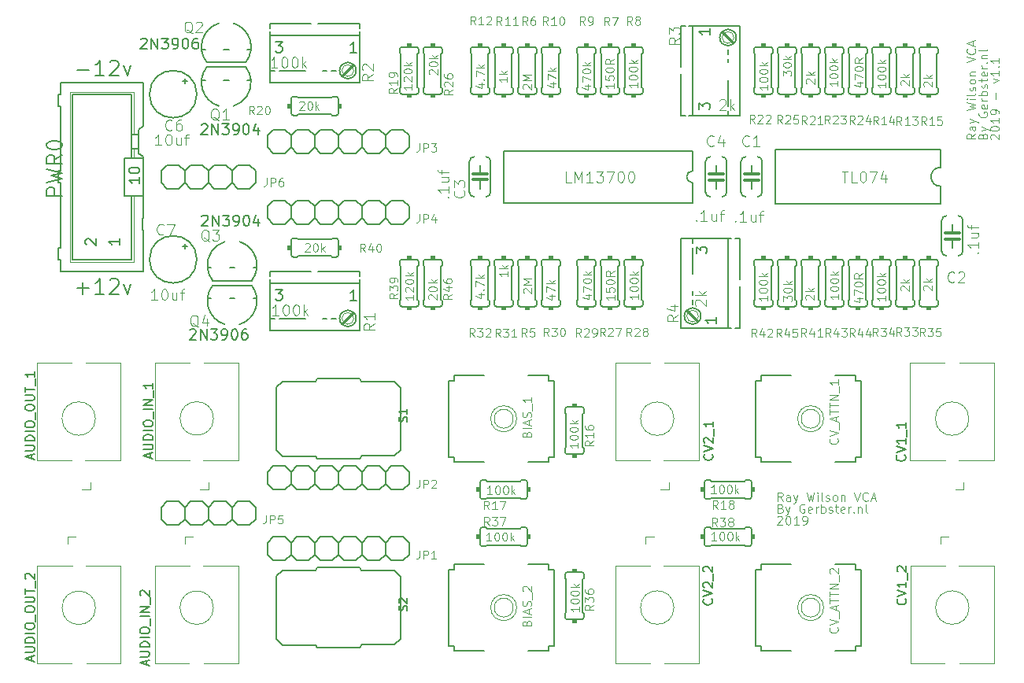
<source format=gbr>
%TF.GenerationSoftware,KiCad,Pcbnew,(6.0.7)*%
%TF.CreationDate,2022-08-20T14:38:10+02:00*%
%TF.ProjectId,ioboard,696f626f-6172-4642-9e6b-696361645f70,rev?*%
%TF.SameCoordinates,Original*%
%TF.FileFunction,Legend,Top*%
%TF.FilePolarity,Positive*%
%FSLAX46Y46*%
G04 Gerber Fmt 4.6, Leading zero omitted, Abs format (unit mm)*
G04 Created by KiCad (PCBNEW (6.0.7)) date 2022-08-20 14:38:10*
%MOMM*%
%LPD*%
G01*
G04 APERTURE LIST*
%ADD10C,0.142240*%
%ADD11C,0.101600*%
%ADD12C,0.081280*%
%ADD13C,0.150000*%
%ADD14C,0.089154*%
%ADD15C,0.114300*%
%ADD16C,0.160020*%
%ADD17C,0.127000*%
%ADD18C,0.078516*%
%ADD19C,0.120000*%
%ADD20C,0.152400*%
%ADD21C,0.304800*%
%ADD22C,0.050800*%
%ADD23C,0.203200*%
G04 APERTURE END LIST*
D10*
X100723022Y-75410060D02*
X101969316Y-75410060D01*
X103605076Y-76033206D02*
X102670356Y-76033206D01*
X103137716Y-76033206D02*
X103137716Y-74397446D01*
X102981929Y-74631126D01*
X102826142Y-74786913D01*
X102670356Y-74864806D01*
X104228222Y-74553233D02*
X104306116Y-74475340D01*
X104461902Y-74397446D01*
X104851369Y-74397446D01*
X105007156Y-74475340D01*
X105085049Y-74553233D01*
X105162942Y-74709020D01*
X105162942Y-74864806D01*
X105085049Y-75098486D01*
X104150329Y-76033206D01*
X105162942Y-76033206D01*
X105708196Y-74942700D02*
X106097662Y-76033206D01*
X106487129Y-74942700D01*
D11*
X153846711Y-87485461D02*
X153290330Y-87485461D01*
X153290330Y-86317061D01*
X154236178Y-87485461D02*
X154236178Y-86317061D01*
X154625644Y-87151633D01*
X155015111Y-86317061D01*
X155015111Y-87485461D01*
X156183511Y-87485461D02*
X155515854Y-87485461D01*
X155849682Y-87485461D02*
X155849682Y-86317061D01*
X155738406Y-86483976D01*
X155627130Y-86595252D01*
X155515854Y-86650890D01*
X156572978Y-86317061D02*
X157296273Y-86317061D01*
X156906806Y-86762166D01*
X157073720Y-86762166D01*
X157184997Y-86817804D01*
X157240635Y-86873442D01*
X157296273Y-86984719D01*
X157296273Y-87262909D01*
X157240635Y-87374185D01*
X157184997Y-87429823D01*
X157073720Y-87485461D01*
X156739892Y-87485461D01*
X156628616Y-87429823D01*
X156572978Y-87374185D01*
X157685740Y-86317061D02*
X158464673Y-86317061D01*
X157963930Y-87485461D01*
X159132330Y-86317061D02*
X159243606Y-86317061D01*
X159354882Y-86372700D01*
X159410520Y-86428338D01*
X159466159Y-86539614D01*
X159521797Y-86762166D01*
X159521797Y-87040357D01*
X159466159Y-87262909D01*
X159410520Y-87374185D01*
X159354882Y-87429823D01*
X159243606Y-87485461D01*
X159132330Y-87485461D01*
X159021054Y-87429823D01*
X158965416Y-87374185D01*
X158909778Y-87262909D01*
X158854140Y-87040357D01*
X158854140Y-86762166D01*
X158909778Y-86539614D01*
X158965416Y-86428338D01*
X159021054Y-86372700D01*
X159132330Y-86317061D01*
X160245092Y-86317061D02*
X160356368Y-86317061D01*
X160467644Y-86372700D01*
X160523282Y-86428338D01*
X160578920Y-86539614D01*
X160634559Y-86762166D01*
X160634559Y-87040357D01*
X160578920Y-87262909D01*
X160523282Y-87374185D01*
X160467644Y-87429823D01*
X160356368Y-87485461D01*
X160245092Y-87485461D01*
X160133816Y-87429823D01*
X160078178Y-87374185D01*
X160022540Y-87262909D01*
X159966901Y-87040357D01*
X159966901Y-86762166D01*
X160022540Y-86539614D01*
X160078178Y-86428338D01*
X160133816Y-86372700D01*
X160245092Y-86317061D01*
D12*
X176036973Y-123480890D02*
X176081484Y-123436380D01*
X176170505Y-123391869D01*
X176393057Y-123391869D01*
X176482078Y-123436380D01*
X176526589Y-123480890D01*
X176571099Y-123569911D01*
X176571099Y-123658932D01*
X176526589Y-123792463D01*
X175992463Y-124326589D01*
X176571099Y-124326589D01*
X177149735Y-123391869D02*
X177238756Y-123391869D01*
X177327777Y-123436380D01*
X177372288Y-123480890D01*
X177416798Y-123569911D01*
X177461309Y-123747953D01*
X177461309Y-123970505D01*
X177416798Y-124148547D01*
X177372288Y-124237568D01*
X177327777Y-124282079D01*
X177238756Y-124326589D01*
X177149735Y-124326589D01*
X177060714Y-124282079D01*
X177016204Y-124237568D01*
X176971693Y-124148547D01*
X176927183Y-123970505D01*
X176927183Y-123747953D01*
X176971693Y-123569911D01*
X177016204Y-123480890D01*
X177060714Y-123436380D01*
X177149735Y-123391869D01*
X178351518Y-124326589D02*
X177817392Y-124326589D01*
X178084455Y-124326589D02*
X178084455Y-123391869D01*
X177995434Y-123525400D01*
X177906413Y-123614421D01*
X177817392Y-123658932D01*
X178796623Y-124326589D02*
X178974665Y-124326589D01*
X179063686Y-124282079D01*
X179108196Y-124237568D01*
X179197217Y-124104037D01*
X179241728Y-123925995D01*
X179241728Y-123569911D01*
X179197217Y-123480890D01*
X179152707Y-123436380D01*
X179063686Y-123391869D01*
X178885644Y-123391869D01*
X178796623Y-123436380D01*
X178752112Y-123480890D01*
X178707602Y-123569911D01*
X178707602Y-123792463D01*
X178752112Y-123881484D01*
X178796623Y-123925995D01*
X178885644Y-123970505D01*
X179063686Y-123970505D01*
X179152707Y-123925995D01*
X179197217Y-123881484D01*
X179241728Y-123792463D01*
X198131974Y-82509142D02*
X198176484Y-82375610D01*
X198220995Y-82331100D01*
X198310016Y-82286589D01*
X198443547Y-82286589D01*
X198532568Y-82331100D01*
X198577079Y-82375610D01*
X198621589Y-82464631D01*
X198621589Y-82820715D01*
X197686869Y-82820715D01*
X197686869Y-82509142D01*
X197731380Y-82420121D01*
X197775890Y-82375610D01*
X197864911Y-82331100D01*
X197953932Y-82331100D01*
X198042953Y-82375610D01*
X198087463Y-82420121D01*
X198131974Y-82509142D01*
X198131974Y-82820715D01*
X197998442Y-81975016D02*
X198621589Y-81752464D01*
X197998442Y-81529911D02*
X198621589Y-81752464D01*
X198844141Y-81841485D01*
X198888652Y-81885995D01*
X198933162Y-81975016D01*
X197731380Y-79972045D02*
X197686869Y-80061066D01*
X197686869Y-80194597D01*
X197731380Y-80328128D01*
X197820400Y-80417149D01*
X197909421Y-80461660D01*
X198087463Y-80506170D01*
X198220995Y-80506170D01*
X198399037Y-80461660D01*
X198488058Y-80417149D01*
X198577079Y-80328128D01*
X198621589Y-80194597D01*
X198621589Y-80105576D01*
X198577079Y-79972045D01*
X198532568Y-79927534D01*
X198220995Y-79927534D01*
X198220995Y-80105576D01*
X198577079Y-79170856D02*
X198621589Y-79259877D01*
X198621589Y-79437919D01*
X198577079Y-79526940D01*
X198488058Y-79571450D01*
X198131974Y-79571450D01*
X198042953Y-79526940D01*
X197998442Y-79437919D01*
X197998442Y-79259877D01*
X198042953Y-79170856D01*
X198131974Y-79126346D01*
X198220995Y-79126346D01*
X198310016Y-79571450D01*
X198621589Y-78725751D02*
X197998442Y-78725751D01*
X198176484Y-78725751D02*
X198087463Y-78681241D01*
X198042953Y-78636730D01*
X197998442Y-78547709D01*
X197998442Y-78458688D01*
X198621589Y-78147115D02*
X197686869Y-78147115D01*
X198042953Y-78147115D02*
X197998442Y-78058094D01*
X197998442Y-77880052D01*
X198042953Y-77791031D01*
X198087463Y-77746521D01*
X198176484Y-77702010D01*
X198443547Y-77702010D01*
X198532568Y-77746521D01*
X198577079Y-77791031D01*
X198621589Y-77880052D01*
X198621589Y-78058094D01*
X198577079Y-78147115D01*
X198577079Y-77345927D02*
X198621589Y-77256906D01*
X198621589Y-77078864D01*
X198577079Y-76989843D01*
X198488058Y-76945332D01*
X198443547Y-76945332D01*
X198354526Y-76989843D01*
X198310016Y-77078864D01*
X198310016Y-77212395D01*
X198265505Y-77301416D01*
X198176484Y-77345927D01*
X198131974Y-77345927D01*
X198042953Y-77301416D01*
X197998442Y-77212395D01*
X197998442Y-77078864D01*
X198042953Y-76989843D01*
X197998442Y-76678269D02*
X197998442Y-76322186D01*
X197686869Y-76544738D02*
X198488058Y-76544738D01*
X198577079Y-76500228D01*
X198621589Y-76411207D01*
X198621589Y-76322186D01*
X198577079Y-75654528D02*
X198621589Y-75743549D01*
X198621589Y-75921591D01*
X198577079Y-76010612D01*
X198488058Y-76055123D01*
X198131974Y-76055123D01*
X198042953Y-76010612D01*
X197998442Y-75921591D01*
X197998442Y-75743549D01*
X198042953Y-75654528D01*
X198131974Y-75610018D01*
X198220995Y-75610018D01*
X198310016Y-76055123D01*
X198621589Y-75209424D02*
X197998442Y-75209424D01*
X198176484Y-75209424D02*
X198087463Y-75164913D01*
X198042953Y-75120403D01*
X197998442Y-75031382D01*
X197998442Y-74942361D01*
X198532568Y-74630788D02*
X198577079Y-74586277D01*
X198621589Y-74630788D01*
X198577079Y-74675298D01*
X198532568Y-74630788D01*
X198621589Y-74630788D01*
X197998442Y-74185683D02*
X198621589Y-74185683D01*
X198087463Y-74185683D02*
X198042953Y-74141172D01*
X197998442Y-74052151D01*
X197998442Y-73918620D01*
X198042953Y-73829599D01*
X198131974Y-73785088D01*
X198621589Y-73785088D01*
X198621589Y-73206452D02*
X198577079Y-73295473D01*
X198488058Y-73339984D01*
X197686869Y-73339984D01*
D10*
X100723022Y-98905060D02*
X101969316Y-98905060D01*
X101346169Y-99528206D02*
X101346169Y-98281913D01*
X103605076Y-99528206D02*
X102670356Y-99528206D01*
X103137716Y-99528206D02*
X103137716Y-97892446D01*
X102981929Y-98126126D01*
X102826142Y-98281913D01*
X102670356Y-98359806D01*
X104228222Y-98048233D02*
X104306116Y-97970340D01*
X104461902Y-97892446D01*
X104851369Y-97892446D01*
X105007156Y-97970340D01*
X105085049Y-98048233D01*
X105162942Y-98204020D01*
X105162942Y-98359806D01*
X105085049Y-98593486D01*
X104150329Y-99528206D01*
X105162942Y-99528206D01*
X105708196Y-98437700D02*
X106097662Y-99528206D01*
X106487129Y-98437700D01*
D12*
X176393057Y-122566974D02*
X176526589Y-122611484D01*
X176571099Y-122655995D01*
X176615610Y-122745016D01*
X176615610Y-122878547D01*
X176571099Y-122967568D01*
X176526589Y-123012079D01*
X176437568Y-123056589D01*
X176081484Y-123056589D01*
X176081484Y-122121869D01*
X176393057Y-122121869D01*
X176482078Y-122166380D01*
X176526589Y-122210890D01*
X176571099Y-122299911D01*
X176571099Y-122388932D01*
X176526589Y-122477953D01*
X176482078Y-122522463D01*
X176393057Y-122566974D01*
X176081484Y-122566974D01*
X176927183Y-122433442D02*
X177149735Y-123056589D01*
X177372288Y-122433442D02*
X177149735Y-123056589D01*
X177060714Y-123279141D01*
X177016204Y-123323652D01*
X176927183Y-123368162D01*
X178930154Y-122166380D02*
X178841133Y-122121869D01*
X178707602Y-122121869D01*
X178574071Y-122166380D01*
X178485050Y-122255400D01*
X178440539Y-122344421D01*
X178396029Y-122522463D01*
X178396029Y-122655995D01*
X178440539Y-122834037D01*
X178485050Y-122923058D01*
X178574071Y-123012079D01*
X178707602Y-123056589D01*
X178796623Y-123056589D01*
X178930154Y-123012079D01*
X178974665Y-122967568D01*
X178974665Y-122655995D01*
X178796623Y-122655995D01*
X179731343Y-123012079D02*
X179642322Y-123056589D01*
X179464280Y-123056589D01*
X179375259Y-123012079D01*
X179330749Y-122923058D01*
X179330749Y-122566974D01*
X179375259Y-122477953D01*
X179464280Y-122433442D01*
X179642322Y-122433442D01*
X179731343Y-122477953D01*
X179775853Y-122566974D01*
X179775853Y-122655995D01*
X179330749Y-122745016D01*
X180176448Y-123056589D02*
X180176448Y-122433442D01*
X180176448Y-122611484D02*
X180220958Y-122522463D01*
X180265469Y-122477953D01*
X180354490Y-122433442D01*
X180443511Y-122433442D01*
X180755084Y-123056589D02*
X180755084Y-122121869D01*
X180755084Y-122477953D02*
X180844105Y-122433442D01*
X181022147Y-122433442D01*
X181111168Y-122477953D01*
X181155678Y-122522463D01*
X181200189Y-122611484D01*
X181200189Y-122878547D01*
X181155678Y-122967568D01*
X181111168Y-123012079D01*
X181022147Y-123056589D01*
X180844105Y-123056589D01*
X180755084Y-123012079D01*
X181556272Y-123012079D02*
X181645293Y-123056589D01*
X181823335Y-123056589D01*
X181912356Y-123012079D01*
X181956867Y-122923058D01*
X181956867Y-122878547D01*
X181912356Y-122789526D01*
X181823335Y-122745016D01*
X181689804Y-122745016D01*
X181600783Y-122700505D01*
X181556272Y-122611484D01*
X181556272Y-122566974D01*
X181600783Y-122477953D01*
X181689804Y-122433442D01*
X181823335Y-122433442D01*
X181912356Y-122477953D01*
X182223930Y-122433442D02*
X182580013Y-122433442D01*
X182357461Y-122121869D02*
X182357461Y-122923058D01*
X182401972Y-123012079D01*
X182490992Y-123056589D01*
X182580013Y-123056589D01*
X183247671Y-123012079D02*
X183158650Y-123056589D01*
X182980608Y-123056589D01*
X182891587Y-123012079D01*
X182847076Y-122923058D01*
X182847076Y-122566974D01*
X182891587Y-122477953D01*
X182980608Y-122433442D01*
X183158650Y-122433442D01*
X183247671Y-122477953D01*
X183292181Y-122566974D01*
X183292181Y-122655995D01*
X182847076Y-122745016D01*
X183692775Y-123056589D02*
X183692775Y-122433442D01*
X183692775Y-122611484D02*
X183737286Y-122522463D01*
X183781796Y-122477953D01*
X183870817Y-122433442D01*
X183959838Y-122433442D01*
X184271412Y-122967568D02*
X184315922Y-123012079D01*
X184271412Y-123056589D01*
X184226901Y-123012079D01*
X184271412Y-122967568D01*
X184271412Y-123056589D01*
X184716516Y-122433442D02*
X184716516Y-123056589D01*
X184716516Y-122522463D02*
X184761027Y-122477953D01*
X184850048Y-122433442D01*
X184983579Y-122433442D01*
X185072600Y-122477953D01*
X185117111Y-122566974D01*
X185117111Y-123056589D01*
X185695747Y-123056589D02*
X185606726Y-123012079D01*
X185562215Y-122923058D01*
X185562215Y-122121869D01*
D11*
X182968416Y-86317061D02*
X183636073Y-86317061D01*
X183302244Y-87485461D02*
X183302244Y-86317061D01*
X184581920Y-87485461D02*
X184025540Y-87485461D01*
X184025540Y-86317061D01*
X185193940Y-86317061D02*
X185305216Y-86317061D01*
X185416492Y-86372700D01*
X185472130Y-86428338D01*
X185527768Y-86539614D01*
X185583406Y-86762166D01*
X185583406Y-87040357D01*
X185527768Y-87262909D01*
X185472130Y-87374185D01*
X185416492Y-87429823D01*
X185305216Y-87485461D01*
X185193940Y-87485461D01*
X185082663Y-87429823D01*
X185027025Y-87374185D01*
X184971387Y-87262909D01*
X184915749Y-87040357D01*
X184915749Y-86762166D01*
X184971387Y-86539614D01*
X185027025Y-86428338D01*
X185082663Y-86372700D01*
X185193940Y-86317061D01*
X185972873Y-86317061D02*
X186751806Y-86317061D01*
X186251063Y-87485461D01*
X187697654Y-86706528D02*
X187697654Y-87485461D01*
X187419463Y-86261423D02*
X187141273Y-87095995D01*
X187864568Y-87095995D01*
D12*
X176615610Y-121786589D02*
X176304036Y-121341484D01*
X176081484Y-121786589D02*
X176081484Y-120851869D01*
X176437568Y-120851869D01*
X176526589Y-120896380D01*
X176571099Y-120940890D01*
X176615610Y-121029911D01*
X176615610Y-121163442D01*
X176571099Y-121252463D01*
X176526589Y-121296974D01*
X176437568Y-121341484D01*
X176081484Y-121341484D01*
X177416798Y-121786589D02*
X177416798Y-121296974D01*
X177372288Y-121207953D01*
X177283267Y-121163442D01*
X177105225Y-121163442D01*
X177016204Y-121207953D01*
X177416798Y-121742079D02*
X177327777Y-121786589D01*
X177105225Y-121786589D01*
X177016204Y-121742079D01*
X176971693Y-121653058D01*
X176971693Y-121564037D01*
X177016204Y-121475016D01*
X177105225Y-121430505D01*
X177327777Y-121430505D01*
X177416798Y-121385995D01*
X177772882Y-121163442D02*
X177995434Y-121786589D01*
X178217987Y-121163442D02*
X177995434Y-121786589D01*
X177906413Y-122009141D01*
X177861903Y-122053652D01*
X177772882Y-122098162D01*
X179197217Y-120851869D02*
X179419770Y-121786589D01*
X179597812Y-121118932D01*
X179775853Y-121786589D01*
X179998406Y-120851869D01*
X180354490Y-121786589D02*
X180354490Y-121163442D01*
X180354490Y-120851869D02*
X180309979Y-120896380D01*
X180354490Y-120940890D01*
X180399000Y-120896380D01*
X180354490Y-120851869D01*
X180354490Y-120940890D01*
X180933126Y-121786589D02*
X180844105Y-121742079D01*
X180799594Y-121653058D01*
X180799594Y-120851869D01*
X181244699Y-121742079D02*
X181333720Y-121786589D01*
X181511762Y-121786589D01*
X181600783Y-121742079D01*
X181645293Y-121653058D01*
X181645293Y-121608547D01*
X181600783Y-121519526D01*
X181511762Y-121475016D01*
X181378231Y-121475016D01*
X181289210Y-121430505D01*
X181244699Y-121341484D01*
X181244699Y-121296974D01*
X181289210Y-121207953D01*
X181378231Y-121163442D01*
X181511762Y-121163442D01*
X181600783Y-121207953D01*
X182179419Y-121786589D02*
X182090398Y-121742079D01*
X182045888Y-121697568D01*
X182001377Y-121608547D01*
X182001377Y-121341484D01*
X182045888Y-121252463D01*
X182090398Y-121207953D01*
X182179419Y-121163442D01*
X182312951Y-121163442D01*
X182401972Y-121207953D01*
X182446482Y-121252463D01*
X182490992Y-121341484D01*
X182490992Y-121608547D01*
X182446482Y-121697568D01*
X182401972Y-121742079D01*
X182312951Y-121786589D01*
X182179419Y-121786589D01*
X182891587Y-121163442D02*
X182891587Y-121786589D01*
X182891587Y-121252463D02*
X182936097Y-121207953D01*
X183025118Y-121163442D01*
X183158650Y-121163442D01*
X183247671Y-121207953D01*
X183292181Y-121296974D01*
X183292181Y-121786589D01*
X184315922Y-120851869D02*
X184627495Y-121786589D01*
X184939069Y-120851869D01*
X185784768Y-121697568D02*
X185740257Y-121742079D01*
X185606726Y-121786589D01*
X185517705Y-121786589D01*
X185384173Y-121742079D01*
X185295152Y-121653058D01*
X185250642Y-121564037D01*
X185206132Y-121385995D01*
X185206132Y-121252463D01*
X185250642Y-121074421D01*
X185295152Y-120985400D01*
X185384173Y-120896380D01*
X185517705Y-120851869D01*
X185606726Y-120851869D01*
X185740257Y-120896380D01*
X185784768Y-120940890D01*
X186140852Y-121519526D02*
X186585956Y-121519526D01*
X186051831Y-121786589D02*
X186363404Y-120851869D01*
X186674977Y-121786589D01*
X199045890Y-82865226D02*
X199001380Y-82820715D01*
X198956869Y-82731694D01*
X198956869Y-82509142D01*
X199001380Y-82420121D01*
X199045890Y-82375610D01*
X199134911Y-82331100D01*
X199223932Y-82331100D01*
X199357463Y-82375610D01*
X199891589Y-82909736D01*
X199891589Y-82331100D01*
X198956869Y-81752464D02*
X198956869Y-81663443D01*
X199001380Y-81574422D01*
X199045890Y-81529911D01*
X199134911Y-81485401D01*
X199312953Y-81440890D01*
X199535505Y-81440890D01*
X199713547Y-81485401D01*
X199802568Y-81529911D01*
X199847079Y-81574422D01*
X199891589Y-81663443D01*
X199891589Y-81752464D01*
X199847079Y-81841485D01*
X199802568Y-81885995D01*
X199713547Y-81930506D01*
X199535505Y-81975016D01*
X199312953Y-81975016D01*
X199134911Y-81930506D01*
X199045890Y-81885995D01*
X199001380Y-81841485D01*
X198956869Y-81752464D01*
X199891589Y-80550681D02*
X199891589Y-81084807D01*
X199891589Y-80817744D02*
X198956869Y-80817744D01*
X199090400Y-80906765D01*
X199179421Y-80995786D01*
X199223932Y-81084807D01*
X199891589Y-80105576D02*
X199891589Y-79927534D01*
X199847079Y-79838513D01*
X199802568Y-79794003D01*
X199669037Y-79704982D01*
X199490995Y-79660471D01*
X199134911Y-79660471D01*
X199045890Y-79704982D01*
X199001380Y-79749492D01*
X198956869Y-79838513D01*
X198956869Y-80016555D01*
X199001380Y-80105576D01*
X199045890Y-80150087D01*
X199134911Y-80194597D01*
X199357463Y-80194597D01*
X199446484Y-80150087D01*
X199490995Y-80105576D01*
X199535505Y-80016555D01*
X199535505Y-79838513D01*
X199490995Y-79749492D01*
X199446484Y-79704982D01*
X199357463Y-79660471D01*
X199535505Y-78547709D02*
X199535505Y-77835542D01*
X199268442Y-76767290D02*
X199891589Y-76544738D01*
X199268442Y-76322186D01*
X199891589Y-75476487D02*
X199891589Y-76010612D01*
X199891589Y-75743549D02*
X198956869Y-75743549D01*
X199090400Y-75832570D01*
X199179421Y-75921591D01*
X199223932Y-76010612D01*
X199802568Y-75075892D02*
X199847079Y-75031382D01*
X199891589Y-75075892D01*
X199847079Y-75120403D01*
X199802568Y-75075892D01*
X199891589Y-75075892D01*
X199891589Y-74141172D02*
X199891589Y-74675298D01*
X199891589Y-74408235D02*
X198956869Y-74408235D01*
X199090400Y-74497256D01*
X199179421Y-74586277D01*
X199223932Y-74675298D01*
X197351589Y-82286589D02*
X196906484Y-82598163D01*
X197351589Y-82820715D02*
X196416869Y-82820715D01*
X196416869Y-82464631D01*
X196461380Y-82375610D01*
X196505890Y-82331100D01*
X196594911Y-82286589D01*
X196728442Y-82286589D01*
X196817463Y-82331100D01*
X196861974Y-82375610D01*
X196906484Y-82464631D01*
X196906484Y-82820715D01*
X197351589Y-81485401D02*
X196861974Y-81485401D01*
X196772953Y-81529911D01*
X196728442Y-81618932D01*
X196728442Y-81796974D01*
X196772953Y-81885995D01*
X197307079Y-81485401D02*
X197351589Y-81574422D01*
X197351589Y-81796974D01*
X197307079Y-81885995D01*
X197218058Y-81930506D01*
X197129037Y-81930506D01*
X197040016Y-81885995D01*
X196995505Y-81796974D01*
X196995505Y-81574422D01*
X196950995Y-81485401D01*
X196728442Y-81129317D02*
X197351589Y-80906765D01*
X196728442Y-80684212D02*
X197351589Y-80906765D01*
X197574141Y-80995786D01*
X197618652Y-81040296D01*
X197663162Y-81129317D01*
X196416869Y-79704982D02*
X197351589Y-79482429D01*
X196683932Y-79304388D01*
X197351589Y-79126346D01*
X196416869Y-78903793D01*
X197351589Y-78547709D02*
X196728442Y-78547709D01*
X196416869Y-78547709D02*
X196461380Y-78592220D01*
X196505890Y-78547709D01*
X196461380Y-78503199D01*
X196416869Y-78547709D01*
X196505890Y-78547709D01*
X197351589Y-77969073D02*
X197307079Y-78058094D01*
X197218058Y-78102605D01*
X196416869Y-78102605D01*
X197307079Y-77657500D02*
X197351589Y-77568479D01*
X197351589Y-77390437D01*
X197307079Y-77301416D01*
X197218058Y-77256906D01*
X197173547Y-77256906D01*
X197084526Y-77301416D01*
X197040016Y-77390437D01*
X197040016Y-77523968D01*
X196995505Y-77612989D01*
X196906484Y-77657500D01*
X196861974Y-77657500D01*
X196772953Y-77612989D01*
X196728442Y-77523968D01*
X196728442Y-77390437D01*
X196772953Y-77301416D01*
X197351589Y-76722780D02*
X197307079Y-76811801D01*
X197262568Y-76856311D01*
X197173547Y-76900822D01*
X196906484Y-76900822D01*
X196817463Y-76856311D01*
X196772953Y-76811801D01*
X196728442Y-76722780D01*
X196728442Y-76589248D01*
X196772953Y-76500228D01*
X196817463Y-76455717D01*
X196906484Y-76411207D01*
X197173547Y-76411207D01*
X197262568Y-76455717D01*
X197307079Y-76500228D01*
X197351589Y-76589248D01*
X197351589Y-76722780D01*
X196728442Y-76010612D02*
X197351589Y-76010612D01*
X196817463Y-76010612D02*
X196772953Y-75966102D01*
X196728442Y-75877081D01*
X196728442Y-75743549D01*
X196772953Y-75654528D01*
X196861974Y-75610018D01*
X197351589Y-75610018D01*
X196416869Y-74586277D02*
X197351589Y-74274704D01*
X196416869Y-73963130D01*
X197262568Y-73117431D02*
X197307079Y-73161942D01*
X197351589Y-73295473D01*
X197351589Y-73384494D01*
X197307079Y-73518026D01*
X197218058Y-73607047D01*
X197129037Y-73651557D01*
X196950995Y-73696068D01*
X196817463Y-73696068D01*
X196639421Y-73651557D01*
X196550400Y-73607047D01*
X196461380Y-73518026D01*
X196416869Y-73384494D01*
X196416869Y-73295473D01*
X196461380Y-73161942D01*
X196505890Y-73117431D01*
X197084526Y-72761348D02*
X197084526Y-72316243D01*
X197351589Y-72850368D02*
X196416869Y-72538795D01*
X197351589Y-72227222D01*
D13*
%TO.C,CV2_2*%
X168967142Y-132342380D02*
X169014761Y-132390000D01*
X169062380Y-132532857D01*
X169062380Y-132628095D01*
X169014761Y-132770952D01*
X168919523Y-132866190D01*
X168824285Y-132913809D01*
X168633809Y-132961428D01*
X168490952Y-132961428D01*
X168300476Y-132913809D01*
X168205238Y-132866190D01*
X168110000Y-132770952D01*
X168062380Y-132628095D01*
X168062380Y-132532857D01*
X168110000Y-132390000D01*
X168157619Y-132342380D01*
X168062380Y-132056666D02*
X169062380Y-131723333D01*
X168062380Y-131390000D01*
X168157619Y-131104285D02*
X168110000Y-131056666D01*
X168062380Y-130961428D01*
X168062380Y-130723333D01*
X168110000Y-130628095D01*
X168157619Y-130580476D01*
X168252857Y-130532857D01*
X168348095Y-130532857D01*
X168490952Y-130580476D01*
X169062380Y-131151904D01*
X169062380Y-130532857D01*
X169157619Y-130342380D02*
X169157619Y-129580476D01*
X168157619Y-129390000D02*
X168110000Y-129342380D01*
X168062380Y-129247142D01*
X168062380Y-129009047D01*
X168110000Y-128913809D01*
X168157619Y-128866190D01*
X168252857Y-128818571D01*
X168348095Y-128818571D01*
X168490952Y-128866190D01*
X169062380Y-129437619D01*
X169062380Y-128818571D01*
%TO.C,CV2_1*%
X169013142Y-116768380D02*
X169060761Y-116816000D01*
X169108380Y-116958857D01*
X169108380Y-117054095D01*
X169060761Y-117196952D01*
X168965523Y-117292190D01*
X168870285Y-117339809D01*
X168679809Y-117387428D01*
X168536952Y-117387428D01*
X168346476Y-117339809D01*
X168251238Y-117292190D01*
X168156000Y-117196952D01*
X168108380Y-117054095D01*
X168108380Y-116958857D01*
X168156000Y-116816000D01*
X168203619Y-116768380D01*
X168108380Y-116482666D02*
X169108380Y-116149333D01*
X168108380Y-115816000D01*
X168203619Y-115530285D02*
X168156000Y-115482666D01*
X168108380Y-115387428D01*
X168108380Y-115149333D01*
X168156000Y-115054095D01*
X168203619Y-115006476D01*
X168298857Y-114958857D01*
X168394095Y-114958857D01*
X168536952Y-115006476D01*
X169108380Y-115577904D01*
X169108380Y-114958857D01*
X169203619Y-114768380D02*
X169203619Y-114006476D01*
X169108380Y-113244571D02*
X169108380Y-113816000D01*
X169108380Y-113530285D02*
X168108380Y-113530285D01*
X168251238Y-113625523D01*
X168346476Y-113720761D01*
X168394095Y-113816000D01*
%TO.C,CV1_2*%
X189807142Y-132322380D02*
X189854761Y-132370000D01*
X189902380Y-132512857D01*
X189902380Y-132608095D01*
X189854761Y-132750952D01*
X189759523Y-132846190D01*
X189664285Y-132893809D01*
X189473809Y-132941428D01*
X189330952Y-132941428D01*
X189140476Y-132893809D01*
X189045238Y-132846190D01*
X188950000Y-132750952D01*
X188902380Y-132608095D01*
X188902380Y-132512857D01*
X188950000Y-132370000D01*
X188997619Y-132322380D01*
X188902380Y-132036666D02*
X189902380Y-131703333D01*
X188902380Y-131370000D01*
X189902380Y-130512857D02*
X189902380Y-131084285D01*
X189902380Y-130798571D02*
X188902380Y-130798571D01*
X189045238Y-130893809D01*
X189140476Y-130989047D01*
X189188095Y-131084285D01*
X189997619Y-130322380D02*
X189997619Y-129560476D01*
X188997619Y-129370000D02*
X188950000Y-129322380D01*
X188902380Y-129227142D01*
X188902380Y-128989047D01*
X188950000Y-128893809D01*
X188997619Y-128846190D01*
X189092857Y-128798571D01*
X189188095Y-128798571D01*
X189330952Y-128846190D01*
X189902380Y-129417619D01*
X189902380Y-128798571D01*
%TO.C,CV1_1*%
X189737142Y-116862380D02*
X189784761Y-116910000D01*
X189832380Y-117052857D01*
X189832380Y-117148095D01*
X189784761Y-117290952D01*
X189689523Y-117386190D01*
X189594285Y-117433809D01*
X189403809Y-117481428D01*
X189260952Y-117481428D01*
X189070476Y-117433809D01*
X188975238Y-117386190D01*
X188880000Y-117290952D01*
X188832380Y-117148095D01*
X188832380Y-117052857D01*
X188880000Y-116910000D01*
X188927619Y-116862380D01*
X188832380Y-116576666D02*
X189832380Y-116243333D01*
X188832380Y-115910000D01*
X189832380Y-115052857D02*
X189832380Y-115624285D01*
X189832380Y-115338571D02*
X188832380Y-115338571D01*
X188975238Y-115433809D01*
X189070476Y-115529047D01*
X189118095Y-115624285D01*
X189927619Y-114862380D02*
X189927619Y-114100476D01*
X189832380Y-113338571D02*
X189832380Y-113910000D01*
X189832380Y-113624285D02*
X188832380Y-113624285D01*
X188975238Y-113719523D01*
X189070476Y-113814761D01*
X189118095Y-113910000D01*
%TO.C,AUDIO_OUT_2*%
X95826666Y-138970476D02*
X95826666Y-138494285D01*
X96112380Y-139065714D02*
X95112380Y-138732380D01*
X96112380Y-138399047D01*
X95112380Y-138065714D02*
X95921904Y-138065714D01*
X96017142Y-138018095D01*
X96064761Y-137970476D01*
X96112380Y-137875238D01*
X96112380Y-137684761D01*
X96064761Y-137589523D01*
X96017142Y-137541904D01*
X95921904Y-137494285D01*
X95112380Y-137494285D01*
X96112380Y-137018095D02*
X95112380Y-137018095D01*
X95112380Y-136780000D01*
X95160000Y-136637142D01*
X95255238Y-136541904D01*
X95350476Y-136494285D01*
X95540952Y-136446666D01*
X95683809Y-136446666D01*
X95874285Y-136494285D01*
X95969523Y-136541904D01*
X96064761Y-136637142D01*
X96112380Y-136780000D01*
X96112380Y-137018095D01*
X96112380Y-136018095D02*
X95112380Y-136018095D01*
X95112380Y-135351428D02*
X95112380Y-135160952D01*
X95160000Y-135065714D01*
X95255238Y-134970476D01*
X95445714Y-134922857D01*
X95779047Y-134922857D01*
X95969523Y-134970476D01*
X96064761Y-135065714D01*
X96112380Y-135160952D01*
X96112380Y-135351428D01*
X96064761Y-135446666D01*
X95969523Y-135541904D01*
X95779047Y-135589523D01*
X95445714Y-135589523D01*
X95255238Y-135541904D01*
X95160000Y-135446666D01*
X95112380Y-135351428D01*
X96207619Y-134732380D02*
X96207619Y-133970476D01*
X95112380Y-133541904D02*
X95112380Y-133351428D01*
X95160000Y-133256190D01*
X95255238Y-133160952D01*
X95445714Y-133113333D01*
X95779047Y-133113333D01*
X95969523Y-133160952D01*
X96064761Y-133256190D01*
X96112380Y-133351428D01*
X96112380Y-133541904D01*
X96064761Y-133637142D01*
X95969523Y-133732380D01*
X95779047Y-133780000D01*
X95445714Y-133780000D01*
X95255238Y-133732380D01*
X95160000Y-133637142D01*
X95112380Y-133541904D01*
X95112380Y-132684761D02*
X95921904Y-132684761D01*
X96017142Y-132637142D01*
X96064761Y-132589523D01*
X96112380Y-132494285D01*
X96112380Y-132303809D01*
X96064761Y-132208571D01*
X96017142Y-132160952D01*
X95921904Y-132113333D01*
X95112380Y-132113333D01*
X95112380Y-131780000D02*
X95112380Y-131208571D01*
X96112380Y-131494285D02*
X95112380Y-131494285D01*
X96207619Y-131113333D02*
X96207619Y-130351428D01*
X95207619Y-130160952D02*
X95160000Y-130113333D01*
X95112380Y-130018095D01*
X95112380Y-129780000D01*
X95160000Y-129684761D01*
X95207619Y-129637142D01*
X95302857Y-129589523D01*
X95398095Y-129589523D01*
X95540952Y-129637142D01*
X96112380Y-130208571D01*
X96112380Y-129589523D01*
%TO.C,AUDIO_OUT_1*%
X95826666Y-117270476D02*
X95826666Y-116794285D01*
X96112380Y-117365714D02*
X95112380Y-117032380D01*
X96112380Y-116699047D01*
X95112380Y-116365714D02*
X95921904Y-116365714D01*
X96017142Y-116318095D01*
X96064761Y-116270476D01*
X96112380Y-116175238D01*
X96112380Y-115984761D01*
X96064761Y-115889523D01*
X96017142Y-115841904D01*
X95921904Y-115794285D01*
X95112380Y-115794285D01*
X96112380Y-115318095D02*
X95112380Y-115318095D01*
X95112380Y-115080000D01*
X95160000Y-114937142D01*
X95255238Y-114841904D01*
X95350476Y-114794285D01*
X95540952Y-114746666D01*
X95683809Y-114746666D01*
X95874285Y-114794285D01*
X95969523Y-114841904D01*
X96064761Y-114937142D01*
X96112380Y-115080000D01*
X96112380Y-115318095D01*
X96112380Y-114318095D02*
X95112380Y-114318095D01*
X95112380Y-113651428D02*
X95112380Y-113460952D01*
X95160000Y-113365714D01*
X95255238Y-113270476D01*
X95445714Y-113222857D01*
X95779047Y-113222857D01*
X95969523Y-113270476D01*
X96064761Y-113365714D01*
X96112380Y-113460952D01*
X96112380Y-113651428D01*
X96064761Y-113746666D01*
X95969523Y-113841904D01*
X95779047Y-113889523D01*
X95445714Y-113889523D01*
X95255238Y-113841904D01*
X95160000Y-113746666D01*
X95112380Y-113651428D01*
X96207619Y-113032380D02*
X96207619Y-112270476D01*
X95112380Y-111841904D02*
X95112380Y-111651428D01*
X95160000Y-111556190D01*
X95255238Y-111460952D01*
X95445714Y-111413333D01*
X95779047Y-111413333D01*
X95969523Y-111460952D01*
X96064761Y-111556190D01*
X96112380Y-111651428D01*
X96112380Y-111841904D01*
X96064761Y-111937142D01*
X95969523Y-112032380D01*
X95779047Y-112080000D01*
X95445714Y-112080000D01*
X95255238Y-112032380D01*
X95160000Y-111937142D01*
X95112380Y-111841904D01*
X95112380Y-110984761D02*
X95921904Y-110984761D01*
X96017142Y-110937142D01*
X96064761Y-110889523D01*
X96112380Y-110794285D01*
X96112380Y-110603809D01*
X96064761Y-110508571D01*
X96017142Y-110460952D01*
X95921904Y-110413333D01*
X95112380Y-110413333D01*
X95112380Y-110080000D02*
X95112380Y-109508571D01*
X96112380Y-109794285D02*
X95112380Y-109794285D01*
X96207619Y-109413333D02*
X96207619Y-108651428D01*
X96112380Y-107889523D02*
X96112380Y-108460952D01*
X96112380Y-108175238D02*
X95112380Y-108175238D01*
X95255238Y-108270476D01*
X95350476Y-108365714D01*
X95398095Y-108460952D01*
%TO.C,AUDIO_IN_2*%
X108186666Y-139453809D02*
X108186666Y-138977619D01*
X108472380Y-139549047D02*
X107472380Y-139215714D01*
X108472380Y-138882380D01*
X107472380Y-138549047D02*
X108281904Y-138549047D01*
X108377142Y-138501428D01*
X108424761Y-138453809D01*
X108472380Y-138358571D01*
X108472380Y-138168095D01*
X108424761Y-138072857D01*
X108377142Y-138025238D01*
X108281904Y-137977619D01*
X107472380Y-137977619D01*
X108472380Y-137501428D02*
X107472380Y-137501428D01*
X107472380Y-137263333D01*
X107520000Y-137120476D01*
X107615238Y-137025238D01*
X107710476Y-136977619D01*
X107900952Y-136930000D01*
X108043809Y-136930000D01*
X108234285Y-136977619D01*
X108329523Y-137025238D01*
X108424761Y-137120476D01*
X108472380Y-137263333D01*
X108472380Y-137501428D01*
X108472380Y-136501428D02*
X107472380Y-136501428D01*
X107472380Y-135834761D02*
X107472380Y-135644285D01*
X107520000Y-135549047D01*
X107615238Y-135453809D01*
X107805714Y-135406190D01*
X108139047Y-135406190D01*
X108329523Y-135453809D01*
X108424761Y-135549047D01*
X108472380Y-135644285D01*
X108472380Y-135834761D01*
X108424761Y-135930000D01*
X108329523Y-136025238D01*
X108139047Y-136072857D01*
X107805714Y-136072857D01*
X107615238Y-136025238D01*
X107520000Y-135930000D01*
X107472380Y-135834761D01*
X108567619Y-135215714D02*
X108567619Y-134453809D01*
X108472380Y-134215714D02*
X107472380Y-134215714D01*
X108472380Y-133739523D02*
X107472380Y-133739523D01*
X108472380Y-133168095D01*
X107472380Y-133168095D01*
X108567619Y-132930000D02*
X108567619Y-132168095D01*
X107567619Y-131977619D02*
X107520000Y-131930000D01*
X107472380Y-131834761D01*
X107472380Y-131596666D01*
X107520000Y-131501428D01*
X107567619Y-131453809D01*
X107662857Y-131406190D01*
X107758095Y-131406190D01*
X107900952Y-131453809D01*
X108472380Y-132025238D01*
X108472380Y-131406190D01*
%TO.C,AUDIO_IN_1*%
X108566666Y-117163809D02*
X108566666Y-116687619D01*
X108852380Y-117259047D02*
X107852380Y-116925714D01*
X108852380Y-116592380D01*
X107852380Y-116259047D02*
X108661904Y-116259047D01*
X108757142Y-116211428D01*
X108804761Y-116163809D01*
X108852380Y-116068571D01*
X108852380Y-115878095D01*
X108804761Y-115782857D01*
X108757142Y-115735238D01*
X108661904Y-115687619D01*
X107852380Y-115687619D01*
X108852380Y-115211428D02*
X107852380Y-115211428D01*
X107852380Y-114973333D01*
X107900000Y-114830476D01*
X107995238Y-114735238D01*
X108090476Y-114687619D01*
X108280952Y-114640000D01*
X108423809Y-114640000D01*
X108614285Y-114687619D01*
X108709523Y-114735238D01*
X108804761Y-114830476D01*
X108852380Y-114973333D01*
X108852380Y-115211428D01*
X108852380Y-114211428D02*
X107852380Y-114211428D01*
X107852380Y-113544761D02*
X107852380Y-113354285D01*
X107900000Y-113259047D01*
X107995238Y-113163809D01*
X108185714Y-113116190D01*
X108519047Y-113116190D01*
X108709523Y-113163809D01*
X108804761Y-113259047D01*
X108852380Y-113354285D01*
X108852380Y-113544761D01*
X108804761Y-113640000D01*
X108709523Y-113735238D01*
X108519047Y-113782857D01*
X108185714Y-113782857D01*
X107995238Y-113735238D01*
X107900000Y-113640000D01*
X107852380Y-113544761D01*
X108947619Y-112925714D02*
X108947619Y-112163809D01*
X108852380Y-111925714D02*
X107852380Y-111925714D01*
X108852380Y-111449523D02*
X107852380Y-111449523D01*
X108852380Y-110878095D01*
X107852380Y-110878095D01*
X108947619Y-110640000D02*
X108947619Y-109878095D01*
X108852380Y-109116190D02*
X108852380Y-109687619D01*
X108852380Y-109401904D02*
X107852380Y-109401904D01*
X107995238Y-109497142D01*
X108090476Y-109592380D01*
X108138095Y-109687619D01*
D14*
%TO.C,R38*%
X169567692Y-124517797D02*
X169267210Y-124088537D01*
X169052580Y-124517797D02*
X169052580Y-123616351D01*
X169395988Y-123616351D01*
X169481840Y-123659277D01*
X169524766Y-123702203D01*
X169567692Y-123788055D01*
X169567692Y-123916833D01*
X169524766Y-124002685D01*
X169481840Y-124045611D01*
X169395988Y-124088537D01*
X169052580Y-124088537D01*
X169868174Y-123616351D02*
X170426212Y-123616351D01*
X170125730Y-123959759D01*
X170254508Y-123959759D01*
X170340360Y-124002685D01*
X170383286Y-124045611D01*
X170426212Y-124131463D01*
X170426212Y-124346093D01*
X170383286Y-124431945D01*
X170340360Y-124474871D01*
X170254508Y-124517797D01*
X169996952Y-124517797D01*
X169911100Y-124474871D01*
X169868174Y-124431945D01*
X170941324Y-124002685D02*
X170855472Y-123959759D01*
X170812546Y-123916833D01*
X170769620Y-123830981D01*
X170769620Y-123788055D01*
X170812546Y-123702203D01*
X170855472Y-123659277D01*
X170941324Y-123616351D01*
X171113028Y-123616351D01*
X171198880Y-123659277D01*
X171241806Y-123702203D01*
X171284732Y-123788055D01*
X171284732Y-123830981D01*
X171241806Y-123916833D01*
X171198880Y-123959759D01*
X171113028Y-124002685D01*
X170941324Y-124002685D01*
X170855472Y-124045611D01*
X170812546Y-124088537D01*
X170769620Y-124174389D01*
X170769620Y-124346093D01*
X170812546Y-124431945D01*
X170855472Y-124474871D01*
X170941324Y-124517797D01*
X171113028Y-124517797D01*
X171198880Y-124474871D01*
X171241806Y-124431945D01*
X171284732Y-124346093D01*
X171284732Y-124174389D01*
X171241806Y-124088537D01*
X171198880Y-124045611D01*
X171113028Y-124002685D01*
X169483563Y-126017797D02*
X168968451Y-126017797D01*
X169226007Y-126017797D02*
X169226007Y-125116351D01*
X169140155Y-125245129D01*
X169054303Y-125330981D01*
X168968451Y-125373907D01*
X170041601Y-125116351D02*
X170127453Y-125116351D01*
X170213305Y-125159277D01*
X170256231Y-125202203D01*
X170299157Y-125288055D01*
X170342083Y-125459759D01*
X170342083Y-125674389D01*
X170299157Y-125846093D01*
X170256231Y-125931945D01*
X170213305Y-125974871D01*
X170127453Y-126017797D01*
X170041601Y-126017797D01*
X169955749Y-125974871D01*
X169912823Y-125931945D01*
X169869897Y-125846093D01*
X169826971Y-125674389D01*
X169826971Y-125459759D01*
X169869897Y-125288055D01*
X169912823Y-125202203D01*
X169955749Y-125159277D01*
X170041601Y-125116351D01*
X170900121Y-125116351D02*
X170985973Y-125116351D01*
X171071825Y-125159277D01*
X171114751Y-125202203D01*
X171157677Y-125288055D01*
X171200603Y-125459759D01*
X171200603Y-125674389D01*
X171157677Y-125846093D01*
X171114751Y-125931945D01*
X171071825Y-125974871D01*
X170985973Y-126017797D01*
X170900121Y-126017797D01*
X170814269Y-125974871D01*
X170771343Y-125931945D01*
X170728417Y-125846093D01*
X170685491Y-125674389D01*
X170685491Y-125459759D01*
X170728417Y-125288055D01*
X170771343Y-125202203D01*
X170814269Y-125159277D01*
X170900121Y-125116351D01*
X171586937Y-126017797D02*
X171586937Y-125116351D01*
X171672789Y-125674389D02*
X171930345Y-126017797D01*
X171930345Y-125416833D02*
X171586937Y-125760241D01*
D15*
%TO.C,JP4*%
X137541514Y-90933511D02*
X137541514Y-91577583D01*
X137498575Y-91706397D01*
X137412699Y-91792273D01*
X137283885Y-91835211D01*
X137198009Y-91835211D01*
X137970895Y-91835211D02*
X137970895Y-90933511D01*
X138314399Y-90933511D01*
X138400275Y-90976450D01*
X138443214Y-91019388D01*
X138486152Y-91105264D01*
X138486152Y-91234078D01*
X138443214Y-91319954D01*
X138400275Y-91362892D01*
X138314399Y-91405830D01*
X137970895Y-91405830D01*
X139259037Y-91234078D02*
X139259037Y-91835211D01*
X139044347Y-90890573D02*
X138829656Y-91534645D01*
X139387852Y-91534645D01*
%TO.C,C4*%
X169195961Y-83508850D02*
X169140928Y-83563883D01*
X168975828Y-83618916D01*
X168865761Y-83618916D01*
X168700661Y-83563883D01*
X168590595Y-83453816D01*
X168535561Y-83343750D01*
X168480528Y-83123616D01*
X168480528Y-82958516D01*
X168535561Y-82738383D01*
X168590595Y-82628316D01*
X168700661Y-82518250D01*
X168865761Y-82463216D01*
X168975828Y-82463216D01*
X169140928Y-82518250D01*
X169195961Y-82573283D01*
X170186561Y-82848450D02*
X170186561Y-83618916D01*
X169911395Y-82408183D02*
X169636228Y-83233683D01*
X170351661Y-83233683D01*
X167313838Y-91552750D02*
X167368871Y-91607783D01*
X167313838Y-91662816D01*
X167258805Y-91607783D01*
X167313838Y-91552750D01*
X167313838Y-91662816D01*
X168469538Y-91662816D02*
X167809138Y-91662816D01*
X168139338Y-91662816D02*
X168139338Y-90507116D01*
X168029271Y-90672216D01*
X167919205Y-90782283D01*
X167809138Y-90837316D01*
X169460138Y-90892350D02*
X169460138Y-91662816D01*
X168964838Y-90892350D02*
X168964838Y-91497716D01*
X169019871Y-91607783D01*
X169129938Y-91662816D01*
X169295038Y-91662816D01*
X169405105Y-91607783D01*
X169460138Y-91552750D01*
X169845371Y-90892350D02*
X170285638Y-90892350D01*
X170010471Y-91662816D02*
X170010471Y-90672216D01*
X170065505Y-90562150D01*
X170175571Y-90507116D01*
X170285638Y-90507116D01*
D14*
%TO.C,R35*%
X191907692Y-104057797D02*
X191607210Y-103628537D01*
X191392580Y-104057797D02*
X191392580Y-103156351D01*
X191735988Y-103156351D01*
X191821840Y-103199277D01*
X191864766Y-103242203D01*
X191907692Y-103328055D01*
X191907692Y-103456833D01*
X191864766Y-103542685D01*
X191821840Y-103585611D01*
X191735988Y-103628537D01*
X191392580Y-103628537D01*
X192208174Y-103156351D02*
X192766212Y-103156351D01*
X192465730Y-103499759D01*
X192594508Y-103499759D01*
X192680360Y-103542685D01*
X192723286Y-103585611D01*
X192766212Y-103671463D01*
X192766212Y-103886093D01*
X192723286Y-103971945D01*
X192680360Y-104014871D01*
X192594508Y-104057797D01*
X192336952Y-104057797D01*
X192251100Y-104014871D01*
X192208174Y-103971945D01*
X193581806Y-103156351D02*
X193152546Y-103156351D01*
X193109620Y-103585611D01*
X193152546Y-103542685D01*
X193238398Y-103499759D01*
X193453028Y-103499759D01*
X193538880Y-103542685D01*
X193581806Y-103585611D01*
X193624732Y-103671463D01*
X193624732Y-103886093D01*
X193581806Y-103971945D01*
X193538880Y-104014871D01*
X193453028Y-104057797D01*
X193238398Y-104057797D01*
X193152546Y-104014871D01*
X193109620Y-103971945D01*
X191812203Y-99104508D02*
X191769277Y-99061582D01*
X191726351Y-98975730D01*
X191726351Y-98761100D01*
X191769277Y-98675248D01*
X191812203Y-98632322D01*
X191898055Y-98589396D01*
X191983907Y-98589396D01*
X192112685Y-98632322D01*
X192627797Y-99147434D01*
X192627797Y-98589396D01*
X192627797Y-98203062D02*
X191726351Y-98203062D01*
X192284389Y-98117210D02*
X192627797Y-97859654D01*
X192026833Y-97859654D02*
X192370241Y-98203062D01*
%TO.C,R10*%
X151377692Y-70587797D02*
X151077210Y-70158537D01*
X150862580Y-70587797D02*
X150862580Y-69686351D01*
X151205988Y-69686351D01*
X151291840Y-69729277D01*
X151334766Y-69772203D01*
X151377692Y-69858055D01*
X151377692Y-69986833D01*
X151334766Y-70072685D01*
X151291840Y-70115611D01*
X151205988Y-70158537D01*
X150862580Y-70158537D01*
X152236212Y-70587797D02*
X151721100Y-70587797D01*
X151978656Y-70587797D02*
X151978656Y-69686351D01*
X151892804Y-69815129D01*
X151806952Y-69900981D01*
X151721100Y-69943907D01*
X152794250Y-69686351D02*
X152880102Y-69686351D01*
X152965954Y-69729277D01*
X153008880Y-69772203D01*
X153051806Y-69858055D01*
X153094732Y-70029759D01*
X153094732Y-70244389D01*
X153051806Y-70416093D01*
X153008880Y-70501945D01*
X152965954Y-70544871D01*
X152880102Y-70587797D01*
X152794250Y-70587797D01*
X152708398Y-70544871D01*
X152665472Y-70501945D01*
X152622546Y-70416093D01*
X152579620Y-70244389D01*
X152579620Y-70029759D01*
X152622546Y-69858055D01*
X152665472Y-69772203D01*
X152708398Y-69729277D01*
X152794250Y-69686351D01*
X151606833Y-76831085D02*
X152207797Y-76831085D01*
X151263425Y-77045715D02*
X151907315Y-77260345D01*
X151907315Y-76702307D01*
X151306351Y-76444751D02*
X151306351Y-75843787D01*
X152207797Y-76230121D01*
X152207797Y-75500379D02*
X151306351Y-75500379D01*
X151864389Y-75414527D02*
X152207797Y-75156971D01*
X151606833Y-75156971D02*
X151950241Y-75500379D01*
D15*
%TO.C,JP3*%
X137541514Y-83313511D02*
X137541514Y-83957583D01*
X137498575Y-84086397D01*
X137412699Y-84172273D01*
X137283885Y-84215211D01*
X137198009Y-84215211D01*
X137970895Y-84215211D02*
X137970895Y-83313511D01*
X138314399Y-83313511D01*
X138400275Y-83356450D01*
X138443214Y-83399388D01*
X138486152Y-83485264D01*
X138486152Y-83614078D01*
X138443214Y-83699954D01*
X138400275Y-83742892D01*
X138314399Y-83785830D01*
X137970895Y-83785830D01*
X138786718Y-83313511D02*
X139344914Y-83313511D01*
X139044347Y-83657016D01*
X139173161Y-83657016D01*
X139259037Y-83699954D01*
X139301975Y-83742892D01*
X139344914Y-83828769D01*
X139344914Y-84043459D01*
X139301975Y-84129335D01*
X139259037Y-84172273D01*
X139173161Y-84215211D01*
X138915533Y-84215211D01*
X138829656Y-84172273D01*
X138786718Y-84129335D01*
%TO.C,C7*%
X110013961Y-93033850D02*
X109958928Y-93088883D01*
X109793828Y-93143916D01*
X109683761Y-93143916D01*
X109518661Y-93088883D01*
X109408595Y-92978816D01*
X109353561Y-92868750D01*
X109298528Y-92648616D01*
X109298528Y-92483516D01*
X109353561Y-92263383D01*
X109408595Y-92153316D01*
X109518661Y-92043250D01*
X109683761Y-91988216D01*
X109793828Y-91988216D01*
X109958928Y-92043250D01*
X110013961Y-92098283D01*
X110399195Y-91988216D02*
X111169661Y-91988216D01*
X110674361Y-93143916D01*
X109328871Y-100152816D02*
X108668471Y-100152816D01*
X108998671Y-100152816D02*
X108998671Y-98997116D01*
X108888605Y-99162216D01*
X108778538Y-99272283D01*
X108668471Y-99327316D01*
X110044305Y-98997116D02*
X110154371Y-98997116D01*
X110264438Y-99052150D01*
X110319471Y-99107183D01*
X110374505Y-99217250D01*
X110429538Y-99437383D01*
X110429538Y-99712550D01*
X110374505Y-99932683D01*
X110319471Y-100042750D01*
X110264438Y-100097783D01*
X110154371Y-100152816D01*
X110044305Y-100152816D01*
X109934238Y-100097783D01*
X109879205Y-100042750D01*
X109824171Y-99932683D01*
X109769138Y-99712550D01*
X109769138Y-99437383D01*
X109824171Y-99217250D01*
X109879205Y-99107183D01*
X109934238Y-99052150D01*
X110044305Y-98997116D01*
X111420138Y-99382350D02*
X111420138Y-100152816D01*
X110924838Y-99382350D02*
X110924838Y-99987716D01*
X110979871Y-100097783D01*
X111089938Y-100152816D01*
X111255038Y-100152816D01*
X111365105Y-100097783D01*
X111420138Y-100042750D01*
X111805371Y-99382350D02*
X112245638Y-99382350D01*
X111970471Y-100152816D02*
X111970471Y-99162216D01*
X112025505Y-99052150D01*
X112135571Y-98997116D01*
X112245638Y-98997116D01*
%TO.C,C6*%
X110909861Y-81812750D02*
X110854828Y-81867783D01*
X110689728Y-81922816D01*
X110579661Y-81922816D01*
X110414561Y-81867783D01*
X110304495Y-81757716D01*
X110249461Y-81647650D01*
X110194428Y-81427516D01*
X110194428Y-81262416D01*
X110249461Y-81042283D01*
X110304495Y-80932216D01*
X110414561Y-80822150D01*
X110579661Y-80767116D01*
X110689728Y-80767116D01*
X110854828Y-80822150D01*
X110909861Y-80877183D01*
X111900461Y-80767116D02*
X111680328Y-80767116D01*
X111570261Y-80822150D01*
X111515228Y-80877183D01*
X111405161Y-81042283D01*
X111350128Y-81262416D01*
X111350128Y-81702683D01*
X111405161Y-81812750D01*
X111460195Y-81867783D01*
X111570261Y-81922816D01*
X111790395Y-81922816D01*
X111900461Y-81867783D01*
X111955495Y-81812750D01*
X112010528Y-81702683D01*
X112010528Y-81427516D01*
X111955495Y-81317450D01*
X111900461Y-81262416D01*
X111790395Y-81207383D01*
X111570261Y-81207383D01*
X111460195Y-81262416D01*
X111405161Y-81317450D01*
X111350128Y-81427516D01*
X109788871Y-83492816D02*
X109128471Y-83492816D01*
X109458671Y-83492816D02*
X109458671Y-82337116D01*
X109348605Y-82502216D01*
X109238538Y-82612283D01*
X109128471Y-82667316D01*
X110504305Y-82337116D02*
X110614371Y-82337116D01*
X110724438Y-82392150D01*
X110779471Y-82447183D01*
X110834505Y-82557250D01*
X110889538Y-82777383D01*
X110889538Y-83052550D01*
X110834505Y-83272683D01*
X110779471Y-83382750D01*
X110724438Y-83437783D01*
X110614371Y-83492816D01*
X110504305Y-83492816D01*
X110394238Y-83437783D01*
X110339205Y-83382750D01*
X110284171Y-83272683D01*
X110229138Y-83052550D01*
X110229138Y-82777383D01*
X110284171Y-82557250D01*
X110339205Y-82447183D01*
X110394238Y-82392150D01*
X110504305Y-82337116D01*
X111880138Y-82722350D02*
X111880138Y-83492816D01*
X111384838Y-82722350D02*
X111384838Y-83327716D01*
X111439871Y-83437783D01*
X111549938Y-83492816D01*
X111715038Y-83492816D01*
X111825105Y-83437783D01*
X111880138Y-83382750D01*
X112265371Y-82722350D02*
X112705638Y-82722350D01*
X112430471Y-83492816D02*
X112430471Y-82502216D01*
X112485505Y-82392150D01*
X112595571Y-82337116D01*
X112705638Y-82337116D01*
D14*
%TO.C,R29*%
X154917692Y-104097797D02*
X154617210Y-103668537D01*
X154402580Y-104097797D02*
X154402580Y-103196351D01*
X154745988Y-103196351D01*
X154831840Y-103239277D01*
X154874766Y-103282203D01*
X154917692Y-103368055D01*
X154917692Y-103496833D01*
X154874766Y-103582685D01*
X154831840Y-103625611D01*
X154745988Y-103668537D01*
X154402580Y-103668537D01*
X155261100Y-103282203D02*
X155304026Y-103239277D01*
X155389878Y-103196351D01*
X155604508Y-103196351D01*
X155690360Y-103239277D01*
X155733286Y-103282203D01*
X155776212Y-103368055D01*
X155776212Y-103453907D01*
X155733286Y-103582685D01*
X155218174Y-104097797D01*
X155776212Y-104097797D01*
X156205472Y-104097797D02*
X156377176Y-104097797D01*
X156463028Y-104054871D01*
X156505954Y-104011945D01*
X156591806Y-103883167D01*
X156634732Y-103711463D01*
X156634732Y-103368055D01*
X156591806Y-103282203D01*
X156548880Y-103239277D01*
X156463028Y-103196351D01*
X156291324Y-103196351D01*
X156205472Y-103239277D01*
X156162546Y-103282203D01*
X156119620Y-103368055D01*
X156119620Y-103582685D01*
X156162546Y-103668537D01*
X156205472Y-103711463D01*
X156291324Y-103754389D01*
X156463028Y-103754389D01*
X156548880Y-103711463D01*
X156591806Y-103668537D01*
X156634732Y-103582685D01*
X155426833Y-99651085D02*
X156027797Y-99651085D01*
X155083425Y-99865715D02*
X155727315Y-100080345D01*
X155727315Y-99522307D01*
X155126351Y-99264751D02*
X155126351Y-98663787D01*
X156027797Y-99050121D01*
X155126351Y-98148675D02*
X155126351Y-98062823D01*
X155169277Y-97976971D01*
X155212203Y-97934045D01*
X155298055Y-97891119D01*
X155469759Y-97848193D01*
X155684389Y-97848193D01*
X155856093Y-97891119D01*
X155941945Y-97934045D01*
X155984871Y-97976971D01*
X156027797Y-98062823D01*
X156027797Y-98148675D01*
X155984871Y-98234527D01*
X155941945Y-98277453D01*
X155856093Y-98320379D01*
X155684389Y-98363305D01*
X155469759Y-98363305D01*
X155298055Y-98320379D01*
X155212203Y-98277453D01*
X155169277Y-98234527D01*
X155126351Y-98148675D01*
X156027797Y-97461859D02*
X155126351Y-97461859D01*
X155684389Y-97376007D02*
X156027797Y-97118451D01*
X155426833Y-97118451D02*
X155770241Y-97461859D01*
%TO.C,R39*%
X135187797Y-99452307D02*
X134758537Y-99752789D01*
X135187797Y-99967419D02*
X134286351Y-99967419D01*
X134286351Y-99624011D01*
X134329277Y-99538159D01*
X134372203Y-99495233D01*
X134458055Y-99452307D01*
X134586833Y-99452307D01*
X134672685Y-99495233D01*
X134715611Y-99538159D01*
X134758537Y-99624011D01*
X134758537Y-99967419D01*
X134286351Y-99151825D02*
X134286351Y-98593787D01*
X134629759Y-98894269D01*
X134629759Y-98765491D01*
X134672685Y-98679639D01*
X134715611Y-98636713D01*
X134801463Y-98593787D01*
X135016093Y-98593787D01*
X135101945Y-98636713D01*
X135144871Y-98679639D01*
X135187797Y-98765491D01*
X135187797Y-99023047D01*
X135144871Y-99108899D01*
X135101945Y-99151825D01*
X135187797Y-98164527D02*
X135187797Y-97992823D01*
X135144871Y-97906971D01*
X135101945Y-97864045D01*
X134973167Y-97778193D01*
X134801463Y-97735267D01*
X134458055Y-97735267D01*
X134372203Y-97778193D01*
X134329277Y-97821119D01*
X134286351Y-97906971D01*
X134286351Y-98078675D01*
X134329277Y-98164527D01*
X134372203Y-98207453D01*
X134458055Y-98250379D01*
X134672685Y-98250379D01*
X134758537Y-98207453D01*
X134801463Y-98164527D01*
X134844389Y-98078675D01*
X134844389Y-97906971D01*
X134801463Y-97821119D01*
X134758537Y-97778193D01*
X134672685Y-97735267D01*
X136877797Y-99625233D02*
X136877797Y-100140345D01*
X136877797Y-99882789D02*
X135976351Y-99882789D01*
X136105129Y-99968641D01*
X136190981Y-100054493D01*
X136233907Y-100140345D01*
X136062203Y-99281825D02*
X136019277Y-99238899D01*
X135976351Y-99153047D01*
X135976351Y-98938417D01*
X136019277Y-98852565D01*
X136062203Y-98809639D01*
X136148055Y-98766713D01*
X136233907Y-98766713D01*
X136362685Y-98809639D01*
X136877797Y-99324751D01*
X136877797Y-98766713D01*
X135976351Y-98208675D02*
X135976351Y-98122823D01*
X136019277Y-98036971D01*
X136062203Y-97994045D01*
X136148055Y-97951119D01*
X136319759Y-97908193D01*
X136534389Y-97908193D01*
X136706093Y-97951119D01*
X136791945Y-97994045D01*
X136834871Y-98036971D01*
X136877797Y-98122823D01*
X136877797Y-98208675D01*
X136834871Y-98294527D01*
X136791945Y-98337453D01*
X136706093Y-98380379D01*
X136534389Y-98423305D01*
X136319759Y-98423305D01*
X136148055Y-98380379D01*
X136062203Y-98337453D01*
X136019277Y-98294527D01*
X135976351Y-98208675D01*
X136877797Y-97521859D02*
X135976351Y-97521859D01*
X136534389Y-97436007D02*
X136877797Y-97178451D01*
X136276833Y-97178451D02*
X136620241Y-97521859D01*
D15*
%TO.C,C3*%
X142292750Y-88410138D02*
X142347783Y-88465171D01*
X142402816Y-88630271D01*
X142402816Y-88740338D01*
X142347783Y-88905438D01*
X142237716Y-89015505D01*
X142127650Y-89070538D01*
X141907516Y-89125571D01*
X141742416Y-89125571D01*
X141522283Y-89070538D01*
X141412216Y-89015505D01*
X141302150Y-88905438D01*
X141247116Y-88740338D01*
X141247116Y-88630271D01*
X141302150Y-88465171D01*
X141357183Y-88410138D01*
X141247116Y-88024905D02*
X141247116Y-87309471D01*
X141687383Y-87694705D01*
X141687383Y-87529605D01*
X141742416Y-87419538D01*
X141797450Y-87364505D01*
X141907516Y-87309471D01*
X142182683Y-87309471D01*
X142292750Y-87364505D01*
X142347783Y-87419538D01*
X142402816Y-87529605D01*
X142402816Y-87859805D01*
X142347783Y-87969871D01*
X142292750Y-88024905D01*
X140552750Y-89120538D02*
X140607783Y-89065505D01*
X140662816Y-89120538D01*
X140607783Y-89175571D01*
X140552750Y-89120538D01*
X140662816Y-89120538D01*
X140662816Y-87964838D02*
X140662816Y-88625238D01*
X140662816Y-88295038D02*
X139507116Y-88295038D01*
X139672216Y-88405105D01*
X139782283Y-88515171D01*
X139837316Y-88625238D01*
X139892350Y-86974238D02*
X140662816Y-86974238D01*
X139892350Y-87469538D02*
X140497716Y-87469538D01*
X140607783Y-87414505D01*
X140662816Y-87304438D01*
X140662816Y-87139338D01*
X140607783Y-87029271D01*
X140552750Y-86974238D01*
X139892350Y-86589005D02*
X139892350Y-86148738D01*
X140662816Y-86423905D02*
X139672216Y-86423905D01*
X139562150Y-86368871D01*
X139507116Y-86258805D01*
X139507116Y-86148738D01*
D16*
%TO.C,S2*%
X136147568Y-133562507D02*
X136188329Y-133440224D01*
X136188329Y-133236419D01*
X136147568Y-133154897D01*
X136106807Y-133114136D01*
X136025285Y-133073375D01*
X135943763Y-133073375D01*
X135862241Y-133114136D01*
X135821480Y-133154897D01*
X135780719Y-133236419D01*
X135739958Y-133399463D01*
X135699197Y-133480985D01*
X135658436Y-133521746D01*
X135576914Y-133562507D01*
X135495392Y-133562507D01*
X135413870Y-133521746D01*
X135373110Y-133480985D01*
X135332349Y-133399463D01*
X135332349Y-133195658D01*
X135373110Y-133073375D01*
X135413870Y-132747288D02*
X135373110Y-132706527D01*
X135332349Y-132625005D01*
X135332349Y-132421200D01*
X135373110Y-132339678D01*
X135413870Y-132298917D01*
X135495392Y-132258156D01*
X135576914Y-132258156D01*
X135699197Y-132298917D01*
X136188329Y-132788049D01*
X136188329Y-132258156D01*
D14*
%TO.C,R24*%
X184347692Y-81227797D02*
X184047210Y-80798537D01*
X183832580Y-81227797D02*
X183832580Y-80326351D01*
X184175988Y-80326351D01*
X184261840Y-80369277D01*
X184304766Y-80412203D01*
X184347692Y-80498055D01*
X184347692Y-80626833D01*
X184304766Y-80712685D01*
X184261840Y-80755611D01*
X184175988Y-80798537D01*
X183832580Y-80798537D01*
X184691100Y-80412203D02*
X184734026Y-80369277D01*
X184819878Y-80326351D01*
X185034508Y-80326351D01*
X185120360Y-80369277D01*
X185163286Y-80412203D01*
X185206212Y-80498055D01*
X185206212Y-80583907D01*
X185163286Y-80712685D01*
X184648174Y-81227797D01*
X185206212Y-81227797D01*
X185978880Y-80626833D02*
X185978880Y-81227797D01*
X185764250Y-80283425D02*
X185549620Y-80927315D01*
X186107658Y-80927315D01*
X184646833Y-76811085D02*
X185247797Y-76811085D01*
X184303425Y-77025715D02*
X184947315Y-77240345D01*
X184947315Y-76682307D01*
X184346351Y-76424751D02*
X184346351Y-75823787D01*
X185247797Y-76210121D01*
X184346351Y-75308675D02*
X184346351Y-75222823D01*
X184389277Y-75136971D01*
X184432203Y-75094045D01*
X184518055Y-75051119D01*
X184689759Y-75008193D01*
X184904389Y-75008193D01*
X185076093Y-75051119D01*
X185161945Y-75094045D01*
X185204871Y-75136971D01*
X185247797Y-75222823D01*
X185247797Y-75308675D01*
X185204871Y-75394527D01*
X185161945Y-75437453D01*
X185076093Y-75480379D01*
X184904389Y-75523305D01*
X184689759Y-75523305D01*
X184518055Y-75480379D01*
X184432203Y-75437453D01*
X184389277Y-75394527D01*
X184346351Y-75308675D01*
X185247797Y-74106747D02*
X184818537Y-74407229D01*
X185247797Y-74621859D02*
X184346351Y-74621859D01*
X184346351Y-74278451D01*
X184389277Y-74192599D01*
X184432203Y-74149673D01*
X184518055Y-74106747D01*
X184646833Y-74106747D01*
X184732685Y-74149673D01*
X184775611Y-74192599D01*
X184818537Y-74278451D01*
X184818537Y-74621859D01*
D16*
%TO.C,PWR0*%
X99068043Y-88956853D02*
X97450063Y-88956853D01*
X97450063Y-88340480D01*
X97527110Y-88186387D01*
X97604156Y-88109340D01*
X97758250Y-88032293D01*
X97989390Y-88032293D01*
X98143483Y-88109340D01*
X98220530Y-88186387D01*
X98297576Y-88340480D01*
X98297576Y-88956853D01*
X97450063Y-87492967D02*
X99068043Y-87107733D01*
X97912343Y-86799547D01*
X99068043Y-86491360D01*
X97450063Y-86106127D01*
X99068043Y-84565193D02*
X98297576Y-85104520D01*
X99068043Y-85489753D02*
X97450063Y-85489753D01*
X97450063Y-84873380D01*
X97527110Y-84719287D01*
X97604156Y-84642240D01*
X97758250Y-84565193D01*
X97989390Y-84565193D01*
X98143483Y-84642240D01*
X98220530Y-84719287D01*
X98297576Y-84873380D01*
X98297576Y-85489753D01*
X97450063Y-83563587D02*
X97450063Y-83409493D01*
X97527110Y-83255400D01*
X97604156Y-83178353D01*
X97758250Y-83101307D01*
X98066436Y-83024260D01*
X98451670Y-83024260D01*
X98759856Y-83101307D01*
X98913950Y-83178353D01*
X98990996Y-83255400D01*
X99068043Y-83409493D01*
X99068043Y-83563587D01*
X98990996Y-83717680D01*
X98913950Y-83794727D01*
X98759856Y-83871773D01*
X98451670Y-83948820D01*
X98066436Y-83948820D01*
X97758250Y-83871773D01*
X97604156Y-83794727D01*
X97527110Y-83717680D01*
X97450063Y-83563587D01*
D17*
X101692528Y-94225835D02*
X101638100Y-94171407D01*
X101583671Y-94062550D01*
X101583671Y-93790407D01*
X101638100Y-93681550D01*
X101692528Y-93627121D01*
X101801385Y-93572692D01*
X101910242Y-93572692D01*
X102073528Y-93627121D01*
X102726671Y-94280264D01*
X102726671Y-93572692D01*
X107425671Y-86968692D02*
X107425671Y-87621835D01*
X107425671Y-87295264D02*
X106282671Y-87295264D01*
X106445957Y-87404121D01*
X106554814Y-87512978D01*
X106609242Y-87621835D01*
X106282671Y-86261121D02*
X106282671Y-86152264D01*
X106337100Y-86043407D01*
X106391528Y-85988978D01*
X106500385Y-85934550D01*
X106718100Y-85880121D01*
X106990242Y-85880121D01*
X107207957Y-85934550D01*
X107316814Y-85988978D01*
X107371242Y-86043407D01*
X107425671Y-86152264D01*
X107425671Y-86261121D01*
X107371242Y-86369978D01*
X107316814Y-86424407D01*
X107207957Y-86478835D01*
X106990242Y-86533264D01*
X106718100Y-86533264D01*
X106500385Y-86478835D01*
X106391528Y-86424407D01*
X106337100Y-86369978D01*
X106282671Y-86261121D01*
X105266671Y-93572692D02*
X105266671Y-94225835D01*
X105266671Y-93899264D02*
X104123671Y-93899264D01*
X104286957Y-94008121D01*
X104395814Y-94116978D01*
X104450242Y-94225835D01*
D15*
%TO.C,R3*%
X165533916Y-71926238D02*
X164983583Y-72311471D01*
X165533916Y-72586638D02*
X164378216Y-72586638D01*
X164378216Y-72146371D01*
X164433250Y-72036305D01*
X164488283Y-71981271D01*
X164598350Y-71926238D01*
X164763450Y-71926238D01*
X164873516Y-71981271D01*
X164928550Y-72036305D01*
X164983583Y-72146371D01*
X164983583Y-72586638D01*
X164378216Y-71541005D02*
X164378216Y-70825571D01*
X164818483Y-71210805D01*
X164818483Y-71045705D01*
X164873516Y-70935638D01*
X164928550Y-70880605D01*
X165038616Y-70825571D01*
X165313783Y-70825571D01*
X165423850Y-70880605D01*
X165478883Y-70935638D01*
X165533916Y-71045705D01*
X165533916Y-71375905D01*
X165478883Y-71485971D01*
X165423850Y-71541005D01*
X169834428Y-78697183D02*
X169889461Y-78642150D01*
X169999528Y-78587116D01*
X170274695Y-78587116D01*
X170384761Y-78642150D01*
X170439795Y-78697183D01*
X170494828Y-78807250D01*
X170494828Y-78917316D01*
X170439795Y-79082416D01*
X169779395Y-79742816D01*
X170494828Y-79742816D01*
X170990128Y-79742816D02*
X170990128Y-78587116D01*
X171100195Y-79302550D02*
X171430395Y-79742816D01*
X171430395Y-78972350D02*
X170990128Y-79412616D01*
D17*
X167623671Y-79675264D02*
X167623671Y-78967692D01*
X168059100Y-79348692D01*
X168059100Y-79185407D01*
X168113528Y-79076550D01*
X168167957Y-79022121D01*
X168276814Y-78967692D01*
X168548957Y-78967692D01*
X168657814Y-79022121D01*
X168712242Y-79076550D01*
X168766671Y-79185407D01*
X168766671Y-79511978D01*
X168712242Y-79620835D01*
X168657814Y-79675264D01*
X168766671Y-70966692D02*
X168766671Y-71619835D01*
X168766671Y-71293264D02*
X167623671Y-71293264D01*
X167786957Y-71402121D01*
X167895814Y-71510978D01*
X167950242Y-71619835D01*
D14*
%TO.C,R45*%
X176467692Y-104147797D02*
X176167210Y-103718537D01*
X175952580Y-104147797D02*
X175952580Y-103246351D01*
X176295988Y-103246351D01*
X176381840Y-103289277D01*
X176424766Y-103332203D01*
X176467692Y-103418055D01*
X176467692Y-103546833D01*
X176424766Y-103632685D01*
X176381840Y-103675611D01*
X176295988Y-103718537D01*
X175952580Y-103718537D01*
X177240360Y-103546833D02*
X177240360Y-104147797D01*
X177025730Y-103203425D02*
X176811100Y-103847315D01*
X177369138Y-103847315D01*
X178141806Y-103246351D02*
X177712546Y-103246351D01*
X177669620Y-103675611D01*
X177712546Y-103632685D01*
X177798398Y-103589759D01*
X178013028Y-103589759D01*
X178098880Y-103632685D01*
X178141806Y-103675611D01*
X178184732Y-103761463D01*
X178184732Y-103976093D01*
X178141806Y-104061945D01*
X178098880Y-104104871D01*
X178013028Y-104147797D01*
X177798398Y-104147797D01*
X177712546Y-104104871D01*
X177669620Y-104061945D01*
X176696351Y-100273271D02*
X176696351Y-99715233D01*
X177039759Y-100015715D01*
X177039759Y-99886937D01*
X177082685Y-99801085D01*
X177125611Y-99758159D01*
X177211463Y-99715233D01*
X177426093Y-99715233D01*
X177511945Y-99758159D01*
X177554871Y-99801085D01*
X177597797Y-99886937D01*
X177597797Y-100144493D01*
X177554871Y-100230345D01*
X177511945Y-100273271D01*
X176696351Y-99157195D02*
X176696351Y-99071343D01*
X176739277Y-98985491D01*
X176782203Y-98942565D01*
X176868055Y-98899639D01*
X177039759Y-98856713D01*
X177254389Y-98856713D01*
X177426093Y-98899639D01*
X177511945Y-98942565D01*
X177554871Y-98985491D01*
X177597797Y-99071343D01*
X177597797Y-99157195D01*
X177554871Y-99243047D01*
X177511945Y-99285973D01*
X177426093Y-99328899D01*
X177254389Y-99371825D01*
X177039759Y-99371825D01*
X176868055Y-99328899D01*
X176782203Y-99285973D01*
X176739277Y-99243047D01*
X176696351Y-99157195D01*
X177597797Y-98470379D02*
X176696351Y-98470379D01*
X177254389Y-98384527D02*
X177597797Y-98126971D01*
X176996833Y-98126971D02*
X177340241Y-98470379D01*
%TO.C,R16*%
X156237797Y-115322307D02*
X155808537Y-115622789D01*
X156237797Y-115837419D02*
X155336351Y-115837419D01*
X155336351Y-115494011D01*
X155379277Y-115408159D01*
X155422203Y-115365233D01*
X155508055Y-115322307D01*
X155636833Y-115322307D01*
X155722685Y-115365233D01*
X155765611Y-115408159D01*
X155808537Y-115494011D01*
X155808537Y-115837419D01*
X156237797Y-114463787D02*
X156237797Y-114978899D01*
X156237797Y-114721343D02*
X155336351Y-114721343D01*
X155465129Y-114807195D01*
X155550981Y-114893047D01*
X155593907Y-114978899D01*
X155336351Y-113691119D02*
X155336351Y-113862823D01*
X155379277Y-113948675D01*
X155422203Y-113991601D01*
X155550981Y-114077453D01*
X155722685Y-114120379D01*
X156066093Y-114120379D01*
X156151945Y-114077453D01*
X156194871Y-114034527D01*
X156237797Y-113948675D01*
X156237797Y-113776971D01*
X156194871Y-113691119D01*
X156151945Y-113648193D01*
X156066093Y-113605267D01*
X155851463Y-113605267D01*
X155765611Y-113648193D01*
X155722685Y-113691119D01*
X155679759Y-113776971D01*
X155679759Y-113948675D01*
X155722685Y-114034527D01*
X155765611Y-114077453D01*
X155851463Y-114120379D01*
X154587797Y-115536436D02*
X154587797Y-116051548D01*
X154587797Y-115793992D02*
X153686351Y-115793992D01*
X153815129Y-115879844D01*
X153900981Y-115965696D01*
X153943907Y-116051548D01*
X153686351Y-114978398D02*
X153686351Y-114892546D01*
X153729277Y-114806694D01*
X153772203Y-114763768D01*
X153858055Y-114720842D01*
X154029759Y-114677916D01*
X154244389Y-114677916D01*
X154416093Y-114720842D01*
X154501945Y-114763768D01*
X154544871Y-114806694D01*
X154587797Y-114892546D01*
X154587797Y-114978398D01*
X154544871Y-115064250D01*
X154501945Y-115107176D01*
X154416093Y-115150102D01*
X154244389Y-115193028D01*
X154029759Y-115193028D01*
X153858055Y-115150102D01*
X153772203Y-115107176D01*
X153729277Y-115064250D01*
X153686351Y-114978398D01*
X153686351Y-114119878D02*
X153686351Y-114034026D01*
X153729277Y-113948174D01*
X153772203Y-113905248D01*
X153858055Y-113862322D01*
X154029759Y-113819396D01*
X154244389Y-113819396D01*
X154416093Y-113862322D01*
X154501945Y-113905248D01*
X154544871Y-113948174D01*
X154587797Y-114034026D01*
X154587797Y-114119878D01*
X154544871Y-114205730D01*
X154501945Y-114248656D01*
X154416093Y-114291582D01*
X154244389Y-114334508D01*
X154029759Y-114334508D01*
X153858055Y-114291582D01*
X153772203Y-114248656D01*
X153729277Y-114205730D01*
X153686351Y-114119878D01*
X154587797Y-113433062D02*
X153686351Y-113433062D01*
X154244389Y-113347210D02*
X154587797Y-113089654D01*
X153986833Y-113089654D02*
X154330241Y-113433062D01*
%TO.C,R11*%
X146387692Y-70587797D02*
X146087210Y-70158537D01*
X145872580Y-70587797D02*
X145872580Y-69686351D01*
X146215988Y-69686351D01*
X146301840Y-69729277D01*
X146344766Y-69772203D01*
X146387692Y-69858055D01*
X146387692Y-69986833D01*
X146344766Y-70072685D01*
X146301840Y-70115611D01*
X146215988Y-70158537D01*
X145872580Y-70158537D01*
X147246212Y-70587797D02*
X146731100Y-70587797D01*
X146988656Y-70587797D02*
X146988656Y-69686351D01*
X146902804Y-69815129D01*
X146816952Y-69900981D01*
X146731100Y-69943907D01*
X148104732Y-70587797D02*
X147589620Y-70587797D01*
X147847176Y-70587797D02*
X147847176Y-69686351D01*
X147761324Y-69815129D01*
X147675472Y-69900981D01*
X147589620Y-69943907D01*
X146965797Y-76217233D02*
X146965797Y-76732345D01*
X146965797Y-76474789D02*
X146064351Y-76474789D01*
X146193129Y-76560641D01*
X146278981Y-76646493D01*
X146321907Y-76732345D01*
X146965797Y-75830899D02*
X146064351Y-75830899D01*
X146622389Y-75745047D02*
X146965797Y-75487491D01*
X146364833Y-75487491D02*
X146708241Y-75830899D01*
D15*
%TO.C,JP6*%
X121107714Y-87047311D02*
X121107714Y-87691383D01*
X121064775Y-87820197D01*
X120978899Y-87906073D01*
X120850085Y-87949011D01*
X120764209Y-87949011D01*
X121537095Y-87949011D02*
X121537095Y-87047311D01*
X121880599Y-87047311D01*
X121966475Y-87090250D01*
X122009414Y-87133188D01*
X122052352Y-87219064D01*
X122052352Y-87347878D01*
X122009414Y-87433754D01*
X121966475Y-87476692D01*
X121880599Y-87519630D01*
X121537095Y-87519630D01*
X122825237Y-87047311D02*
X122653485Y-87047311D01*
X122567609Y-87090250D01*
X122524671Y-87133188D01*
X122438795Y-87262002D01*
X122395856Y-87433754D01*
X122395856Y-87777259D01*
X122438795Y-87863135D01*
X122481733Y-87906073D01*
X122567609Y-87949011D01*
X122739361Y-87949011D01*
X122825237Y-87906073D01*
X122868175Y-87863135D01*
X122911114Y-87777259D01*
X122911114Y-87562569D01*
X122868175Y-87476692D01*
X122825237Y-87433754D01*
X122739361Y-87390816D01*
X122567609Y-87390816D01*
X122481733Y-87433754D01*
X122438795Y-87476692D01*
X122395856Y-87562569D01*
D14*
%TO.C,R25*%
X176567692Y-81187797D02*
X176267210Y-80758537D01*
X176052580Y-81187797D02*
X176052580Y-80286351D01*
X176395988Y-80286351D01*
X176481840Y-80329277D01*
X176524766Y-80372203D01*
X176567692Y-80458055D01*
X176567692Y-80586833D01*
X176524766Y-80672685D01*
X176481840Y-80715611D01*
X176395988Y-80758537D01*
X176052580Y-80758537D01*
X176911100Y-80372203D02*
X176954026Y-80329277D01*
X177039878Y-80286351D01*
X177254508Y-80286351D01*
X177340360Y-80329277D01*
X177383286Y-80372203D01*
X177426212Y-80458055D01*
X177426212Y-80543907D01*
X177383286Y-80672685D01*
X176868174Y-81187797D01*
X177426212Y-81187797D01*
X178241806Y-80286351D02*
X177812546Y-80286351D01*
X177769620Y-80715611D01*
X177812546Y-80672685D01*
X177898398Y-80629759D01*
X178113028Y-80629759D01*
X178198880Y-80672685D01*
X178241806Y-80715611D01*
X178284732Y-80801463D01*
X178284732Y-81016093D01*
X178241806Y-81101945D01*
X178198880Y-81144871D01*
X178113028Y-81187797D01*
X177898398Y-81187797D01*
X177812546Y-81144871D01*
X177769620Y-81101945D01*
X176616351Y-76025954D02*
X176616351Y-75467916D01*
X176959759Y-75768398D01*
X176959759Y-75639620D01*
X177002685Y-75553768D01*
X177045611Y-75510842D01*
X177131463Y-75467916D01*
X177346093Y-75467916D01*
X177431945Y-75510842D01*
X177474871Y-75553768D01*
X177517797Y-75639620D01*
X177517797Y-75897176D01*
X177474871Y-75983028D01*
X177431945Y-76025954D01*
X176616351Y-74909878D02*
X176616351Y-74824026D01*
X176659277Y-74738174D01*
X176702203Y-74695248D01*
X176788055Y-74652322D01*
X176959759Y-74609396D01*
X177174389Y-74609396D01*
X177346093Y-74652322D01*
X177431945Y-74695248D01*
X177474871Y-74738174D01*
X177517797Y-74824026D01*
X177517797Y-74909878D01*
X177474871Y-74995730D01*
X177431945Y-75038656D01*
X177346093Y-75081582D01*
X177174389Y-75124508D01*
X176959759Y-75124508D01*
X176788055Y-75081582D01*
X176702203Y-75038656D01*
X176659277Y-74995730D01*
X176616351Y-74909878D01*
X177517797Y-74223062D02*
X176616351Y-74223062D01*
X177174389Y-74137210D02*
X177517797Y-73879654D01*
X176916833Y-73879654D02*
X177260241Y-74223062D01*
%TO.C,R6*%
X149157692Y-70577797D02*
X148857210Y-70148537D01*
X148642580Y-70577797D02*
X148642580Y-69676351D01*
X148985988Y-69676351D01*
X149071840Y-69719277D01*
X149114766Y-69762203D01*
X149157692Y-69848055D01*
X149157692Y-69976833D01*
X149114766Y-70062685D01*
X149071840Y-70105611D01*
X148985988Y-70148537D01*
X148642580Y-70148537D01*
X149930360Y-69676351D02*
X149758656Y-69676351D01*
X149672804Y-69719277D01*
X149629878Y-69762203D01*
X149544026Y-69890981D01*
X149501100Y-70062685D01*
X149501100Y-70406093D01*
X149544026Y-70491945D01*
X149586952Y-70534871D01*
X149672804Y-70577797D01*
X149844508Y-70577797D01*
X149930360Y-70534871D01*
X149973286Y-70491945D01*
X150016212Y-70406093D01*
X150016212Y-70191463D01*
X149973286Y-70105611D01*
X149930360Y-70062685D01*
X149844508Y-70019759D01*
X149672804Y-70019759D01*
X149586952Y-70062685D01*
X149544026Y-70105611D01*
X149501100Y-70191463D01*
X148752203Y-77454990D02*
X148709277Y-77412064D01*
X148666351Y-77326212D01*
X148666351Y-77111582D01*
X148709277Y-77025730D01*
X148752203Y-76982804D01*
X148838055Y-76939878D01*
X148923907Y-76939878D01*
X149052685Y-76982804D01*
X149567797Y-77497916D01*
X149567797Y-76939878D01*
X149567797Y-76553544D02*
X148666351Y-76553544D01*
X149310241Y-76253062D01*
X148666351Y-75952580D01*
X149567797Y-75952580D01*
%TO.C,R13*%
X189397692Y-81327797D02*
X189097210Y-80898537D01*
X188882580Y-81327797D02*
X188882580Y-80426351D01*
X189225988Y-80426351D01*
X189311840Y-80469277D01*
X189354766Y-80512203D01*
X189397692Y-80598055D01*
X189397692Y-80726833D01*
X189354766Y-80812685D01*
X189311840Y-80855611D01*
X189225988Y-80898537D01*
X188882580Y-80898537D01*
X190256212Y-81327797D02*
X189741100Y-81327797D01*
X189998656Y-81327797D02*
X189998656Y-80426351D01*
X189912804Y-80555129D01*
X189826952Y-80640981D01*
X189741100Y-80683907D01*
X190556694Y-80426351D02*
X191114732Y-80426351D01*
X190814250Y-80769759D01*
X190943028Y-80769759D01*
X191028880Y-80812685D01*
X191071806Y-80855611D01*
X191114732Y-80941463D01*
X191114732Y-81156093D01*
X191071806Y-81241945D01*
X191028880Y-81284871D01*
X190943028Y-81327797D01*
X190685472Y-81327797D01*
X190599620Y-81284871D01*
X190556694Y-81241945D01*
X189372203Y-77060345D02*
X189329277Y-77017419D01*
X189286351Y-76931567D01*
X189286351Y-76716937D01*
X189329277Y-76631085D01*
X189372203Y-76588159D01*
X189458055Y-76545233D01*
X189543907Y-76545233D01*
X189672685Y-76588159D01*
X190187797Y-77103271D01*
X190187797Y-76545233D01*
X190187797Y-76158899D02*
X189286351Y-76158899D01*
X189844389Y-76073047D02*
X190187797Y-75815491D01*
X189586833Y-75815491D02*
X189930241Y-76158899D01*
D15*
%TO.C,Q4*%
X113749928Y-103062883D02*
X113639861Y-103007850D01*
X113529795Y-102897783D01*
X113364695Y-102732683D01*
X113254628Y-102677650D01*
X113144561Y-102677650D01*
X113199595Y-102952816D02*
X113089528Y-102897783D01*
X112979461Y-102787716D01*
X112924428Y-102567583D01*
X112924428Y-102182350D01*
X112979461Y-101962216D01*
X113089528Y-101852150D01*
X113199595Y-101797116D01*
X113419728Y-101797116D01*
X113529795Y-101852150D01*
X113639861Y-101962216D01*
X113694895Y-102182350D01*
X113694895Y-102567583D01*
X113639861Y-102787716D01*
X113529795Y-102897783D01*
X113419728Y-102952816D01*
X113199595Y-102952816D01*
X114685495Y-102182350D02*
X114685495Y-102952816D01*
X114410328Y-101742083D02*
X114135161Y-102567583D01*
X114850595Y-102567583D01*
D17*
X112844878Y-103394428D02*
X112899307Y-103340000D01*
X113008164Y-103285571D01*
X113280307Y-103285571D01*
X113389164Y-103340000D01*
X113443592Y-103394428D01*
X113498021Y-103503285D01*
X113498021Y-103612142D01*
X113443592Y-103775428D01*
X112790450Y-104428571D01*
X113498021Y-104428571D01*
X113987878Y-104428571D02*
X113987878Y-103285571D01*
X114641021Y-104428571D01*
X114641021Y-103285571D01*
X115076450Y-103285571D02*
X115784021Y-103285571D01*
X115403021Y-103721000D01*
X115566307Y-103721000D01*
X115675164Y-103775428D01*
X115729592Y-103829857D01*
X115784021Y-103938714D01*
X115784021Y-104210857D01*
X115729592Y-104319714D01*
X115675164Y-104374142D01*
X115566307Y-104428571D01*
X115239735Y-104428571D01*
X115130878Y-104374142D01*
X115076450Y-104319714D01*
X116328307Y-104428571D02*
X116546021Y-104428571D01*
X116654878Y-104374142D01*
X116709307Y-104319714D01*
X116818164Y-104156428D01*
X116872592Y-103938714D01*
X116872592Y-103503285D01*
X116818164Y-103394428D01*
X116763735Y-103340000D01*
X116654878Y-103285571D01*
X116437164Y-103285571D01*
X116328307Y-103340000D01*
X116273878Y-103394428D01*
X116219450Y-103503285D01*
X116219450Y-103775428D01*
X116273878Y-103884285D01*
X116328307Y-103938714D01*
X116437164Y-103993142D01*
X116654878Y-103993142D01*
X116763735Y-103938714D01*
X116818164Y-103884285D01*
X116872592Y-103775428D01*
X117580164Y-103285571D02*
X117689021Y-103285571D01*
X117797878Y-103340000D01*
X117852307Y-103394428D01*
X117906735Y-103503285D01*
X117961164Y-103721000D01*
X117961164Y-103993142D01*
X117906735Y-104210857D01*
X117852307Y-104319714D01*
X117797878Y-104374142D01*
X117689021Y-104428571D01*
X117580164Y-104428571D01*
X117471307Y-104374142D01*
X117416878Y-104319714D01*
X117362450Y-104210857D01*
X117308021Y-103993142D01*
X117308021Y-103721000D01*
X117362450Y-103503285D01*
X117416878Y-103394428D01*
X117471307Y-103340000D01*
X117580164Y-103285571D01*
X118940878Y-103285571D02*
X118723164Y-103285571D01*
X118614307Y-103340000D01*
X118559878Y-103394428D01*
X118451021Y-103557714D01*
X118396592Y-103775428D01*
X118396592Y-104210857D01*
X118451021Y-104319714D01*
X118505450Y-104374142D01*
X118614307Y-104428571D01*
X118832021Y-104428571D01*
X118940878Y-104374142D01*
X118995307Y-104319714D01*
X119049735Y-104210857D01*
X119049735Y-103938714D01*
X118995307Y-103829857D01*
X118940878Y-103775428D01*
X118832021Y-103721000D01*
X118614307Y-103721000D01*
X118505450Y-103775428D01*
X118451021Y-103829857D01*
X118396592Y-103938714D01*
D18*
%TO.C,CV_ATTN_1*%
X182490915Y-115064881D02*
X182535557Y-115109523D01*
X182580199Y-115243449D01*
X182580199Y-115332733D01*
X182535557Y-115466660D01*
X182446273Y-115555944D01*
X182356989Y-115600586D01*
X182178421Y-115645228D01*
X182044494Y-115645228D01*
X181865926Y-115600586D01*
X181776642Y-115555944D01*
X181687358Y-115466660D01*
X181642715Y-115332733D01*
X181642715Y-115243449D01*
X181687358Y-115109523D01*
X181732000Y-115064881D01*
X181642715Y-114797028D02*
X182580199Y-114484534D01*
X181642715Y-114172039D01*
X182669484Y-114082755D02*
X182669484Y-113368481D01*
X182312347Y-113189913D02*
X182312347Y-112743492D01*
X182580199Y-113279197D02*
X181642715Y-112966702D01*
X182580199Y-112654208D01*
X181642715Y-112475639D02*
X181642715Y-111939934D01*
X182580199Y-112207787D02*
X181642715Y-112207787D01*
X181642715Y-111761366D02*
X181642715Y-111225661D01*
X182580199Y-111493513D02*
X181642715Y-111493513D01*
X182580199Y-110913166D02*
X181642715Y-110913166D01*
X182580199Y-110377461D01*
X181642715Y-110377461D01*
X182669484Y-110154250D02*
X182669484Y-109439977D01*
X182580199Y-108725703D02*
X182580199Y-109261408D01*
X182580199Y-108993556D02*
X181642715Y-108993556D01*
X181776642Y-109082840D01*
X181865926Y-109172124D01*
X181910568Y-109261408D01*
D14*
%TO.C,R19*%
X135137797Y-77372307D02*
X134708537Y-77672789D01*
X135137797Y-77887419D02*
X134236351Y-77887419D01*
X134236351Y-77544011D01*
X134279277Y-77458159D01*
X134322203Y-77415233D01*
X134408055Y-77372307D01*
X134536833Y-77372307D01*
X134622685Y-77415233D01*
X134665611Y-77458159D01*
X134708537Y-77544011D01*
X134708537Y-77887419D01*
X135137797Y-76513787D02*
X135137797Y-77028899D01*
X135137797Y-76771343D02*
X134236351Y-76771343D01*
X134365129Y-76857195D01*
X134450981Y-76943047D01*
X134493907Y-77028899D01*
X135137797Y-76084527D02*
X135137797Y-75912823D01*
X135094871Y-75826971D01*
X135051945Y-75784045D01*
X134923167Y-75698193D01*
X134751463Y-75655267D01*
X134408055Y-75655267D01*
X134322203Y-75698193D01*
X134279277Y-75741119D01*
X134236351Y-75826971D01*
X134236351Y-75998675D01*
X134279277Y-76084527D01*
X134322203Y-76127453D01*
X134408055Y-76170379D01*
X134622685Y-76170379D01*
X134708537Y-76127453D01*
X134751463Y-76084527D01*
X134794389Y-75998675D01*
X134794389Y-75826971D01*
X134751463Y-75741119D01*
X134708537Y-75698193D01*
X134622685Y-75655267D01*
X136717797Y-76986436D02*
X136717797Y-77501548D01*
X136717797Y-77243992D02*
X135816351Y-77243992D01*
X135945129Y-77329844D01*
X136030981Y-77415696D01*
X136073907Y-77501548D01*
X135902203Y-76643028D02*
X135859277Y-76600102D01*
X135816351Y-76514250D01*
X135816351Y-76299620D01*
X135859277Y-76213768D01*
X135902203Y-76170842D01*
X135988055Y-76127916D01*
X136073907Y-76127916D01*
X136202685Y-76170842D01*
X136717797Y-76685954D01*
X136717797Y-76127916D01*
X135816351Y-75569878D02*
X135816351Y-75484026D01*
X135859277Y-75398174D01*
X135902203Y-75355248D01*
X135988055Y-75312322D01*
X136159759Y-75269396D01*
X136374389Y-75269396D01*
X136546093Y-75312322D01*
X136631945Y-75355248D01*
X136674871Y-75398174D01*
X136717797Y-75484026D01*
X136717797Y-75569878D01*
X136674871Y-75655730D01*
X136631945Y-75698656D01*
X136546093Y-75741582D01*
X136374389Y-75784508D01*
X136159759Y-75784508D01*
X135988055Y-75741582D01*
X135902203Y-75698656D01*
X135859277Y-75655730D01*
X135816351Y-75569878D01*
X136717797Y-74883062D02*
X135816351Y-74883062D01*
X136374389Y-74797210D02*
X136717797Y-74539654D01*
X136116833Y-74539654D02*
X136460241Y-74883062D01*
%TO.C,R15*%
X192037692Y-81347797D02*
X191737210Y-80918537D01*
X191522580Y-81347797D02*
X191522580Y-80446351D01*
X191865988Y-80446351D01*
X191951840Y-80489277D01*
X191994766Y-80532203D01*
X192037692Y-80618055D01*
X192037692Y-80746833D01*
X191994766Y-80832685D01*
X191951840Y-80875611D01*
X191865988Y-80918537D01*
X191522580Y-80918537D01*
X192896212Y-81347797D02*
X192381100Y-81347797D01*
X192638656Y-81347797D02*
X192638656Y-80446351D01*
X192552804Y-80575129D01*
X192466952Y-80660981D01*
X192381100Y-80703907D01*
X193711806Y-80446351D02*
X193282546Y-80446351D01*
X193239620Y-80875611D01*
X193282546Y-80832685D01*
X193368398Y-80789759D01*
X193583028Y-80789759D01*
X193668880Y-80832685D01*
X193711806Y-80875611D01*
X193754732Y-80961463D01*
X193754732Y-81176093D01*
X193711806Y-81261945D01*
X193668880Y-81304871D01*
X193583028Y-81347797D01*
X193368398Y-81347797D01*
X193282546Y-81304871D01*
X193239620Y-81261945D01*
X191832203Y-77180345D02*
X191789277Y-77137419D01*
X191746351Y-77051567D01*
X191746351Y-76836937D01*
X191789277Y-76751085D01*
X191832203Y-76708159D01*
X191918055Y-76665233D01*
X192003907Y-76665233D01*
X192132685Y-76708159D01*
X192647797Y-77223271D01*
X192647797Y-76665233D01*
X192647797Y-76278899D02*
X191746351Y-76278899D01*
X192304389Y-76193047D02*
X192647797Y-75935491D01*
X192046833Y-75935491D02*
X192390241Y-76278899D01*
%TO.C,R5*%
X149067692Y-104107797D02*
X148767210Y-103678537D01*
X148552580Y-104107797D02*
X148552580Y-103206351D01*
X148895988Y-103206351D01*
X148981840Y-103249277D01*
X149024766Y-103292203D01*
X149067692Y-103378055D01*
X149067692Y-103506833D01*
X149024766Y-103592685D01*
X148981840Y-103635611D01*
X148895988Y-103678537D01*
X148552580Y-103678537D01*
X149883286Y-103206351D02*
X149454026Y-103206351D01*
X149411100Y-103635611D01*
X149454026Y-103592685D01*
X149539878Y-103549759D01*
X149754508Y-103549759D01*
X149840360Y-103592685D01*
X149883286Y-103635611D01*
X149926212Y-103721463D01*
X149926212Y-103936093D01*
X149883286Y-104021945D01*
X149840360Y-104064871D01*
X149754508Y-104107797D01*
X149539878Y-104107797D01*
X149454026Y-104064871D01*
X149411100Y-104021945D01*
X148782203Y-99400345D02*
X148739277Y-99357419D01*
X148696351Y-99271567D01*
X148696351Y-99056937D01*
X148739277Y-98971085D01*
X148782203Y-98928159D01*
X148868055Y-98885233D01*
X148953907Y-98885233D01*
X149082685Y-98928159D01*
X149597797Y-99443271D01*
X149597797Y-98885233D01*
X149597797Y-98498899D02*
X148696351Y-98498899D01*
X149340241Y-98198417D01*
X148696351Y-97897935D01*
X149597797Y-97897935D01*
D15*
%TO.C,C1*%
X173005961Y-83508850D02*
X172950928Y-83563883D01*
X172785828Y-83618916D01*
X172675761Y-83618916D01*
X172510661Y-83563883D01*
X172400595Y-83453816D01*
X172345561Y-83343750D01*
X172290528Y-83123616D01*
X172290528Y-82958516D01*
X172345561Y-82738383D01*
X172400595Y-82628316D01*
X172510661Y-82518250D01*
X172675761Y-82463216D01*
X172785828Y-82463216D01*
X172950928Y-82518250D01*
X173005961Y-82573283D01*
X174106628Y-83618916D02*
X173446228Y-83618916D01*
X173776428Y-83618916D02*
X173776428Y-82463216D01*
X173666361Y-82628316D01*
X173556295Y-82738383D01*
X173446228Y-82793416D01*
X171533838Y-91642750D02*
X171588871Y-91697783D01*
X171533838Y-91752816D01*
X171478805Y-91697783D01*
X171533838Y-91642750D01*
X171533838Y-91752816D01*
X172689538Y-91752816D02*
X172029138Y-91752816D01*
X172359338Y-91752816D02*
X172359338Y-90597116D01*
X172249271Y-90762216D01*
X172139205Y-90872283D01*
X172029138Y-90927316D01*
X173680138Y-90982350D02*
X173680138Y-91752816D01*
X173184838Y-90982350D02*
X173184838Y-91587716D01*
X173239871Y-91697783D01*
X173349938Y-91752816D01*
X173515038Y-91752816D01*
X173625105Y-91697783D01*
X173680138Y-91642750D01*
X174065371Y-90982350D02*
X174505638Y-90982350D01*
X174230471Y-91752816D02*
X174230471Y-90762216D01*
X174285505Y-90652150D01*
X174395571Y-90597116D01*
X174505638Y-90597116D01*
D14*
%TO.C,R40*%
X131697692Y-95007797D02*
X131397210Y-94578537D01*
X131182580Y-95007797D02*
X131182580Y-94106351D01*
X131525988Y-94106351D01*
X131611840Y-94149277D01*
X131654766Y-94192203D01*
X131697692Y-94278055D01*
X131697692Y-94406833D01*
X131654766Y-94492685D01*
X131611840Y-94535611D01*
X131525988Y-94578537D01*
X131182580Y-94578537D01*
X132470360Y-94406833D02*
X132470360Y-95007797D01*
X132255730Y-94063425D02*
X132041100Y-94707315D01*
X132599138Y-94707315D01*
X133114250Y-94106351D02*
X133200102Y-94106351D01*
X133285954Y-94149277D01*
X133328880Y-94192203D01*
X133371806Y-94278055D01*
X133414732Y-94449759D01*
X133414732Y-94664389D01*
X133371806Y-94836093D01*
X133328880Y-94921945D01*
X133285954Y-94964871D01*
X133200102Y-95007797D01*
X133114250Y-95007797D01*
X133028398Y-94964871D01*
X132985472Y-94921945D01*
X132942546Y-94836093D01*
X132899620Y-94664389D01*
X132899620Y-94449759D01*
X132942546Y-94278055D01*
X132985472Y-94192203D01*
X133028398Y-94149277D01*
X133114250Y-94106351D01*
X125236971Y-94142203D02*
X125279897Y-94099277D01*
X125365749Y-94056351D01*
X125580379Y-94056351D01*
X125666231Y-94099277D01*
X125709157Y-94142203D01*
X125752083Y-94228055D01*
X125752083Y-94313907D01*
X125709157Y-94442685D01*
X125194045Y-94957797D01*
X125752083Y-94957797D01*
X126310121Y-94056351D02*
X126395973Y-94056351D01*
X126481825Y-94099277D01*
X126524751Y-94142203D01*
X126567677Y-94228055D01*
X126610603Y-94399759D01*
X126610603Y-94614389D01*
X126567677Y-94786093D01*
X126524751Y-94871945D01*
X126481825Y-94914871D01*
X126395973Y-94957797D01*
X126310121Y-94957797D01*
X126224269Y-94914871D01*
X126181343Y-94871945D01*
X126138417Y-94786093D01*
X126095491Y-94614389D01*
X126095491Y-94399759D01*
X126138417Y-94228055D01*
X126181343Y-94142203D01*
X126224269Y-94099277D01*
X126310121Y-94056351D01*
X126996937Y-94957797D02*
X126996937Y-94056351D01*
X127082789Y-94614389D02*
X127340345Y-94957797D01*
X127340345Y-94356833D02*
X126996937Y-94700241D01*
D15*
%TO.C,Q3*%
X114919928Y-93872883D02*
X114809861Y-93817850D01*
X114699795Y-93707783D01*
X114534695Y-93542683D01*
X114424628Y-93487650D01*
X114314561Y-93487650D01*
X114369595Y-93762816D02*
X114259528Y-93707783D01*
X114149461Y-93597716D01*
X114094428Y-93377583D01*
X114094428Y-92992350D01*
X114149461Y-92772216D01*
X114259528Y-92662150D01*
X114369595Y-92607116D01*
X114589728Y-92607116D01*
X114699795Y-92662150D01*
X114809861Y-92772216D01*
X114864895Y-92992350D01*
X114864895Y-93377583D01*
X114809861Y-93597716D01*
X114699795Y-93707783D01*
X114589728Y-93762816D01*
X114369595Y-93762816D01*
X115250128Y-92607116D02*
X115965561Y-92607116D01*
X115580328Y-93047383D01*
X115745428Y-93047383D01*
X115855495Y-93102416D01*
X115910528Y-93157450D01*
X115965561Y-93267516D01*
X115965561Y-93542683D01*
X115910528Y-93652750D01*
X115855495Y-93707783D01*
X115745428Y-93762816D01*
X115415228Y-93762816D01*
X115305161Y-93707783D01*
X115250128Y-93652750D01*
D17*
X114130264Y-91151428D02*
X114184692Y-91097000D01*
X114293550Y-91042571D01*
X114565692Y-91042571D01*
X114674550Y-91097000D01*
X114728978Y-91151428D01*
X114783407Y-91260285D01*
X114783407Y-91369142D01*
X114728978Y-91532428D01*
X114075835Y-92185571D01*
X114783407Y-92185571D01*
X115273264Y-92185571D02*
X115273264Y-91042571D01*
X115926407Y-92185571D01*
X115926407Y-91042571D01*
X116361835Y-91042571D02*
X117069407Y-91042571D01*
X116688407Y-91478000D01*
X116851692Y-91478000D01*
X116960550Y-91532428D01*
X117014978Y-91586857D01*
X117069407Y-91695714D01*
X117069407Y-91967857D01*
X117014978Y-92076714D01*
X116960550Y-92131142D01*
X116851692Y-92185571D01*
X116525121Y-92185571D01*
X116416264Y-92131142D01*
X116361835Y-92076714D01*
X117613692Y-92185571D02*
X117831407Y-92185571D01*
X117940264Y-92131142D01*
X117994692Y-92076714D01*
X118103550Y-91913428D01*
X118157978Y-91695714D01*
X118157978Y-91260285D01*
X118103550Y-91151428D01*
X118049121Y-91097000D01*
X117940264Y-91042571D01*
X117722550Y-91042571D01*
X117613692Y-91097000D01*
X117559264Y-91151428D01*
X117504835Y-91260285D01*
X117504835Y-91532428D01*
X117559264Y-91641285D01*
X117613692Y-91695714D01*
X117722550Y-91750142D01*
X117940264Y-91750142D01*
X118049121Y-91695714D01*
X118103550Y-91641285D01*
X118157978Y-91532428D01*
X118865550Y-91042571D02*
X118974407Y-91042571D01*
X119083264Y-91097000D01*
X119137692Y-91151428D01*
X119192121Y-91260285D01*
X119246550Y-91478000D01*
X119246550Y-91750142D01*
X119192121Y-91967857D01*
X119137692Y-92076714D01*
X119083264Y-92131142D01*
X118974407Y-92185571D01*
X118865550Y-92185571D01*
X118756692Y-92131142D01*
X118702264Y-92076714D01*
X118647835Y-91967857D01*
X118593407Y-91750142D01*
X118593407Y-91478000D01*
X118647835Y-91260285D01*
X118702264Y-91151428D01*
X118756692Y-91097000D01*
X118865550Y-91042571D01*
X120226264Y-91423571D02*
X120226264Y-92185571D01*
X119954121Y-90988142D02*
X119681978Y-91804571D01*
X120389550Y-91804571D01*
D15*
%TO.C,JP5*%
X121031514Y-123318511D02*
X121031514Y-123962583D01*
X120988575Y-124091397D01*
X120902699Y-124177273D01*
X120773885Y-124220211D01*
X120688009Y-124220211D01*
X121460895Y-124220211D02*
X121460895Y-123318511D01*
X121804399Y-123318511D01*
X121890275Y-123361450D01*
X121933214Y-123404388D01*
X121976152Y-123490264D01*
X121976152Y-123619078D01*
X121933214Y-123704954D01*
X121890275Y-123747892D01*
X121804399Y-123790830D01*
X121460895Y-123790830D01*
X122791975Y-123318511D02*
X122362595Y-123318511D01*
X122319656Y-123747892D01*
X122362595Y-123704954D01*
X122448471Y-123662016D01*
X122663161Y-123662016D01*
X122749037Y-123704954D01*
X122791975Y-123747892D01*
X122834914Y-123833769D01*
X122834914Y-124048459D01*
X122791975Y-124134335D01*
X122749037Y-124177273D01*
X122663161Y-124220211D01*
X122448471Y-124220211D01*
X122362595Y-124177273D01*
X122319656Y-124134335D01*
%TO.C,Q2*%
X113119928Y-71482883D02*
X113009861Y-71427850D01*
X112899795Y-71317783D01*
X112734695Y-71152683D01*
X112624628Y-71097650D01*
X112514561Y-71097650D01*
X112569595Y-71372816D02*
X112459528Y-71317783D01*
X112349461Y-71207716D01*
X112294428Y-70987583D01*
X112294428Y-70602350D01*
X112349461Y-70382216D01*
X112459528Y-70272150D01*
X112569595Y-70217116D01*
X112789728Y-70217116D01*
X112899795Y-70272150D01*
X113009861Y-70382216D01*
X113064895Y-70602350D01*
X113064895Y-70987583D01*
X113009861Y-71207716D01*
X112899795Y-71317783D01*
X112789728Y-71372816D01*
X112569595Y-71372816D01*
X113505161Y-70327183D02*
X113560195Y-70272150D01*
X113670261Y-70217116D01*
X113945428Y-70217116D01*
X114055495Y-70272150D01*
X114110528Y-70327183D01*
X114165561Y-70437250D01*
X114165561Y-70547316D01*
X114110528Y-70712416D01*
X113450128Y-71372816D01*
X114165561Y-71372816D01*
D17*
X107560264Y-72101428D02*
X107614692Y-72047000D01*
X107723550Y-71992571D01*
X107995692Y-71992571D01*
X108104550Y-72047000D01*
X108158978Y-72101428D01*
X108213407Y-72210285D01*
X108213407Y-72319142D01*
X108158978Y-72482428D01*
X107505835Y-73135571D01*
X108213407Y-73135571D01*
X108703264Y-73135571D02*
X108703264Y-71992571D01*
X109356407Y-73135571D01*
X109356407Y-71992571D01*
X109791835Y-71992571D02*
X110499407Y-71992571D01*
X110118407Y-72428000D01*
X110281692Y-72428000D01*
X110390550Y-72482428D01*
X110444978Y-72536857D01*
X110499407Y-72645714D01*
X110499407Y-72917857D01*
X110444978Y-73026714D01*
X110390550Y-73081142D01*
X110281692Y-73135571D01*
X109955121Y-73135571D01*
X109846264Y-73081142D01*
X109791835Y-73026714D01*
X111043692Y-73135571D02*
X111261407Y-73135571D01*
X111370264Y-73081142D01*
X111424692Y-73026714D01*
X111533550Y-72863428D01*
X111587978Y-72645714D01*
X111587978Y-72210285D01*
X111533550Y-72101428D01*
X111479121Y-72047000D01*
X111370264Y-71992571D01*
X111152550Y-71992571D01*
X111043692Y-72047000D01*
X110989264Y-72101428D01*
X110934835Y-72210285D01*
X110934835Y-72482428D01*
X110989264Y-72591285D01*
X111043692Y-72645714D01*
X111152550Y-72700142D01*
X111370264Y-72700142D01*
X111479121Y-72645714D01*
X111533550Y-72591285D01*
X111587978Y-72482428D01*
X112295550Y-71992571D02*
X112404407Y-71992571D01*
X112513264Y-72047000D01*
X112567692Y-72101428D01*
X112622121Y-72210285D01*
X112676550Y-72428000D01*
X112676550Y-72700142D01*
X112622121Y-72917857D01*
X112567692Y-73026714D01*
X112513264Y-73081142D01*
X112404407Y-73135571D01*
X112295550Y-73135571D01*
X112186692Y-73081142D01*
X112132264Y-73026714D01*
X112077835Y-72917857D01*
X112023407Y-72700142D01*
X112023407Y-72428000D01*
X112077835Y-72210285D01*
X112132264Y-72101428D01*
X112186692Y-72047000D01*
X112295550Y-71992571D01*
X113656264Y-71992571D02*
X113438550Y-71992571D01*
X113329692Y-72047000D01*
X113275264Y-72101428D01*
X113166407Y-72264714D01*
X113111978Y-72482428D01*
X113111978Y-72917857D01*
X113166407Y-73026714D01*
X113220835Y-73081142D01*
X113329692Y-73135571D01*
X113547407Y-73135571D01*
X113656264Y-73081142D01*
X113710692Y-73026714D01*
X113765121Y-72917857D01*
X113765121Y-72645714D01*
X113710692Y-72536857D01*
X113656264Y-72482428D01*
X113547407Y-72428000D01*
X113329692Y-72428000D01*
X113220835Y-72482428D01*
X113166407Y-72536857D01*
X113111978Y-72645714D01*
D14*
%TO.C,R42*%
X173787692Y-104137797D02*
X173487210Y-103708537D01*
X173272580Y-104137797D02*
X173272580Y-103236351D01*
X173615988Y-103236351D01*
X173701840Y-103279277D01*
X173744766Y-103322203D01*
X173787692Y-103408055D01*
X173787692Y-103536833D01*
X173744766Y-103622685D01*
X173701840Y-103665611D01*
X173615988Y-103708537D01*
X173272580Y-103708537D01*
X174560360Y-103536833D02*
X174560360Y-104137797D01*
X174345730Y-103193425D02*
X174131100Y-103837315D01*
X174689138Y-103837315D01*
X174989620Y-103322203D02*
X175032546Y-103279277D01*
X175118398Y-103236351D01*
X175333028Y-103236351D01*
X175418880Y-103279277D01*
X175461806Y-103322203D01*
X175504732Y-103408055D01*
X175504732Y-103493907D01*
X175461806Y-103622685D01*
X174946694Y-104137797D01*
X175504732Y-104137797D01*
X174947797Y-99725233D02*
X174947797Y-100240345D01*
X174947797Y-99982789D02*
X174046351Y-99982789D01*
X174175129Y-100068641D01*
X174260981Y-100154493D01*
X174303907Y-100240345D01*
X174046351Y-99167195D02*
X174046351Y-99081343D01*
X174089277Y-98995491D01*
X174132203Y-98952565D01*
X174218055Y-98909639D01*
X174389759Y-98866713D01*
X174604389Y-98866713D01*
X174776093Y-98909639D01*
X174861945Y-98952565D01*
X174904871Y-98995491D01*
X174947797Y-99081343D01*
X174947797Y-99167195D01*
X174904871Y-99253047D01*
X174861945Y-99295973D01*
X174776093Y-99338899D01*
X174604389Y-99381825D01*
X174389759Y-99381825D01*
X174218055Y-99338899D01*
X174132203Y-99295973D01*
X174089277Y-99253047D01*
X174046351Y-99167195D01*
X174046351Y-98308675D02*
X174046351Y-98222823D01*
X174089277Y-98136971D01*
X174132203Y-98094045D01*
X174218055Y-98051119D01*
X174389759Y-98008193D01*
X174604389Y-98008193D01*
X174776093Y-98051119D01*
X174861945Y-98094045D01*
X174904871Y-98136971D01*
X174947797Y-98222823D01*
X174947797Y-98308675D01*
X174904871Y-98394527D01*
X174861945Y-98437453D01*
X174776093Y-98480379D01*
X174604389Y-98523305D01*
X174389759Y-98523305D01*
X174218055Y-98480379D01*
X174132203Y-98437453D01*
X174089277Y-98394527D01*
X174046351Y-98308675D01*
X174947797Y-97621859D02*
X174046351Y-97621859D01*
X174604389Y-97536007D02*
X174947797Y-97278451D01*
X174346833Y-97278451D02*
X174690241Y-97621859D01*
%TO.C,R17*%
X145027692Y-122677797D02*
X144727210Y-122248537D01*
X144512580Y-122677797D02*
X144512580Y-121776351D01*
X144855988Y-121776351D01*
X144941840Y-121819277D01*
X144984766Y-121862203D01*
X145027692Y-121948055D01*
X145027692Y-122076833D01*
X144984766Y-122162685D01*
X144941840Y-122205611D01*
X144855988Y-122248537D01*
X144512580Y-122248537D01*
X145886212Y-122677797D02*
X145371100Y-122677797D01*
X145628656Y-122677797D02*
X145628656Y-121776351D01*
X145542804Y-121905129D01*
X145456952Y-121990981D01*
X145371100Y-122033907D01*
X146186694Y-121776351D02*
X146787658Y-121776351D01*
X146401324Y-122677797D01*
X145354766Y-121057797D02*
X144839654Y-121057797D01*
X145097210Y-121057797D02*
X145097210Y-120156351D01*
X145011358Y-120285129D01*
X144925506Y-120370981D01*
X144839654Y-120413907D01*
X145912804Y-120156351D02*
X145998656Y-120156351D01*
X146084508Y-120199277D01*
X146127434Y-120242203D01*
X146170360Y-120328055D01*
X146213286Y-120499759D01*
X146213286Y-120714389D01*
X146170360Y-120886093D01*
X146127434Y-120971945D01*
X146084508Y-121014871D01*
X145998656Y-121057797D01*
X145912804Y-121057797D01*
X145826952Y-121014871D01*
X145784026Y-120971945D01*
X145741100Y-120886093D01*
X145698174Y-120714389D01*
X145698174Y-120499759D01*
X145741100Y-120328055D01*
X145784026Y-120242203D01*
X145826952Y-120199277D01*
X145912804Y-120156351D01*
X146771324Y-120156351D02*
X146857176Y-120156351D01*
X146943028Y-120199277D01*
X146985954Y-120242203D01*
X147028880Y-120328055D01*
X147071806Y-120499759D01*
X147071806Y-120714389D01*
X147028880Y-120886093D01*
X146985954Y-120971945D01*
X146943028Y-121014871D01*
X146857176Y-121057797D01*
X146771324Y-121057797D01*
X146685472Y-121014871D01*
X146642546Y-120971945D01*
X146599620Y-120886093D01*
X146556694Y-120714389D01*
X146556694Y-120499759D01*
X146599620Y-120328055D01*
X146642546Y-120242203D01*
X146685472Y-120199277D01*
X146771324Y-120156351D01*
X147458140Y-121057797D02*
X147458140Y-120156351D01*
X147543992Y-120714389D02*
X147801548Y-121057797D01*
X147801548Y-120456833D02*
X147458140Y-120800241D01*
%TO.C,R43*%
X181767692Y-104117797D02*
X181467210Y-103688537D01*
X181252580Y-104117797D02*
X181252580Y-103216351D01*
X181595988Y-103216351D01*
X181681840Y-103259277D01*
X181724766Y-103302203D01*
X181767692Y-103388055D01*
X181767692Y-103516833D01*
X181724766Y-103602685D01*
X181681840Y-103645611D01*
X181595988Y-103688537D01*
X181252580Y-103688537D01*
X182540360Y-103516833D02*
X182540360Y-104117797D01*
X182325730Y-103173425D02*
X182111100Y-103817315D01*
X182669138Y-103817315D01*
X182926694Y-103216351D02*
X183484732Y-103216351D01*
X183184250Y-103559759D01*
X183313028Y-103559759D01*
X183398880Y-103602685D01*
X183441806Y-103645611D01*
X183484732Y-103731463D01*
X183484732Y-103946093D01*
X183441806Y-104031945D01*
X183398880Y-104074871D01*
X183313028Y-104117797D01*
X183055472Y-104117797D01*
X182969620Y-104074871D01*
X182926694Y-104031945D01*
X182617797Y-99535233D02*
X182617797Y-100050345D01*
X182617797Y-99792789D02*
X181716351Y-99792789D01*
X181845129Y-99878641D01*
X181930981Y-99964493D01*
X181973907Y-100050345D01*
X181716351Y-98977195D02*
X181716351Y-98891343D01*
X181759277Y-98805491D01*
X181802203Y-98762565D01*
X181888055Y-98719639D01*
X182059759Y-98676713D01*
X182274389Y-98676713D01*
X182446093Y-98719639D01*
X182531945Y-98762565D01*
X182574871Y-98805491D01*
X182617797Y-98891343D01*
X182617797Y-98977195D01*
X182574871Y-99063047D01*
X182531945Y-99105973D01*
X182446093Y-99148899D01*
X182274389Y-99191825D01*
X182059759Y-99191825D01*
X181888055Y-99148899D01*
X181802203Y-99105973D01*
X181759277Y-99063047D01*
X181716351Y-98977195D01*
X181716351Y-98118675D02*
X181716351Y-98032823D01*
X181759277Y-97946971D01*
X181802203Y-97904045D01*
X181888055Y-97861119D01*
X182059759Y-97818193D01*
X182274389Y-97818193D01*
X182446093Y-97861119D01*
X182531945Y-97904045D01*
X182574871Y-97946971D01*
X182617797Y-98032823D01*
X182617797Y-98118675D01*
X182574871Y-98204527D01*
X182531945Y-98247453D01*
X182446093Y-98290379D01*
X182274389Y-98333305D01*
X182059759Y-98333305D01*
X181888055Y-98290379D01*
X181802203Y-98247453D01*
X181759277Y-98204527D01*
X181716351Y-98118675D01*
X182617797Y-97431859D02*
X181716351Y-97431859D01*
X182274389Y-97346007D02*
X182617797Y-97088451D01*
X182016833Y-97088451D02*
X182360241Y-97431859D01*
%TO.C,R14*%
X186877692Y-81287797D02*
X186577210Y-80858537D01*
X186362580Y-81287797D02*
X186362580Y-80386351D01*
X186705988Y-80386351D01*
X186791840Y-80429277D01*
X186834766Y-80472203D01*
X186877692Y-80558055D01*
X186877692Y-80686833D01*
X186834766Y-80772685D01*
X186791840Y-80815611D01*
X186705988Y-80858537D01*
X186362580Y-80858537D01*
X187736212Y-81287797D02*
X187221100Y-81287797D01*
X187478656Y-81287797D02*
X187478656Y-80386351D01*
X187392804Y-80515129D01*
X187306952Y-80600981D01*
X187221100Y-80643907D01*
X188508880Y-80686833D02*
X188508880Y-81287797D01*
X188294250Y-80343425D02*
X188079620Y-80987315D01*
X188637658Y-80987315D01*
X187697797Y-76776436D02*
X187697797Y-77291548D01*
X187697797Y-77033992D02*
X186796351Y-77033992D01*
X186925129Y-77119844D01*
X187010981Y-77205696D01*
X187053907Y-77291548D01*
X186796351Y-76218398D02*
X186796351Y-76132546D01*
X186839277Y-76046694D01*
X186882203Y-76003768D01*
X186968055Y-75960842D01*
X187139759Y-75917916D01*
X187354389Y-75917916D01*
X187526093Y-75960842D01*
X187611945Y-76003768D01*
X187654871Y-76046694D01*
X187697797Y-76132546D01*
X187697797Y-76218398D01*
X187654871Y-76304250D01*
X187611945Y-76347176D01*
X187526093Y-76390102D01*
X187354389Y-76433028D01*
X187139759Y-76433028D01*
X186968055Y-76390102D01*
X186882203Y-76347176D01*
X186839277Y-76304250D01*
X186796351Y-76218398D01*
X186796351Y-75359878D02*
X186796351Y-75274026D01*
X186839277Y-75188174D01*
X186882203Y-75145248D01*
X186968055Y-75102322D01*
X187139759Y-75059396D01*
X187354389Y-75059396D01*
X187526093Y-75102322D01*
X187611945Y-75145248D01*
X187654871Y-75188174D01*
X187697797Y-75274026D01*
X187697797Y-75359878D01*
X187654871Y-75445730D01*
X187611945Y-75488656D01*
X187526093Y-75531582D01*
X187354389Y-75574508D01*
X187139759Y-75574508D01*
X186968055Y-75531582D01*
X186882203Y-75488656D01*
X186839277Y-75445730D01*
X186796351Y-75359878D01*
X187697797Y-74673062D02*
X186796351Y-74673062D01*
X187354389Y-74587210D02*
X187697797Y-74329654D01*
X187096833Y-74329654D02*
X187440241Y-74673062D01*
%TO.C,R41*%
X179147692Y-104107797D02*
X178847210Y-103678537D01*
X178632580Y-104107797D02*
X178632580Y-103206351D01*
X178975988Y-103206351D01*
X179061840Y-103249277D01*
X179104766Y-103292203D01*
X179147692Y-103378055D01*
X179147692Y-103506833D01*
X179104766Y-103592685D01*
X179061840Y-103635611D01*
X178975988Y-103678537D01*
X178632580Y-103678537D01*
X179920360Y-103506833D02*
X179920360Y-104107797D01*
X179705730Y-103163425D02*
X179491100Y-103807315D01*
X180049138Y-103807315D01*
X180864732Y-104107797D02*
X180349620Y-104107797D01*
X180607176Y-104107797D02*
X180607176Y-103206351D01*
X180521324Y-103335129D01*
X180435472Y-103420981D01*
X180349620Y-103463907D01*
X179152203Y-100110345D02*
X179109277Y-100067419D01*
X179066351Y-99981567D01*
X179066351Y-99766937D01*
X179109277Y-99681085D01*
X179152203Y-99638159D01*
X179238055Y-99595233D01*
X179323907Y-99595233D01*
X179452685Y-99638159D01*
X179967797Y-100153271D01*
X179967797Y-99595233D01*
X179967797Y-99208899D02*
X179066351Y-99208899D01*
X179624389Y-99123047D02*
X179967797Y-98865491D01*
X179366833Y-98865491D02*
X179710241Y-99208899D01*
%TO.C,R9*%
X155347692Y-70557797D02*
X155047210Y-70128537D01*
X154832580Y-70557797D02*
X154832580Y-69656351D01*
X155175988Y-69656351D01*
X155261840Y-69699277D01*
X155304766Y-69742203D01*
X155347692Y-69828055D01*
X155347692Y-69956833D01*
X155304766Y-70042685D01*
X155261840Y-70085611D01*
X155175988Y-70128537D01*
X154832580Y-70128537D01*
X155776952Y-70557797D02*
X155948656Y-70557797D01*
X156034508Y-70514871D01*
X156077434Y-70471945D01*
X156163286Y-70343167D01*
X156206212Y-70171463D01*
X156206212Y-69828055D01*
X156163286Y-69742203D01*
X156120360Y-69699277D01*
X156034508Y-69656351D01*
X155862804Y-69656351D01*
X155776952Y-69699277D01*
X155734026Y-69742203D01*
X155691100Y-69828055D01*
X155691100Y-70042685D01*
X155734026Y-70128537D01*
X155776952Y-70171463D01*
X155862804Y-70214389D01*
X156034508Y-70214389D01*
X156120360Y-70171463D01*
X156163286Y-70128537D01*
X156206212Y-70042685D01*
X155346833Y-77072288D02*
X155947797Y-77072288D01*
X155003425Y-77286918D02*
X155647315Y-77501548D01*
X155647315Y-76943510D01*
X155046351Y-76685954D02*
X155046351Y-76084990D01*
X155947797Y-76471324D01*
X155046351Y-75569878D02*
X155046351Y-75484026D01*
X155089277Y-75398174D01*
X155132203Y-75355248D01*
X155218055Y-75312322D01*
X155389759Y-75269396D01*
X155604389Y-75269396D01*
X155776093Y-75312322D01*
X155861945Y-75355248D01*
X155904871Y-75398174D01*
X155947797Y-75484026D01*
X155947797Y-75569878D01*
X155904871Y-75655730D01*
X155861945Y-75698656D01*
X155776093Y-75741582D01*
X155604389Y-75784508D01*
X155389759Y-75784508D01*
X155218055Y-75741582D01*
X155132203Y-75698656D01*
X155089277Y-75655730D01*
X155046351Y-75569878D01*
X155947797Y-74883062D02*
X155046351Y-74883062D01*
X155604389Y-74797210D02*
X155947797Y-74539654D01*
X155346833Y-74539654D02*
X155690241Y-74883062D01*
%TO.C,R34*%
X186857692Y-104067797D02*
X186557210Y-103638537D01*
X186342580Y-104067797D02*
X186342580Y-103166351D01*
X186685988Y-103166351D01*
X186771840Y-103209277D01*
X186814766Y-103252203D01*
X186857692Y-103338055D01*
X186857692Y-103466833D01*
X186814766Y-103552685D01*
X186771840Y-103595611D01*
X186685988Y-103638537D01*
X186342580Y-103638537D01*
X187158174Y-103166351D02*
X187716212Y-103166351D01*
X187415730Y-103509759D01*
X187544508Y-103509759D01*
X187630360Y-103552685D01*
X187673286Y-103595611D01*
X187716212Y-103681463D01*
X187716212Y-103896093D01*
X187673286Y-103981945D01*
X187630360Y-104024871D01*
X187544508Y-104067797D01*
X187286952Y-104067797D01*
X187201100Y-104024871D01*
X187158174Y-103981945D01*
X188488880Y-103466833D02*
X188488880Y-104067797D01*
X188274250Y-103123425D02*
X188059620Y-103767315D01*
X188617658Y-103767315D01*
X187647797Y-99695233D02*
X187647797Y-100210345D01*
X187647797Y-99952789D02*
X186746351Y-99952789D01*
X186875129Y-100038641D01*
X186960981Y-100124493D01*
X187003907Y-100210345D01*
X186746351Y-99137195D02*
X186746351Y-99051343D01*
X186789277Y-98965491D01*
X186832203Y-98922565D01*
X186918055Y-98879639D01*
X187089759Y-98836713D01*
X187304389Y-98836713D01*
X187476093Y-98879639D01*
X187561945Y-98922565D01*
X187604871Y-98965491D01*
X187647797Y-99051343D01*
X187647797Y-99137195D01*
X187604871Y-99223047D01*
X187561945Y-99265973D01*
X187476093Y-99308899D01*
X187304389Y-99351825D01*
X187089759Y-99351825D01*
X186918055Y-99308899D01*
X186832203Y-99265973D01*
X186789277Y-99223047D01*
X186746351Y-99137195D01*
X186746351Y-98278675D02*
X186746351Y-98192823D01*
X186789277Y-98106971D01*
X186832203Y-98064045D01*
X186918055Y-98021119D01*
X187089759Y-97978193D01*
X187304389Y-97978193D01*
X187476093Y-98021119D01*
X187561945Y-98064045D01*
X187604871Y-98106971D01*
X187647797Y-98192823D01*
X187647797Y-98278675D01*
X187604871Y-98364527D01*
X187561945Y-98407453D01*
X187476093Y-98450379D01*
X187304389Y-98493305D01*
X187089759Y-98493305D01*
X186918055Y-98450379D01*
X186832203Y-98407453D01*
X186789277Y-98364527D01*
X186746351Y-98278675D01*
X187647797Y-97591859D02*
X186746351Y-97591859D01*
X187304389Y-97506007D02*
X187647797Y-97248451D01*
X187046833Y-97248451D02*
X187390241Y-97591859D01*
%TO.C,R21*%
X179197692Y-81237797D02*
X178897210Y-80808537D01*
X178682580Y-81237797D02*
X178682580Y-80336351D01*
X179025988Y-80336351D01*
X179111840Y-80379277D01*
X179154766Y-80422203D01*
X179197692Y-80508055D01*
X179197692Y-80636833D01*
X179154766Y-80722685D01*
X179111840Y-80765611D01*
X179025988Y-80808537D01*
X178682580Y-80808537D01*
X179541100Y-80422203D02*
X179584026Y-80379277D01*
X179669878Y-80336351D01*
X179884508Y-80336351D01*
X179970360Y-80379277D01*
X180013286Y-80422203D01*
X180056212Y-80508055D01*
X180056212Y-80593907D01*
X180013286Y-80722685D01*
X179498174Y-81237797D01*
X180056212Y-81237797D01*
X180914732Y-81237797D02*
X180399620Y-81237797D01*
X180657176Y-81237797D02*
X180657176Y-80336351D01*
X180571324Y-80465129D01*
X180485472Y-80550981D01*
X180399620Y-80593907D01*
X179192203Y-76864508D02*
X179149277Y-76821582D01*
X179106351Y-76735730D01*
X179106351Y-76521100D01*
X179149277Y-76435248D01*
X179192203Y-76392322D01*
X179278055Y-76349396D01*
X179363907Y-76349396D01*
X179492685Y-76392322D01*
X180007797Y-76907434D01*
X180007797Y-76349396D01*
X180007797Y-75963062D02*
X179106351Y-75963062D01*
X179664389Y-75877210D02*
X180007797Y-75619654D01*
X179406833Y-75619654D02*
X179750241Y-75963062D01*
D15*
%TO.C,R4*%
X165352816Y-101790138D02*
X164802483Y-102175371D01*
X165352816Y-102450538D02*
X164197116Y-102450538D01*
X164197116Y-102010271D01*
X164252150Y-101900205D01*
X164307183Y-101845171D01*
X164417250Y-101790138D01*
X164582350Y-101790138D01*
X164692416Y-101845171D01*
X164747450Y-101900205D01*
X164802483Y-102010271D01*
X164802483Y-102450538D01*
X164582350Y-100799538D02*
X165352816Y-100799538D01*
X164142083Y-101074705D02*
X164967583Y-101349871D01*
X164967583Y-100634438D01*
X167297183Y-100780395D02*
X167242150Y-100725361D01*
X167187116Y-100615295D01*
X167187116Y-100340128D01*
X167242150Y-100230061D01*
X167297183Y-100175028D01*
X167407250Y-100119995D01*
X167517316Y-100119995D01*
X167682416Y-100175028D01*
X168342816Y-100835428D01*
X168342816Y-100119995D01*
X168342816Y-99624695D02*
X167187116Y-99624695D01*
X167902550Y-99514628D02*
X168342816Y-99184428D01*
X167572350Y-99184428D02*
X168012616Y-99624695D01*
D17*
X169425571Y-102026592D02*
X169425571Y-102679735D01*
X169425571Y-102353164D02*
X168282571Y-102353164D01*
X168445857Y-102462021D01*
X168554714Y-102570878D01*
X168609142Y-102679735D01*
X167302571Y-95154164D02*
X167302571Y-94446592D01*
X167738000Y-94827592D01*
X167738000Y-94664307D01*
X167792428Y-94555450D01*
X167846857Y-94501021D01*
X167955714Y-94446592D01*
X168227857Y-94446592D01*
X168336714Y-94501021D01*
X168391142Y-94555450D01*
X168445571Y-94664307D01*
X168445571Y-94990878D01*
X168391142Y-95099735D01*
X168336714Y-95154164D01*
D15*
%TO.C,Q1*%
X115969928Y-80872883D02*
X115859861Y-80817850D01*
X115749795Y-80707783D01*
X115584695Y-80542683D01*
X115474628Y-80487650D01*
X115364561Y-80487650D01*
X115419595Y-80762816D02*
X115309528Y-80707783D01*
X115199461Y-80597716D01*
X115144428Y-80377583D01*
X115144428Y-79992350D01*
X115199461Y-79772216D01*
X115309528Y-79662150D01*
X115419595Y-79607116D01*
X115639728Y-79607116D01*
X115749795Y-79662150D01*
X115859861Y-79772216D01*
X115914895Y-79992350D01*
X115914895Y-80377583D01*
X115859861Y-80597716D01*
X115749795Y-80707783D01*
X115639728Y-80762816D01*
X115419595Y-80762816D01*
X117015561Y-80762816D02*
X116355161Y-80762816D01*
X116685361Y-80762816D02*
X116685361Y-79607116D01*
X116575295Y-79772216D01*
X116465228Y-79882283D01*
X116355161Y-79937316D01*
D17*
X114084878Y-81314428D02*
X114139307Y-81260000D01*
X114248164Y-81205571D01*
X114520307Y-81205571D01*
X114629164Y-81260000D01*
X114683592Y-81314428D01*
X114738021Y-81423285D01*
X114738021Y-81532142D01*
X114683592Y-81695428D01*
X114030450Y-82348571D01*
X114738021Y-82348571D01*
X115227878Y-82348571D02*
X115227878Y-81205571D01*
X115881021Y-82348571D01*
X115881021Y-81205571D01*
X116316450Y-81205571D02*
X117024021Y-81205571D01*
X116643021Y-81641000D01*
X116806307Y-81641000D01*
X116915164Y-81695428D01*
X116969592Y-81749857D01*
X117024021Y-81858714D01*
X117024021Y-82130857D01*
X116969592Y-82239714D01*
X116915164Y-82294142D01*
X116806307Y-82348571D01*
X116479735Y-82348571D01*
X116370878Y-82294142D01*
X116316450Y-82239714D01*
X117568307Y-82348571D02*
X117786021Y-82348571D01*
X117894878Y-82294142D01*
X117949307Y-82239714D01*
X118058164Y-82076428D01*
X118112592Y-81858714D01*
X118112592Y-81423285D01*
X118058164Y-81314428D01*
X118003735Y-81260000D01*
X117894878Y-81205571D01*
X117677164Y-81205571D01*
X117568307Y-81260000D01*
X117513878Y-81314428D01*
X117459450Y-81423285D01*
X117459450Y-81695428D01*
X117513878Y-81804285D01*
X117568307Y-81858714D01*
X117677164Y-81913142D01*
X117894878Y-81913142D01*
X118003735Y-81858714D01*
X118058164Y-81804285D01*
X118112592Y-81695428D01*
X118820164Y-81205571D02*
X118929021Y-81205571D01*
X119037878Y-81260000D01*
X119092307Y-81314428D01*
X119146735Y-81423285D01*
X119201164Y-81641000D01*
X119201164Y-81913142D01*
X119146735Y-82130857D01*
X119092307Y-82239714D01*
X119037878Y-82294142D01*
X118929021Y-82348571D01*
X118820164Y-82348571D01*
X118711307Y-82294142D01*
X118656878Y-82239714D01*
X118602450Y-82130857D01*
X118548021Y-81913142D01*
X118548021Y-81641000D01*
X118602450Y-81423285D01*
X118656878Y-81314428D01*
X118711307Y-81260000D01*
X118820164Y-81205571D01*
X120180878Y-81586571D02*
X120180878Y-82348571D01*
X119908735Y-81151142D02*
X119636592Y-81967571D01*
X120344164Y-81967571D01*
D14*
%TO.C,R7*%
X157977692Y-70607797D02*
X157677210Y-70178537D01*
X157462580Y-70607797D02*
X157462580Y-69706351D01*
X157805988Y-69706351D01*
X157891840Y-69749277D01*
X157934766Y-69792203D01*
X157977692Y-69878055D01*
X157977692Y-70006833D01*
X157934766Y-70092685D01*
X157891840Y-70135611D01*
X157805988Y-70178537D01*
X157462580Y-70178537D01*
X158278174Y-69706351D02*
X158879138Y-69706351D01*
X158492804Y-70607797D01*
X158437797Y-76848140D02*
X158437797Y-77363252D01*
X158437797Y-77105696D02*
X157536351Y-77105696D01*
X157665129Y-77191548D01*
X157750981Y-77277400D01*
X157793907Y-77363252D01*
X157536351Y-76032546D02*
X157536351Y-76461806D01*
X157965611Y-76504732D01*
X157922685Y-76461806D01*
X157879759Y-76375954D01*
X157879759Y-76161324D01*
X157922685Y-76075472D01*
X157965611Y-76032546D01*
X158051463Y-75989620D01*
X158266093Y-75989620D01*
X158351945Y-76032546D01*
X158394871Y-76075472D01*
X158437797Y-76161324D01*
X158437797Y-76375954D01*
X158394871Y-76461806D01*
X158351945Y-76504732D01*
X157536351Y-75431582D02*
X157536351Y-75345730D01*
X157579277Y-75259878D01*
X157622203Y-75216952D01*
X157708055Y-75174026D01*
X157879759Y-75131100D01*
X158094389Y-75131100D01*
X158266093Y-75174026D01*
X158351945Y-75216952D01*
X158394871Y-75259878D01*
X158437797Y-75345730D01*
X158437797Y-75431582D01*
X158394871Y-75517434D01*
X158351945Y-75560360D01*
X158266093Y-75603286D01*
X158094389Y-75646212D01*
X157879759Y-75646212D01*
X157708055Y-75603286D01*
X157622203Y-75560360D01*
X157579277Y-75517434D01*
X157536351Y-75431582D01*
X158437797Y-74229654D02*
X158008537Y-74530136D01*
X158437797Y-74744766D02*
X157536351Y-74744766D01*
X157536351Y-74401358D01*
X157579277Y-74315506D01*
X157622203Y-74272580D01*
X157708055Y-74229654D01*
X157836833Y-74229654D01*
X157922685Y-74272580D01*
X157965611Y-74315506D01*
X158008537Y-74401358D01*
X158008537Y-74744766D01*
%TO.C,R28*%
X160347692Y-104077797D02*
X160047210Y-103648537D01*
X159832580Y-104077797D02*
X159832580Y-103176351D01*
X160175988Y-103176351D01*
X160261840Y-103219277D01*
X160304766Y-103262203D01*
X160347692Y-103348055D01*
X160347692Y-103476833D01*
X160304766Y-103562685D01*
X160261840Y-103605611D01*
X160175988Y-103648537D01*
X159832580Y-103648537D01*
X160691100Y-103262203D02*
X160734026Y-103219277D01*
X160819878Y-103176351D01*
X161034508Y-103176351D01*
X161120360Y-103219277D01*
X161163286Y-103262203D01*
X161206212Y-103348055D01*
X161206212Y-103433907D01*
X161163286Y-103562685D01*
X160648174Y-104077797D01*
X161206212Y-104077797D01*
X161721324Y-103562685D02*
X161635472Y-103519759D01*
X161592546Y-103476833D01*
X161549620Y-103390981D01*
X161549620Y-103348055D01*
X161592546Y-103262203D01*
X161635472Y-103219277D01*
X161721324Y-103176351D01*
X161893028Y-103176351D01*
X161978880Y-103219277D01*
X162021806Y-103262203D01*
X162064732Y-103348055D01*
X162064732Y-103390981D01*
X162021806Y-103476833D01*
X161978880Y-103519759D01*
X161893028Y-103562685D01*
X161721324Y-103562685D01*
X161635472Y-103605611D01*
X161592546Y-103648537D01*
X161549620Y-103734389D01*
X161549620Y-103906093D01*
X161592546Y-103991945D01*
X161635472Y-104034871D01*
X161721324Y-104077797D01*
X161893028Y-104077797D01*
X161978880Y-104034871D01*
X162021806Y-103991945D01*
X162064732Y-103906093D01*
X162064732Y-103734389D01*
X162021806Y-103648537D01*
X161978880Y-103605611D01*
X161893028Y-103562685D01*
X161047797Y-99525233D02*
X161047797Y-100040345D01*
X161047797Y-99782789D02*
X160146351Y-99782789D01*
X160275129Y-99868641D01*
X160360981Y-99954493D01*
X160403907Y-100040345D01*
X160146351Y-98967195D02*
X160146351Y-98881343D01*
X160189277Y-98795491D01*
X160232203Y-98752565D01*
X160318055Y-98709639D01*
X160489759Y-98666713D01*
X160704389Y-98666713D01*
X160876093Y-98709639D01*
X160961945Y-98752565D01*
X161004871Y-98795491D01*
X161047797Y-98881343D01*
X161047797Y-98967195D01*
X161004871Y-99053047D01*
X160961945Y-99095973D01*
X160876093Y-99138899D01*
X160704389Y-99181825D01*
X160489759Y-99181825D01*
X160318055Y-99138899D01*
X160232203Y-99095973D01*
X160189277Y-99053047D01*
X160146351Y-98967195D01*
X160146351Y-98108675D02*
X160146351Y-98022823D01*
X160189277Y-97936971D01*
X160232203Y-97894045D01*
X160318055Y-97851119D01*
X160489759Y-97808193D01*
X160704389Y-97808193D01*
X160876093Y-97851119D01*
X160961945Y-97894045D01*
X161004871Y-97936971D01*
X161047797Y-98022823D01*
X161047797Y-98108675D01*
X161004871Y-98194527D01*
X160961945Y-98237453D01*
X160876093Y-98280379D01*
X160704389Y-98323305D01*
X160489759Y-98323305D01*
X160318055Y-98280379D01*
X160232203Y-98237453D01*
X160189277Y-98194527D01*
X160146351Y-98108675D01*
X161047797Y-97421859D02*
X160146351Y-97421859D01*
X160704389Y-97336007D02*
X161047797Y-97078451D01*
X160446833Y-97078451D02*
X160790241Y-97421859D01*
%TO.C,R46*%
X140987797Y-99542307D02*
X140558537Y-99842789D01*
X140987797Y-100057419D02*
X140086351Y-100057419D01*
X140086351Y-99714011D01*
X140129277Y-99628159D01*
X140172203Y-99585233D01*
X140258055Y-99542307D01*
X140386833Y-99542307D01*
X140472685Y-99585233D01*
X140515611Y-99628159D01*
X140558537Y-99714011D01*
X140558537Y-100057419D01*
X140386833Y-98769639D02*
X140987797Y-98769639D01*
X140043425Y-98984269D02*
X140687315Y-99198899D01*
X140687315Y-98640861D01*
X140086351Y-97911119D02*
X140086351Y-98082823D01*
X140129277Y-98168675D01*
X140172203Y-98211601D01*
X140300981Y-98297453D01*
X140472685Y-98340379D01*
X140816093Y-98340379D01*
X140901945Y-98297453D01*
X140944871Y-98254527D01*
X140987797Y-98168675D01*
X140987797Y-97996971D01*
X140944871Y-97911119D01*
X140901945Y-97868193D01*
X140816093Y-97825267D01*
X140601463Y-97825267D01*
X140515611Y-97868193D01*
X140472685Y-97911119D01*
X140429759Y-97996971D01*
X140429759Y-98168675D01*
X140472685Y-98254527D01*
X140515611Y-98297453D01*
X140601463Y-98340379D01*
X138592203Y-100080345D02*
X138549277Y-100037419D01*
X138506351Y-99951567D01*
X138506351Y-99736937D01*
X138549277Y-99651085D01*
X138592203Y-99608159D01*
X138678055Y-99565233D01*
X138763907Y-99565233D01*
X138892685Y-99608159D01*
X139407797Y-100123271D01*
X139407797Y-99565233D01*
X138506351Y-99007195D02*
X138506351Y-98921343D01*
X138549277Y-98835491D01*
X138592203Y-98792565D01*
X138678055Y-98749639D01*
X138849759Y-98706713D01*
X139064389Y-98706713D01*
X139236093Y-98749639D01*
X139321945Y-98792565D01*
X139364871Y-98835491D01*
X139407797Y-98921343D01*
X139407797Y-99007195D01*
X139364871Y-99093047D01*
X139321945Y-99135973D01*
X139236093Y-99178899D01*
X139064389Y-99221825D01*
X138849759Y-99221825D01*
X138678055Y-99178899D01*
X138592203Y-99135973D01*
X138549277Y-99093047D01*
X138506351Y-99007195D01*
X139407797Y-98320379D02*
X138506351Y-98320379D01*
X139064389Y-98234527D02*
X139407797Y-97976971D01*
X138806833Y-97976971D02*
X139150241Y-98320379D01*
D15*
%TO.C,JP2*%
X137541514Y-119508511D02*
X137541514Y-120152583D01*
X137498575Y-120281397D01*
X137412699Y-120367273D01*
X137283885Y-120410211D01*
X137198009Y-120410211D01*
X137970895Y-120410211D02*
X137970895Y-119508511D01*
X138314399Y-119508511D01*
X138400275Y-119551450D01*
X138443214Y-119594388D01*
X138486152Y-119680264D01*
X138486152Y-119809078D01*
X138443214Y-119894954D01*
X138400275Y-119937892D01*
X138314399Y-119980830D01*
X137970895Y-119980830D01*
X138829656Y-119594388D02*
X138872595Y-119551450D01*
X138958471Y-119508511D01*
X139173161Y-119508511D01*
X139259037Y-119551450D01*
X139301975Y-119594388D01*
X139344914Y-119680264D01*
X139344914Y-119766140D01*
X139301975Y-119894954D01*
X138786718Y-120410211D01*
X139344914Y-120410211D01*
D14*
%TO.C,R18*%
X169627692Y-122627797D02*
X169327210Y-122198537D01*
X169112580Y-122627797D02*
X169112580Y-121726351D01*
X169455988Y-121726351D01*
X169541840Y-121769277D01*
X169584766Y-121812203D01*
X169627692Y-121898055D01*
X169627692Y-122026833D01*
X169584766Y-122112685D01*
X169541840Y-122155611D01*
X169455988Y-122198537D01*
X169112580Y-122198537D01*
X170486212Y-122627797D02*
X169971100Y-122627797D01*
X170228656Y-122627797D02*
X170228656Y-121726351D01*
X170142804Y-121855129D01*
X170056952Y-121940981D01*
X169971100Y-121983907D01*
X171001324Y-122112685D02*
X170915472Y-122069759D01*
X170872546Y-122026833D01*
X170829620Y-121940981D01*
X170829620Y-121898055D01*
X170872546Y-121812203D01*
X170915472Y-121769277D01*
X171001324Y-121726351D01*
X171173028Y-121726351D01*
X171258880Y-121769277D01*
X171301806Y-121812203D01*
X171344732Y-121898055D01*
X171344732Y-121940981D01*
X171301806Y-122026833D01*
X171258880Y-122069759D01*
X171173028Y-122112685D01*
X171001324Y-122112685D01*
X170915472Y-122155611D01*
X170872546Y-122198537D01*
X170829620Y-122284389D01*
X170829620Y-122456093D01*
X170872546Y-122541945D01*
X170915472Y-122584871D01*
X171001324Y-122627797D01*
X171173028Y-122627797D01*
X171258880Y-122584871D01*
X171301806Y-122541945D01*
X171344732Y-122456093D01*
X171344732Y-122284389D01*
X171301806Y-122198537D01*
X171258880Y-122155611D01*
X171173028Y-122112685D01*
X169423563Y-120977797D02*
X168908451Y-120977797D01*
X169166007Y-120977797D02*
X169166007Y-120076351D01*
X169080155Y-120205129D01*
X168994303Y-120290981D01*
X168908451Y-120333907D01*
X169981601Y-120076351D02*
X170067453Y-120076351D01*
X170153305Y-120119277D01*
X170196231Y-120162203D01*
X170239157Y-120248055D01*
X170282083Y-120419759D01*
X170282083Y-120634389D01*
X170239157Y-120806093D01*
X170196231Y-120891945D01*
X170153305Y-120934871D01*
X170067453Y-120977797D01*
X169981601Y-120977797D01*
X169895749Y-120934871D01*
X169852823Y-120891945D01*
X169809897Y-120806093D01*
X169766971Y-120634389D01*
X169766971Y-120419759D01*
X169809897Y-120248055D01*
X169852823Y-120162203D01*
X169895749Y-120119277D01*
X169981601Y-120076351D01*
X170840121Y-120076351D02*
X170925973Y-120076351D01*
X171011825Y-120119277D01*
X171054751Y-120162203D01*
X171097677Y-120248055D01*
X171140603Y-120419759D01*
X171140603Y-120634389D01*
X171097677Y-120806093D01*
X171054751Y-120891945D01*
X171011825Y-120934871D01*
X170925973Y-120977797D01*
X170840121Y-120977797D01*
X170754269Y-120934871D01*
X170711343Y-120891945D01*
X170668417Y-120806093D01*
X170625491Y-120634389D01*
X170625491Y-120419759D01*
X170668417Y-120248055D01*
X170711343Y-120162203D01*
X170754269Y-120119277D01*
X170840121Y-120076351D01*
X171526937Y-120977797D02*
X171526937Y-120076351D01*
X171612789Y-120634389D02*
X171870345Y-120977797D01*
X171870345Y-120376833D02*
X171526937Y-120720241D01*
%TO.C,R36*%
X156237797Y-132972307D02*
X155808537Y-133272789D01*
X156237797Y-133487419D02*
X155336351Y-133487419D01*
X155336351Y-133144011D01*
X155379277Y-133058159D01*
X155422203Y-133015233D01*
X155508055Y-132972307D01*
X155636833Y-132972307D01*
X155722685Y-133015233D01*
X155765611Y-133058159D01*
X155808537Y-133144011D01*
X155808537Y-133487419D01*
X155336351Y-132671825D02*
X155336351Y-132113787D01*
X155679759Y-132414269D01*
X155679759Y-132285491D01*
X155722685Y-132199639D01*
X155765611Y-132156713D01*
X155851463Y-132113787D01*
X156066093Y-132113787D01*
X156151945Y-132156713D01*
X156194871Y-132199639D01*
X156237797Y-132285491D01*
X156237797Y-132543047D01*
X156194871Y-132628899D01*
X156151945Y-132671825D01*
X155336351Y-131341119D02*
X155336351Y-131512823D01*
X155379277Y-131598675D01*
X155422203Y-131641601D01*
X155550981Y-131727453D01*
X155722685Y-131770379D01*
X156066093Y-131770379D01*
X156151945Y-131727453D01*
X156194871Y-131684527D01*
X156237797Y-131598675D01*
X156237797Y-131426971D01*
X156194871Y-131341119D01*
X156151945Y-131298193D01*
X156066093Y-131255267D01*
X155851463Y-131255267D01*
X155765611Y-131298193D01*
X155722685Y-131341119D01*
X155679759Y-131426971D01*
X155679759Y-131598675D01*
X155722685Y-131684527D01*
X155765611Y-131727453D01*
X155851463Y-131770379D01*
X154697797Y-133165233D02*
X154697797Y-133680345D01*
X154697797Y-133422789D02*
X153796351Y-133422789D01*
X153925129Y-133508641D01*
X154010981Y-133594493D01*
X154053907Y-133680345D01*
X153796351Y-132607195D02*
X153796351Y-132521343D01*
X153839277Y-132435491D01*
X153882203Y-132392565D01*
X153968055Y-132349639D01*
X154139759Y-132306713D01*
X154354389Y-132306713D01*
X154526093Y-132349639D01*
X154611945Y-132392565D01*
X154654871Y-132435491D01*
X154697797Y-132521343D01*
X154697797Y-132607195D01*
X154654871Y-132693047D01*
X154611945Y-132735973D01*
X154526093Y-132778899D01*
X154354389Y-132821825D01*
X154139759Y-132821825D01*
X153968055Y-132778899D01*
X153882203Y-132735973D01*
X153839277Y-132693047D01*
X153796351Y-132607195D01*
X153796351Y-131748675D02*
X153796351Y-131662823D01*
X153839277Y-131576971D01*
X153882203Y-131534045D01*
X153968055Y-131491119D01*
X154139759Y-131448193D01*
X154354389Y-131448193D01*
X154526093Y-131491119D01*
X154611945Y-131534045D01*
X154654871Y-131576971D01*
X154697797Y-131662823D01*
X154697797Y-131748675D01*
X154654871Y-131834527D01*
X154611945Y-131877453D01*
X154526093Y-131920379D01*
X154354389Y-131963305D01*
X154139759Y-131963305D01*
X153968055Y-131920379D01*
X153882203Y-131877453D01*
X153839277Y-131834527D01*
X153796351Y-131748675D01*
X154697797Y-131061859D02*
X153796351Y-131061859D01*
X154354389Y-130976007D02*
X154697797Y-130718451D01*
X154096833Y-130718451D02*
X154440241Y-131061859D01*
%TO.C,R31*%
X146247692Y-104137797D02*
X145947210Y-103708537D01*
X145732580Y-104137797D02*
X145732580Y-103236351D01*
X146075988Y-103236351D01*
X146161840Y-103279277D01*
X146204766Y-103322203D01*
X146247692Y-103408055D01*
X146247692Y-103536833D01*
X146204766Y-103622685D01*
X146161840Y-103665611D01*
X146075988Y-103708537D01*
X145732580Y-103708537D01*
X146548174Y-103236351D02*
X147106212Y-103236351D01*
X146805730Y-103579759D01*
X146934508Y-103579759D01*
X147020360Y-103622685D01*
X147063286Y-103665611D01*
X147106212Y-103751463D01*
X147106212Y-103966093D01*
X147063286Y-104051945D01*
X147020360Y-104094871D01*
X146934508Y-104137797D01*
X146676952Y-104137797D01*
X146591100Y-104094871D01*
X146548174Y-104051945D01*
X147964732Y-104137797D02*
X147449620Y-104137797D01*
X147707176Y-104137797D02*
X147707176Y-103236351D01*
X147621324Y-103365129D01*
X147535472Y-103450981D01*
X147449620Y-103493907D01*
X146997797Y-97129396D02*
X146997797Y-97644508D01*
X146997797Y-97386952D02*
X146096351Y-97386952D01*
X146225129Y-97472804D01*
X146310981Y-97558656D01*
X146353907Y-97644508D01*
X146997797Y-96743062D02*
X146096351Y-96743062D01*
X146654389Y-96657210D02*
X146997797Y-96399654D01*
X146396833Y-96399654D02*
X146740241Y-96743062D01*
%TO.C,R12*%
X143567692Y-70537797D02*
X143267210Y-70108537D01*
X143052580Y-70537797D02*
X143052580Y-69636351D01*
X143395988Y-69636351D01*
X143481840Y-69679277D01*
X143524766Y-69722203D01*
X143567692Y-69808055D01*
X143567692Y-69936833D01*
X143524766Y-70022685D01*
X143481840Y-70065611D01*
X143395988Y-70108537D01*
X143052580Y-70108537D01*
X144426212Y-70537797D02*
X143911100Y-70537797D01*
X144168656Y-70537797D02*
X144168656Y-69636351D01*
X144082804Y-69765129D01*
X143996952Y-69850981D01*
X143911100Y-69893907D01*
X144769620Y-69722203D02*
X144812546Y-69679277D01*
X144898398Y-69636351D01*
X145113028Y-69636351D01*
X145198880Y-69679277D01*
X145241806Y-69722203D01*
X145284732Y-69808055D01*
X145284732Y-69893907D01*
X145241806Y-70022685D01*
X144726694Y-70537797D01*
X145284732Y-70537797D01*
X143906833Y-76913028D02*
X144507797Y-76913028D01*
X143563425Y-77127658D02*
X144207315Y-77342288D01*
X144207315Y-76784250D01*
X144421945Y-76440842D02*
X144464871Y-76397916D01*
X144507797Y-76440842D01*
X144464871Y-76483768D01*
X144421945Y-76440842D01*
X144507797Y-76440842D01*
X143606351Y-76097434D02*
X143606351Y-75496470D01*
X144507797Y-75882804D01*
X144507797Y-75153062D02*
X143606351Y-75153062D01*
X144164389Y-75067210D02*
X144507797Y-74809654D01*
X143906833Y-74809654D02*
X144250241Y-75153062D01*
D18*
%TO.C,BIAS_2*%
X149069136Y-134923850D02*
X149113778Y-134789923D01*
X149158421Y-134745281D01*
X149247705Y-134700639D01*
X149381631Y-134700639D01*
X149470915Y-134745281D01*
X149515557Y-134789923D01*
X149560199Y-134879208D01*
X149560199Y-135236344D01*
X148622715Y-135236344D01*
X148622715Y-134923850D01*
X148667358Y-134834566D01*
X148712000Y-134789923D01*
X148801284Y-134745281D01*
X148890568Y-134745281D01*
X148979852Y-134789923D01*
X149024494Y-134834566D01*
X149069136Y-134923850D01*
X149069136Y-135236344D01*
X149560199Y-134298860D02*
X148622715Y-134298860D01*
X149292347Y-133897082D02*
X149292347Y-133450661D01*
X149560199Y-133986366D02*
X148622715Y-133673871D01*
X149560199Y-133361376D01*
X149515557Y-133093524D02*
X149560199Y-132959598D01*
X149560199Y-132736387D01*
X149515557Y-132647103D01*
X149470915Y-132602461D01*
X149381631Y-132557819D01*
X149292347Y-132557819D01*
X149203063Y-132602461D01*
X149158421Y-132647103D01*
X149113778Y-132736387D01*
X149069136Y-132914955D01*
X149024494Y-133004240D01*
X148979852Y-133048882D01*
X148890568Y-133093524D01*
X148801284Y-133093524D01*
X148712000Y-133048882D01*
X148667358Y-133004240D01*
X148622715Y-132914955D01*
X148622715Y-132691745D01*
X148667358Y-132557819D01*
X149649484Y-132379250D02*
X149649484Y-131664977D01*
X148712000Y-131486408D02*
X148667358Y-131441766D01*
X148622715Y-131352482D01*
X148622715Y-131129272D01*
X148667358Y-131039987D01*
X148712000Y-130995345D01*
X148801284Y-130950703D01*
X148890568Y-130950703D01*
X149024494Y-130995345D01*
X149560199Y-131531051D01*
X149560199Y-130950703D01*
D14*
%TO.C,R30*%
X151457692Y-104067797D02*
X151157210Y-103638537D01*
X150942580Y-104067797D02*
X150942580Y-103166351D01*
X151285988Y-103166351D01*
X151371840Y-103209277D01*
X151414766Y-103252203D01*
X151457692Y-103338055D01*
X151457692Y-103466833D01*
X151414766Y-103552685D01*
X151371840Y-103595611D01*
X151285988Y-103638537D01*
X150942580Y-103638537D01*
X151758174Y-103166351D02*
X152316212Y-103166351D01*
X152015730Y-103509759D01*
X152144508Y-103509759D01*
X152230360Y-103552685D01*
X152273286Y-103595611D01*
X152316212Y-103681463D01*
X152316212Y-103896093D01*
X152273286Y-103981945D01*
X152230360Y-104024871D01*
X152144508Y-104067797D01*
X151886952Y-104067797D01*
X151801100Y-104024871D01*
X151758174Y-103981945D01*
X152874250Y-103166351D02*
X152960102Y-103166351D01*
X153045954Y-103209277D01*
X153088880Y-103252203D01*
X153131806Y-103338055D01*
X153174732Y-103509759D01*
X153174732Y-103724389D01*
X153131806Y-103896093D01*
X153088880Y-103981945D01*
X153045954Y-104024871D01*
X152960102Y-104067797D01*
X152874250Y-104067797D01*
X152788398Y-104024871D01*
X152745472Y-103981945D01*
X152702546Y-103896093D01*
X152659620Y-103724389D01*
X152659620Y-103509759D01*
X152702546Y-103338055D01*
X152745472Y-103252203D01*
X152788398Y-103209277D01*
X152874250Y-103166351D01*
X151496833Y-99693768D02*
X152097797Y-99693768D01*
X151153425Y-99908398D02*
X151797315Y-100123028D01*
X151797315Y-99564990D01*
X151196351Y-99307434D02*
X151196351Y-98706470D01*
X152097797Y-99092804D01*
X152097797Y-98363062D02*
X151196351Y-98363062D01*
X151754389Y-98277210D02*
X152097797Y-98019654D01*
X151496833Y-98019654D02*
X151840241Y-98363062D01*
%TO.C,R23*%
X181687692Y-81217797D02*
X181387210Y-80788537D01*
X181172580Y-81217797D02*
X181172580Y-80316351D01*
X181515988Y-80316351D01*
X181601840Y-80359277D01*
X181644766Y-80402203D01*
X181687692Y-80488055D01*
X181687692Y-80616833D01*
X181644766Y-80702685D01*
X181601840Y-80745611D01*
X181515988Y-80788537D01*
X181172580Y-80788537D01*
X182031100Y-80402203D02*
X182074026Y-80359277D01*
X182159878Y-80316351D01*
X182374508Y-80316351D01*
X182460360Y-80359277D01*
X182503286Y-80402203D01*
X182546212Y-80488055D01*
X182546212Y-80573907D01*
X182503286Y-80702685D01*
X181988174Y-81217797D01*
X182546212Y-81217797D01*
X182846694Y-80316351D02*
X183404732Y-80316351D01*
X183104250Y-80659759D01*
X183233028Y-80659759D01*
X183318880Y-80702685D01*
X183361806Y-80745611D01*
X183404732Y-80831463D01*
X183404732Y-81046093D01*
X183361806Y-81131945D01*
X183318880Y-81174871D01*
X183233028Y-81217797D01*
X182975472Y-81217797D01*
X182889620Y-81174871D01*
X182846694Y-81131945D01*
X182537797Y-76636436D02*
X182537797Y-77151548D01*
X182537797Y-76893992D02*
X181636351Y-76893992D01*
X181765129Y-76979844D01*
X181850981Y-77065696D01*
X181893907Y-77151548D01*
X181636351Y-76078398D02*
X181636351Y-75992546D01*
X181679277Y-75906694D01*
X181722203Y-75863768D01*
X181808055Y-75820842D01*
X181979759Y-75777916D01*
X182194389Y-75777916D01*
X182366093Y-75820842D01*
X182451945Y-75863768D01*
X182494871Y-75906694D01*
X182537797Y-75992546D01*
X182537797Y-76078398D01*
X182494871Y-76164250D01*
X182451945Y-76207176D01*
X182366093Y-76250102D01*
X182194389Y-76293028D01*
X181979759Y-76293028D01*
X181808055Y-76250102D01*
X181722203Y-76207176D01*
X181679277Y-76164250D01*
X181636351Y-76078398D01*
X181636351Y-75219878D02*
X181636351Y-75134026D01*
X181679277Y-75048174D01*
X181722203Y-75005248D01*
X181808055Y-74962322D01*
X181979759Y-74919396D01*
X182194389Y-74919396D01*
X182366093Y-74962322D01*
X182451945Y-75005248D01*
X182494871Y-75048174D01*
X182537797Y-75134026D01*
X182537797Y-75219878D01*
X182494871Y-75305730D01*
X182451945Y-75348656D01*
X182366093Y-75391582D01*
X182194389Y-75434508D01*
X181979759Y-75434508D01*
X181808055Y-75391582D01*
X181722203Y-75348656D01*
X181679277Y-75305730D01*
X181636351Y-75219878D01*
X182537797Y-74533062D02*
X181636351Y-74533062D01*
X182194389Y-74447210D02*
X182537797Y-74189654D01*
X181936833Y-74189654D02*
X182280241Y-74533062D01*
%TO.C,R27*%
X157497692Y-104067797D02*
X157197210Y-103638537D01*
X156982580Y-104067797D02*
X156982580Y-103166351D01*
X157325988Y-103166351D01*
X157411840Y-103209277D01*
X157454766Y-103252203D01*
X157497692Y-103338055D01*
X157497692Y-103466833D01*
X157454766Y-103552685D01*
X157411840Y-103595611D01*
X157325988Y-103638537D01*
X156982580Y-103638537D01*
X157841100Y-103252203D02*
X157884026Y-103209277D01*
X157969878Y-103166351D01*
X158184508Y-103166351D01*
X158270360Y-103209277D01*
X158313286Y-103252203D01*
X158356212Y-103338055D01*
X158356212Y-103423907D01*
X158313286Y-103552685D01*
X157798174Y-104067797D01*
X158356212Y-104067797D01*
X158656694Y-103166351D02*
X159257658Y-103166351D01*
X158871324Y-104067797D01*
X158497797Y-99665233D02*
X158497797Y-100180345D01*
X158497797Y-99922789D02*
X157596351Y-99922789D01*
X157725129Y-100008641D01*
X157810981Y-100094493D01*
X157853907Y-100180345D01*
X157596351Y-98849639D02*
X157596351Y-99278899D01*
X158025611Y-99321825D01*
X157982685Y-99278899D01*
X157939759Y-99193047D01*
X157939759Y-98978417D01*
X157982685Y-98892565D01*
X158025611Y-98849639D01*
X158111463Y-98806713D01*
X158326093Y-98806713D01*
X158411945Y-98849639D01*
X158454871Y-98892565D01*
X158497797Y-98978417D01*
X158497797Y-99193047D01*
X158454871Y-99278899D01*
X158411945Y-99321825D01*
X157596351Y-98248675D02*
X157596351Y-98162823D01*
X157639277Y-98076971D01*
X157682203Y-98034045D01*
X157768055Y-97991119D01*
X157939759Y-97948193D01*
X158154389Y-97948193D01*
X158326093Y-97991119D01*
X158411945Y-98034045D01*
X158454871Y-98076971D01*
X158497797Y-98162823D01*
X158497797Y-98248675D01*
X158454871Y-98334527D01*
X158411945Y-98377453D01*
X158326093Y-98420379D01*
X158154389Y-98463305D01*
X157939759Y-98463305D01*
X157768055Y-98420379D01*
X157682203Y-98377453D01*
X157639277Y-98334527D01*
X157596351Y-98248675D01*
X158497797Y-97046747D02*
X158068537Y-97347229D01*
X158497797Y-97561859D02*
X157596351Y-97561859D01*
X157596351Y-97218451D01*
X157639277Y-97132599D01*
X157682203Y-97089673D01*
X157768055Y-97046747D01*
X157896833Y-97046747D01*
X157982685Y-97089673D01*
X158025611Y-97132599D01*
X158068537Y-97218451D01*
X158068537Y-97561859D01*
D18*
%TO.C,CV_ATTN_2*%
X182490915Y-135384881D02*
X182535557Y-135429523D01*
X182580199Y-135563449D01*
X182580199Y-135652733D01*
X182535557Y-135786660D01*
X182446273Y-135875944D01*
X182356989Y-135920586D01*
X182178421Y-135965228D01*
X182044494Y-135965228D01*
X181865926Y-135920586D01*
X181776642Y-135875944D01*
X181687358Y-135786660D01*
X181642715Y-135652733D01*
X181642715Y-135563449D01*
X181687358Y-135429523D01*
X181732000Y-135384881D01*
X181642715Y-135117028D02*
X182580199Y-134804534D01*
X181642715Y-134492039D01*
X182669484Y-134402755D02*
X182669484Y-133688481D01*
X182312347Y-133509913D02*
X182312347Y-133063492D01*
X182580199Y-133599197D02*
X181642715Y-133286702D01*
X182580199Y-132974208D01*
X181642715Y-132795639D02*
X181642715Y-132259934D01*
X182580199Y-132527787D02*
X181642715Y-132527787D01*
X181642715Y-132081366D02*
X181642715Y-131545661D01*
X182580199Y-131813513D02*
X181642715Y-131813513D01*
X182580199Y-131233166D02*
X181642715Y-131233166D01*
X182580199Y-130697461D01*
X181642715Y-130697461D01*
X182669484Y-130474250D02*
X182669484Y-129759977D01*
X181732000Y-129581408D02*
X181687358Y-129536766D01*
X181642715Y-129447482D01*
X181642715Y-129224272D01*
X181687358Y-129134987D01*
X181732000Y-129090345D01*
X181821284Y-129045703D01*
X181910568Y-129045703D01*
X182044494Y-129090345D01*
X182580199Y-129626051D01*
X182580199Y-129045703D01*
D15*
%TO.C,R1*%
X132692816Y-102680138D02*
X132142483Y-103065371D01*
X132692816Y-103340538D02*
X131537116Y-103340538D01*
X131537116Y-102900271D01*
X131592150Y-102790205D01*
X131647183Y-102735171D01*
X131757250Y-102680138D01*
X131922350Y-102680138D01*
X132032416Y-102735171D01*
X132087450Y-102790205D01*
X132142483Y-102900271D01*
X132142483Y-103340538D01*
X132692816Y-101579471D02*
X132692816Y-102239871D01*
X132692816Y-101909671D02*
X131537116Y-101909671D01*
X131702216Y-102019738D01*
X131812283Y-102129805D01*
X131867316Y-102239871D01*
X122404828Y-101802816D02*
X121744428Y-101802816D01*
X122074628Y-101802816D02*
X122074628Y-100647116D01*
X121964561Y-100812216D01*
X121854495Y-100922283D01*
X121744428Y-100977316D01*
X123120261Y-100647116D02*
X123230328Y-100647116D01*
X123340395Y-100702150D01*
X123395428Y-100757183D01*
X123450461Y-100867250D01*
X123505495Y-101087383D01*
X123505495Y-101362550D01*
X123450461Y-101582683D01*
X123395428Y-101692750D01*
X123340395Y-101747783D01*
X123230328Y-101802816D01*
X123120261Y-101802816D01*
X123010195Y-101747783D01*
X122955161Y-101692750D01*
X122900128Y-101582683D01*
X122845095Y-101362550D01*
X122845095Y-101087383D01*
X122900128Y-100867250D01*
X122955161Y-100757183D01*
X123010195Y-100702150D01*
X123120261Y-100647116D01*
X124220928Y-100647116D02*
X124330995Y-100647116D01*
X124441061Y-100702150D01*
X124496095Y-100757183D01*
X124551128Y-100867250D01*
X124606161Y-101087383D01*
X124606161Y-101362550D01*
X124551128Y-101582683D01*
X124496095Y-101692750D01*
X124441061Y-101747783D01*
X124330995Y-101802816D01*
X124220928Y-101802816D01*
X124110861Y-101747783D01*
X124055828Y-101692750D01*
X124000795Y-101582683D01*
X123945761Y-101362550D01*
X123945761Y-101087383D01*
X124000795Y-100867250D01*
X124055828Y-100757183D01*
X124110861Y-100702150D01*
X124220928Y-100647116D01*
X125101461Y-101802816D02*
X125101461Y-100647116D01*
X125211528Y-101362550D02*
X125541728Y-101802816D01*
X125541728Y-101032350D02*
X125101461Y-101472616D01*
D17*
X122076935Y-99043671D02*
X122784507Y-99043671D01*
X122403507Y-99479100D01*
X122566792Y-99479100D01*
X122675650Y-99533528D01*
X122730078Y-99587957D01*
X122784507Y-99696814D01*
X122784507Y-99968957D01*
X122730078Y-100077814D01*
X122675650Y-100132242D01*
X122566792Y-100186671D01*
X122240221Y-100186671D01*
X122131364Y-100132242D01*
X122076935Y-100077814D01*
X130785507Y-100186671D02*
X130132364Y-100186671D01*
X130458935Y-100186671D02*
X130458935Y-99043671D01*
X130350078Y-99206957D01*
X130241221Y-99315814D01*
X130132364Y-99370242D01*
D14*
%TO.C,R22*%
X173597692Y-81137797D02*
X173297210Y-80708537D01*
X173082580Y-81137797D02*
X173082580Y-80236351D01*
X173425988Y-80236351D01*
X173511840Y-80279277D01*
X173554766Y-80322203D01*
X173597692Y-80408055D01*
X173597692Y-80536833D01*
X173554766Y-80622685D01*
X173511840Y-80665611D01*
X173425988Y-80708537D01*
X173082580Y-80708537D01*
X173941100Y-80322203D02*
X173984026Y-80279277D01*
X174069878Y-80236351D01*
X174284508Y-80236351D01*
X174370360Y-80279277D01*
X174413286Y-80322203D01*
X174456212Y-80408055D01*
X174456212Y-80493907D01*
X174413286Y-80622685D01*
X173898174Y-81137797D01*
X174456212Y-81137797D01*
X174799620Y-80322203D02*
X174842546Y-80279277D01*
X174928398Y-80236351D01*
X175143028Y-80236351D01*
X175228880Y-80279277D01*
X175271806Y-80322203D01*
X175314732Y-80408055D01*
X175314732Y-80493907D01*
X175271806Y-80622685D01*
X174756694Y-81137797D01*
X175314732Y-81137797D01*
X174977797Y-77036436D02*
X174977797Y-77551548D01*
X174977797Y-77293992D02*
X174076351Y-77293992D01*
X174205129Y-77379844D01*
X174290981Y-77465696D01*
X174333907Y-77551548D01*
X174076351Y-76478398D02*
X174076351Y-76392546D01*
X174119277Y-76306694D01*
X174162203Y-76263768D01*
X174248055Y-76220842D01*
X174419759Y-76177916D01*
X174634389Y-76177916D01*
X174806093Y-76220842D01*
X174891945Y-76263768D01*
X174934871Y-76306694D01*
X174977797Y-76392546D01*
X174977797Y-76478398D01*
X174934871Y-76564250D01*
X174891945Y-76607176D01*
X174806093Y-76650102D01*
X174634389Y-76693028D01*
X174419759Y-76693028D01*
X174248055Y-76650102D01*
X174162203Y-76607176D01*
X174119277Y-76564250D01*
X174076351Y-76478398D01*
X174076351Y-75619878D02*
X174076351Y-75534026D01*
X174119277Y-75448174D01*
X174162203Y-75405248D01*
X174248055Y-75362322D01*
X174419759Y-75319396D01*
X174634389Y-75319396D01*
X174806093Y-75362322D01*
X174891945Y-75405248D01*
X174934871Y-75448174D01*
X174977797Y-75534026D01*
X174977797Y-75619878D01*
X174934871Y-75705730D01*
X174891945Y-75748656D01*
X174806093Y-75791582D01*
X174634389Y-75834508D01*
X174419759Y-75834508D01*
X174248055Y-75791582D01*
X174162203Y-75748656D01*
X174119277Y-75705730D01*
X174076351Y-75619878D01*
X174977797Y-74933062D02*
X174076351Y-74933062D01*
X174634389Y-74847210D02*
X174977797Y-74589654D01*
X174376833Y-74589654D02*
X174720241Y-74933062D01*
%TO.C,R8*%
X160417692Y-70557797D02*
X160117210Y-70128537D01*
X159902580Y-70557797D02*
X159902580Y-69656351D01*
X160245988Y-69656351D01*
X160331840Y-69699277D01*
X160374766Y-69742203D01*
X160417692Y-69828055D01*
X160417692Y-69956833D01*
X160374766Y-70042685D01*
X160331840Y-70085611D01*
X160245988Y-70128537D01*
X159902580Y-70128537D01*
X160932804Y-70042685D02*
X160846952Y-69999759D01*
X160804026Y-69956833D01*
X160761100Y-69870981D01*
X160761100Y-69828055D01*
X160804026Y-69742203D01*
X160846952Y-69699277D01*
X160932804Y-69656351D01*
X161104508Y-69656351D01*
X161190360Y-69699277D01*
X161233286Y-69742203D01*
X161276212Y-69828055D01*
X161276212Y-69870981D01*
X161233286Y-69956833D01*
X161190360Y-69999759D01*
X161104508Y-70042685D01*
X160932804Y-70042685D01*
X160846952Y-70085611D01*
X160804026Y-70128537D01*
X160761100Y-70214389D01*
X160761100Y-70386093D01*
X160804026Y-70471945D01*
X160846952Y-70514871D01*
X160932804Y-70557797D01*
X161104508Y-70557797D01*
X161190360Y-70514871D01*
X161233286Y-70471945D01*
X161276212Y-70386093D01*
X161276212Y-70214389D01*
X161233286Y-70128537D01*
X161190360Y-70085611D01*
X161104508Y-70042685D01*
X160957797Y-76786436D02*
X160957797Y-77301548D01*
X160957797Y-77043992D02*
X160056351Y-77043992D01*
X160185129Y-77129844D01*
X160270981Y-77215696D01*
X160313907Y-77301548D01*
X160056351Y-76228398D02*
X160056351Y-76142546D01*
X160099277Y-76056694D01*
X160142203Y-76013768D01*
X160228055Y-75970842D01*
X160399759Y-75927916D01*
X160614389Y-75927916D01*
X160786093Y-75970842D01*
X160871945Y-76013768D01*
X160914871Y-76056694D01*
X160957797Y-76142546D01*
X160957797Y-76228398D01*
X160914871Y-76314250D01*
X160871945Y-76357176D01*
X160786093Y-76400102D01*
X160614389Y-76443028D01*
X160399759Y-76443028D01*
X160228055Y-76400102D01*
X160142203Y-76357176D01*
X160099277Y-76314250D01*
X160056351Y-76228398D01*
X160056351Y-75369878D02*
X160056351Y-75284026D01*
X160099277Y-75198174D01*
X160142203Y-75155248D01*
X160228055Y-75112322D01*
X160399759Y-75069396D01*
X160614389Y-75069396D01*
X160786093Y-75112322D01*
X160871945Y-75155248D01*
X160914871Y-75198174D01*
X160957797Y-75284026D01*
X160957797Y-75369878D01*
X160914871Y-75455730D01*
X160871945Y-75498656D01*
X160786093Y-75541582D01*
X160614389Y-75584508D01*
X160399759Y-75584508D01*
X160228055Y-75541582D01*
X160142203Y-75498656D01*
X160099277Y-75455730D01*
X160056351Y-75369878D01*
X160957797Y-74683062D02*
X160056351Y-74683062D01*
X160614389Y-74597210D02*
X160957797Y-74339654D01*
X160356833Y-74339654D02*
X160700241Y-74683062D01*
D15*
%TO.C,JP1*%
X137541514Y-127128511D02*
X137541514Y-127772583D01*
X137498575Y-127901397D01*
X137412699Y-127987273D01*
X137283885Y-128030211D01*
X137198009Y-128030211D01*
X137970895Y-128030211D02*
X137970895Y-127128511D01*
X138314399Y-127128511D01*
X138400275Y-127171450D01*
X138443214Y-127214388D01*
X138486152Y-127300264D01*
X138486152Y-127429078D01*
X138443214Y-127514954D01*
X138400275Y-127557892D01*
X138314399Y-127600830D01*
X137970895Y-127600830D01*
X139344914Y-128030211D02*
X138829656Y-128030211D01*
X139087285Y-128030211D02*
X139087285Y-127128511D01*
X139001409Y-127257326D01*
X138915533Y-127343202D01*
X138829656Y-127386140D01*
D16*
%TO.C,S1*%
X136147568Y-113242507D02*
X136188329Y-113120224D01*
X136188329Y-112916419D01*
X136147568Y-112834897D01*
X136106807Y-112794136D01*
X136025285Y-112753375D01*
X135943763Y-112753375D01*
X135862241Y-112794136D01*
X135821480Y-112834897D01*
X135780719Y-112916419D01*
X135739958Y-113079463D01*
X135699197Y-113160985D01*
X135658436Y-113201746D01*
X135576914Y-113242507D01*
X135495392Y-113242507D01*
X135413870Y-113201746D01*
X135373110Y-113160985D01*
X135332349Y-113079463D01*
X135332349Y-112875658D01*
X135373110Y-112753375D01*
X136188329Y-111938156D02*
X136188329Y-112427288D01*
X136188329Y-112182722D02*
X135332349Y-112182722D01*
X135454631Y-112264244D01*
X135536153Y-112345766D01*
X135576914Y-112427288D01*
D15*
%TO.C,C2*%
X195069861Y-98162750D02*
X195014828Y-98217783D01*
X194849728Y-98272816D01*
X194739661Y-98272816D01*
X194574561Y-98217783D01*
X194464495Y-98107716D01*
X194409461Y-97997650D01*
X194354428Y-97777516D01*
X194354428Y-97612416D01*
X194409461Y-97392283D01*
X194464495Y-97282216D01*
X194574561Y-97172150D01*
X194739661Y-97117116D01*
X194849728Y-97117116D01*
X195014828Y-97172150D01*
X195069861Y-97227183D01*
X195510128Y-97227183D02*
X195565161Y-97172150D01*
X195675228Y-97117116D01*
X195950395Y-97117116D01*
X196060461Y-97172150D01*
X196115495Y-97227183D01*
X196170528Y-97337250D01*
X196170528Y-97447316D01*
X196115495Y-97612416D01*
X195455095Y-98272816D01*
X196170528Y-98272816D01*
X197552750Y-95076161D02*
X197607783Y-95021128D01*
X197662816Y-95076161D01*
X197607783Y-95131195D01*
X197552750Y-95076161D01*
X197662816Y-95076161D01*
X197662816Y-93920461D02*
X197662816Y-94580861D01*
X197662816Y-94250661D02*
X196507116Y-94250661D01*
X196672216Y-94360728D01*
X196782283Y-94470795D01*
X196837316Y-94580861D01*
X196892350Y-92929861D02*
X197662816Y-92929861D01*
X196892350Y-93425161D02*
X197497716Y-93425161D01*
X197607783Y-93370128D01*
X197662816Y-93260061D01*
X197662816Y-93094961D01*
X197607783Y-92984895D01*
X197552750Y-92929861D01*
X196892350Y-92544628D02*
X196892350Y-92104361D01*
X197662816Y-92379528D02*
X196672216Y-92379528D01*
X196562150Y-92324495D01*
X196507116Y-92214428D01*
X196507116Y-92104361D01*
D14*
%TO.C,R26*%
X141067797Y-77516694D02*
X140638537Y-77817176D01*
X141067797Y-78031806D02*
X140166351Y-78031806D01*
X140166351Y-77688398D01*
X140209277Y-77602546D01*
X140252203Y-77559620D01*
X140338055Y-77516694D01*
X140466833Y-77516694D01*
X140552685Y-77559620D01*
X140595611Y-77602546D01*
X140638537Y-77688398D01*
X140638537Y-78031806D01*
X140252203Y-77173286D02*
X140209277Y-77130360D01*
X140166351Y-77044508D01*
X140166351Y-76829878D01*
X140209277Y-76744026D01*
X140252203Y-76701100D01*
X140338055Y-76658174D01*
X140423907Y-76658174D01*
X140552685Y-76701100D01*
X141067797Y-77216212D01*
X141067797Y-76658174D01*
X140166351Y-75885506D02*
X140166351Y-76057210D01*
X140209277Y-76143062D01*
X140252203Y-76185988D01*
X140380981Y-76271840D01*
X140552685Y-76314766D01*
X140896093Y-76314766D01*
X140981945Y-76271840D01*
X141024871Y-76228914D01*
X141067797Y-76143062D01*
X141067797Y-75971358D01*
X141024871Y-75885506D01*
X140981945Y-75842580D01*
X140896093Y-75799654D01*
X140681463Y-75799654D01*
X140595611Y-75842580D01*
X140552685Y-75885506D01*
X140509759Y-75971358D01*
X140509759Y-76143062D01*
X140552685Y-76228914D01*
X140595611Y-76271840D01*
X140681463Y-76314766D01*
X138642203Y-75883028D02*
X138599277Y-75840102D01*
X138556351Y-75754250D01*
X138556351Y-75539620D01*
X138599277Y-75453768D01*
X138642203Y-75410842D01*
X138728055Y-75367916D01*
X138813907Y-75367916D01*
X138942685Y-75410842D01*
X139457797Y-75925954D01*
X139457797Y-75367916D01*
X138556351Y-74809878D02*
X138556351Y-74724026D01*
X138599277Y-74638174D01*
X138642203Y-74595248D01*
X138728055Y-74552322D01*
X138899759Y-74509396D01*
X139114389Y-74509396D01*
X139286093Y-74552322D01*
X139371945Y-74595248D01*
X139414871Y-74638174D01*
X139457797Y-74724026D01*
X139457797Y-74809878D01*
X139414871Y-74895730D01*
X139371945Y-74938656D01*
X139286093Y-74981582D01*
X139114389Y-75024508D01*
X138899759Y-75024508D01*
X138728055Y-74981582D01*
X138642203Y-74938656D01*
X138599277Y-74895730D01*
X138556351Y-74809878D01*
X139457797Y-74123062D02*
X138556351Y-74123062D01*
X139114389Y-74037210D02*
X139457797Y-73779654D01*
X138856833Y-73779654D02*
X139200241Y-74123062D01*
%TO.C,R33*%
X189387692Y-104037797D02*
X189087210Y-103608537D01*
X188872580Y-104037797D02*
X188872580Y-103136351D01*
X189215988Y-103136351D01*
X189301840Y-103179277D01*
X189344766Y-103222203D01*
X189387692Y-103308055D01*
X189387692Y-103436833D01*
X189344766Y-103522685D01*
X189301840Y-103565611D01*
X189215988Y-103608537D01*
X188872580Y-103608537D01*
X189688174Y-103136351D02*
X190246212Y-103136351D01*
X189945730Y-103479759D01*
X190074508Y-103479759D01*
X190160360Y-103522685D01*
X190203286Y-103565611D01*
X190246212Y-103651463D01*
X190246212Y-103866093D01*
X190203286Y-103951945D01*
X190160360Y-103994871D01*
X190074508Y-104037797D01*
X189816952Y-104037797D01*
X189731100Y-103994871D01*
X189688174Y-103951945D01*
X190546694Y-103136351D02*
X191104732Y-103136351D01*
X190804250Y-103479759D01*
X190933028Y-103479759D01*
X191018880Y-103522685D01*
X191061806Y-103565611D01*
X191104732Y-103651463D01*
X191104732Y-103866093D01*
X191061806Y-103951945D01*
X191018880Y-103994871D01*
X190933028Y-104037797D01*
X190675472Y-104037797D01*
X190589620Y-103994871D01*
X190546694Y-103951945D01*
X189372203Y-99144508D02*
X189329277Y-99101582D01*
X189286351Y-99015730D01*
X189286351Y-98801100D01*
X189329277Y-98715248D01*
X189372203Y-98672322D01*
X189458055Y-98629396D01*
X189543907Y-98629396D01*
X189672685Y-98672322D01*
X190187797Y-99187434D01*
X190187797Y-98629396D01*
X190187797Y-98243062D02*
X189286351Y-98243062D01*
X189844389Y-98157210D02*
X190187797Y-97899654D01*
X189586833Y-97899654D02*
X189930241Y-98243062D01*
%TO.C,R20*%
X119737692Y-80187797D02*
X119437210Y-79758537D01*
X119222580Y-80187797D02*
X119222580Y-79286351D01*
X119565988Y-79286351D01*
X119651840Y-79329277D01*
X119694766Y-79372203D01*
X119737692Y-79458055D01*
X119737692Y-79586833D01*
X119694766Y-79672685D01*
X119651840Y-79715611D01*
X119565988Y-79758537D01*
X119222580Y-79758537D01*
X120081100Y-79372203D02*
X120124026Y-79329277D01*
X120209878Y-79286351D01*
X120424508Y-79286351D01*
X120510360Y-79329277D01*
X120553286Y-79372203D01*
X120596212Y-79458055D01*
X120596212Y-79543907D01*
X120553286Y-79672685D01*
X120038174Y-80187797D01*
X120596212Y-80187797D01*
X121154250Y-79286351D02*
X121240102Y-79286351D01*
X121325954Y-79329277D01*
X121368880Y-79372203D01*
X121411806Y-79458055D01*
X121454732Y-79629759D01*
X121454732Y-79844389D01*
X121411806Y-80016093D01*
X121368880Y-80101945D01*
X121325954Y-80144871D01*
X121240102Y-80187797D01*
X121154250Y-80187797D01*
X121068398Y-80144871D01*
X121025472Y-80101945D01*
X120982546Y-80016093D01*
X120939620Y-79844389D01*
X120939620Y-79629759D01*
X120982546Y-79458055D01*
X121025472Y-79372203D01*
X121068398Y-79329277D01*
X121154250Y-79286351D01*
X124626971Y-78882203D02*
X124669897Y-78839277D01*
X124755749Y-78796351D01*
X124970379Y-78796351D01*
X125056231Y-78839277D01*
X125099157Y-78882203D01*
X125142083Y-78968055D01*
X125142083Y-79053907D01*
X125099157Y-79182685D01*
X124584045Y-79697797D01*
X125142083Y-79697797D01*
X125700121Y-78796351D02*
X125785973Y-78796351D01*
X125871825Y-78839277D01*
X125914751Y-78882203D01*
X125957677Y-78968055D01*
X126000603Y-79139759D01*
X126000603Y-79354389D01*
X125957677Y-79526093D01*
X125914751Y-79611945D01*
X125871825Y-79654871D01*
X125785973Y-79697797D01*
X125700121Y-79697797D01*
X125614269Y-79654871D01*
X125571343Y-79611945D01*
X125528417Y-79526093D01*
X125485491Y-79354389D01*
X125485491Y-79139759D01*
X125528417Y-78968055D01*
X125571343Y-78882203D01*
X125614269Y-78839277D01*
X125700121Y-78796351D01*
X126386937Y-79697797D02*
X126386937Y-78796351D01*
X126472789Y-79354389D02*
X126730345Y-79697797D01*
X126730345Y-79096833D02*
X126386937Y-79440241D01*
%TO.C,R44*%
X184347692Y-104127797D02*
X184047210Y-103698537D01*
X183832580Y-104127797D02*
X183832580Y-103226351D01*
X184175988Y-103226351D01*
X184261840Y-103269277D01*
X184304766Y-103312203D01*
X184347692Y-103398055D01*
X184347692Y-103526833D01*
X184304766Y-103612685D01*
X184261840Y-103655611D01*
X184175988Y-103698537D01*
X183832580Y-103698537D01*
X185120360Y-103526833D02*
X185120360Y-104127797D01*
X184905730Y-103183425D02*
X184691100Y-103827315D01*
X185249138Y-103827315D01*
X185978880Y-103526833D02*
X185978880Y-104127797D01*
X185764250Y-103183425D02*
X185549620Y-103827315D01*
X186107658Y-103827315D01*
X184586833Y-100003992D02*
X185187797Y-100003992D01*
X184243425Y-100218622D02*
X184887315Y-100433252D01*
X184887315Y-99875214D01*
X184286351Y-99617658D02*
X184286351Y-99016694D01*
X185187797Y-99403028D01*
X184286351Y-98501582D02*
X184286351Y-98415730D01*
X184329277Y-98329878D01*
X184372203Y-98286952D01*
X184458055Y-98244026D01*
X184629759Y-98201100D01*
X184844389Y-98201100D01*
X185016093Y-98244026D01*
X185101945Y-98286952D01*
X185144871Y-98329878D01*
X185187797Y-98415730D01*
X185187797Y-98501582D01*
X185144871Y-98587434D01*
X185101945Y-98630360D01*
X185016093Y-98673286D01*
X184844389Y-98716212D01*
X184629759Y-98716212D01*
X184458055Y-98673286D01*
X184372203Y-98630360D01*
X184329277Y-98587434D01*
X184286351Y-98501582D01*
X185187797Y-97299654D02*
X184758537Y-97600136D01*
X185187797Y-97814766D02*
X184286351Y-97814766D01*
X184286351Y-97471358D01*
X184329277Y-97385506D01*
X184372203Y-97342580D01*
X184458055Y-97299654D01*
X184586833Y-97299654D01*
X184672685Y-97342580D01*
X184715611Y-97385506D01*
X184758537Y-97471358D01*
X184758537Y-97814766D01*
D15*
%TO.C,R2*%
X132532816Y-75880138D02*
X131982483Y-76265371D01*
X132532816Y-76540538D02*
X131377116Y-76540538D01*
X131377116Y-76100271D01*
X131432150Y-75990205D01*
X131487183Y-75935171D01*
X131597250Y-75880138D01*
X131762350Y-75880138D01*
X131872416Y-75935171D01*
X131927450Y-75990205D01*
X131982483Y-76100271D01*
X131982483Y-76540538D01*
X131487183Y-75439871D02*
X131432150Y-75384838D01*
X131377116Y-75274771D01*
X131377116Y-74999605D01*
X131432150Y-74889538D01*
X131487183Y-74834505D01*
X131597250Y-74779471D01*
X131707316Y-74779471D01*
X131872416Y-74834505D01*
X132532816Y-75494905D01*
X132532816Y-74779471D01*
X122244828Y-75172816D02*
X121584428Y-75172816D01*
X121914628Y-75172816D02*
X121914628Y-74017116D01*
X121804561Y-74182216D01*
X121694495Y-74292283D01*
X121584428Y-74347316D01*
X122960261Y-74017116D02*
X123070328Y-74017116D01*
X123180395Y-74072150D01*
X123235428Y-74127183D01*
X123290461Y-74237250D01*
X123345495Y-74457383D01*
X123345495Y-74732550D01*
X123290461Y-74952683D01*
X123235428Y-75062750D01*
X123180395Y-75117783D01*
X123070328Y-75172816D01*
X122960261Y-75172816D01*
X122850195Y-75117783D01*
X122795161Y-75062750D01*
X122740128Y-74952683D01*
X122685095Y-74732550D01*
X122685095Y-74457383D01*
X122740128Y-74237250D01*
X122795161Y-74127183D01*
X122850195Y-74072150D01*
X122960261Y-74017116D01*
X124060928Y-74017116D02*
X124170995Y-74017116D01*
X124281061Y-74072150D01*
X124336095Y-74127183D01*
X124391128Y-74237250D01*
X124446161Y-74457383D01*
X124446161Y-74732550D01*
X124391128Y-74952683D01*
X124336095Y-75062750D01*
X124281061Y-75117783D01*
X124170995Y-75172816D01*
X124060928Y-75172816D01*
X123950861Y-75117783D01*
X123895828Y-75062750D01*
X123840795Y-74952683D01*
X123785761Y-74732550D01*
X123785761Y-74457383D01*
X123840795Y-74237250D01*
X123895828Y-74127183D01*
X123950861Y-74072150D01*
X124060928Y-74017116D01*
X124941461Y-75172816D02*
X124941461Y-74017116D01*
X125051528Y-74732550D02*
X125381728Y-75172816D01*
X125381728Y-74402350D02*
X124941461Y-74842616D01*
D17*
X122076935Y-72373671D02*
X122784507Y-72373671D01*
X122403507Y-72809100D01*
X122566792Y-72809100D01*
X122675650Y-72863528D01*
X122730078Y-72917957D01*
X122784507Y-73026814D01*
X122784507Y-73298957D01*
X122730078Y-73407814D01*
X122675650Y-73462242D01*
X122566792Y-73516671D01*
X122240221Y-73516671D01*
X122131364Y-73462242D01*
X122076935Y-73407814D01*
X130785507Y-73516671D02*
X130132364Y-73516671D01*
X130458935Y-73516671D02*
X130458935Y-72373671D01*
X130350078Y-72536957D01*
X130241221Y-72645814D01*
X130132364Y-72700242D01*
D14*
%TO.C,R32*%
X143457692Y-104107797D02*
X143157210Y-103678537D01*
X142942580Y-104107797D02*
X142942580Y-103206351D01*
X143285988Y-103206351D01*
X143371840Y-103249277D01*
X143414766Y-103292203D01*
X143457692Y-103378055D01*
X143457692Y-103506833D01*
X143414766Y-103592685D01*
X143371840Y-103635611D01*
X143285988Y-103678537D01*
X142942580Y-103678537D01*
X143758174Y-103206351D02*
X144316212Y-103206351D01*
X144015730Y-103549759D01*
X144144508Y-103549759D01*
X144230360Y-103592685D01*
X144273286Y-103635611D01*
X144316212Y-103721463D01*
X144316212Y-103936093D01*
X144273286Y-104021945D01*
X144230360Y-104064871D01*
X144144508Y-104107797D01*
X143886952Y-104107797D01*
X143801100Y-104064871D01*
X143758174Y-104021945D01*
X144659620Y-103292203D02*
X144702546Y-103249277D01*
X144788398Y-103206351D01*
X145003028Y-103206351D01*
X145088880Y-103249277D01*
X145131806Y-103292203D01*
X145174732Y-103378055D01*
X145174732Y-103463907D01*
X145131806Y-103592685D01*
X144616694Y-104107797D01*
X145174732Y-104107797D01*
X143876833Y-99531085D02*
X144477797Y-99531085D01*
X143533425Y-99745715D02*
X144177315Y-99960345D01*
X144177315Y-99402307D01*
X144391945Y-99058899D02*
X144434871Y-99015973D01*
X144477797Y-99058899D01*
X144434871Y-99101825D01*
X144391945Y-99058899D01*
X144477797Y-99058899D01*
X143576351Y-98715491D02*
X143576351Y-98114527D01*
X144477797Y-98500861D01*
X144477797Y-97771119D02*
X143576351Y-97771119D01*
X144134389Y-97685267D02*
X144477797Y-97427711D01*
X143876833Y-97427711D02*
X144220241Y-97771119D01*
%TO.C,R37*%
X145037692Y-124437797D02*
X144737210Y-124008537D01*
X144522580Y-124437797D02*
X144522580Y-123536351D01*
X144865988Y-123536351D01*
X144951840Y-123579277D01*
X144994766Y-123622203D01*
X145037692Y-123708055D01*
X145037692Y-123836833D01*
X144994766Y-123922685D01*
X144951840Y-123965611D01*
X144865988Y-124008537D01*
X144522580Y-124008537D01*
X145338174Y-123536351D02*
X145896212Y-123536351D01*
X145595730Y-123879759D01*
X145724508Y-123879759D01*
X145810360Y-123922685D01*
X145853286Y-123965611D01*
X145896212Y-124051463D01*
X145896212Y-124266093D01*
X145853286Y-124351945D01*
X145810360Y-124394871D01*
X145724508Y-124437797D01*
X145466952Y-124437797D01*
X145381100Y-124394871D01*
X145338174Y-124351945D01*
X146196694Y-123536351D02*
X146797658Y-123536351D01*
X146411324Y-124437797D01*
X145244766Y-126067797D02*
X144729654Y-126067797D01*
X144987210Y-126067797D02*
X144987210Y-125166351D01*
X144901358Y-125295129D01*
X144815506Y-125380981D01*
X144729654Y-125423907D01*
X145802804Y-125166351D02*
X145888656Y-125166351D01*
X145974508Y-125209277D01*
X146017434Y-125252203D01*
X146060360Y-125338055D01*
X146103286Y-125509759D01*
X146103286Y-125724389D01*
X146060360Y-125896093D01*
X146017434Y-125981945D01*
X145974508Y-126024871D01*
X145888656Y-126067797D01*
X145802804Y-126067797D01*
X145716952Y-126024871D01*
X145674026Y-125981945D01*
X145631100Y-125896093D01*
X145588174Y-125724389D01*
X145588174Y-125509759D01*
X145631100Y-125338055D01*
X145674026Y-125252203D01*
X145716952Y-125209277D01*
X145802804Y-125166351D01*
X146661324Y-125166351D02*
X146747176Y-125166351D01*
X146833028Y-125209277D01*
X146875954Y-125252203D01*
X146918880Y-125338055D01*
X146961806Y-125509759D01*
X146961806Y-125724389D01*
X146918880Y-125896093D01*
X146875954Y-125981945D01*
X146833028Y-126024871D01*
X146747176Y-126067797D01*
X146661324Y-126067797D01*
X146575472Y-126024871D01*
X146532546Y-125981945D01*
X146489620Y-125896093D01*
X146446694Y-125724389D01*
X146446694Y-125509759D01*
X146489620Y-125338055D01*
X146532546Y-125252203D01*
X146575472Y-125209277D01*
X146661324Y-125166351D01*
X147348140Y-126067797D02*
X147348140Y-125166351D01*
X147433992Y-125724389D02*
X147691548Y-126067797D01*
X147691548Y-125466833D02*
X147348140Y-125810241D01*
D18*
%TO.C,BIAS_1*%
X149069136Y-114603850D02*
X149113778Y-114469923D01*
X149158421Y-114425281D01*
X149247705Y-114380639D01*
X149381631Y-114380639D01*
X149470915Y-114425281D01*
X149515557Y-114469923D01*
X149560199Y-114559208D01*
X149560199Y-114916344D01*
X148622715Y-114916344D01*
X148622715Y-114603850D01*
X148667358Y-114514566D01*
X148712000Y-114469923D01*
X148801284Y-114425281D01*
X148890568Y-114425281D01*
X148979852Y-114469923D01*
X149024494Y-114514566D01*
X149069136Y-114603850D01*
X149069136Y-114916344D01*
X149560199Y-113978860D02*
X148622715Y-113978860D01*
X149292347Y-113577082D02*
X149292347Y-113130661D01*
X149560199Y-113666366D02*
X148622715Y-113353871D01*
X149560199Y-113041376D01*
X149515557Y-112773524D02*
X149560199Y-112639598D01*
X149560199Y-112416387D01*
X149515557Y-112327103D01*
X149470915Y-112282461D01*
X149381631Y-112237819D01*
X149292347Y-112237819D01*
X149203063Y-112282461D01*
X149158421Y-112327103D01*
X149113778Y-112416387D01*
X149069136Y-112594955D01*
X149024494Y-112684240D01*
X148979852Y-112728882D01*
X148890568Y-112773524D01*
X148801284Y-112773524D01*
X148712000Y-112728882D01*
X148667358Y-112684240D01*
X148622715Y-112594955D01*
X148622715Y-112371745D01*
X148667358Y-112237819D01*
X149649484Y-112059250D02*
X149649484Y-111344977D01*
X149560199Y-110630703D02*
X149560199Y-111166408D01*
X149560199Y-110898556D02*
X148622715Y-110898556D01*
X148756642Y-110987840D01*
X148845926Y-111077124D01*
X148890568Y-111166408D01*
D19*
%TO.C,CV2_2*%
X164910000Y-133250000D02*
G75*
G03*
X164910000Y-133250000I-1800000J0D01*
G01*
X162310000Y-139250000D02*
X158610000Y-139250000D01*
X161880000Y-125600000D02*
X162740000Y-125600000D01*
X161880000Y-125600000D02*
X161880000Y-126400000D01*
X167610000Y-128750000D02*
X167610000Y-139250000D01*
X167610000Y-128750000D02*
X163830000Y-128750000D01*
X167610000Y-139250000D02*
X163910000Y-139250000D01*
X162390000Y-128750000D02*
X158610000Y-128750000D01*
X158610000Y-128750000D02*
X158610000Y-139250000D01*
%TO.C,CV2_1*%
X167610000Y-117430000D02*
X167610000Y-106930000D01*
X163830000Y-117430000D02*
X167610000Y-117430000D01*
X158610000Y-106930000D02*
X162310000Y-106930000D01*
X158610000Y-117430000D02*
X162390000Y-117430000D01*
X158610000Y-117430000D02*
X158610000Y-106930000D01*
X164340000Y-120580000D02*
X164340000Y-119780000D01*
X164340000Y-120580000D02*
X163480000Y-120580000D01*
X163910000Y-106930000D02*
X167610000Y-106930000D01*
X164910000Y-112930000D02*
G75*
G03*
X164910000Y-112930000I-1800000J0D01*
G01*
%TO.C,CV1_2*%
X190350000Y-128760000D02*
X190350000Y-139260000D01*
X194130000Y-128760000D02*
X190350000Y-128760000D01*
X199350000Y-139260000D02*
X195650000Y-139260000D01*
X199350000Y-128760000D02*
X195570000Y-128760000D01*
X199350000Y-128760000D02*
X199350000Y-139260000D01*
X193620000Y-125610000D02*
X193620000Y-126410000D01*
X193620000Y-125610000D02*
X194480000Y-125610000D01*
X194050000Y-139260000D02*
X190350000Y-139260000D01*
X196650000Y-133260000D02*
G75*
G03*
X196650000Y-133260000I-1800000J0D01*
G01*
%TO.C,CV1_1*%
X199330000Y-117430000D02*
X199330000Y-106930000D01*
X195550000Y-117430000D02*
X199330000Y-117430000D01*
X190330000Y-106930000D02*
X194030000Y-106930000D01*
X190330000Y-117430000D02*
X194110000Y-117430000D01*
X190330000Y-117430000D02*
X190330000Y-106930000D01*
X196060000Y-120580000D02*
X196060000Y-119780000D01*
X196060000Y-120580000D02*
X195200000Y-120580000D01*
X195630000Y-106930000D02*
X199330000Y-106930000D01*
X196630000Y-112930000D02*
G75*
G03*
X196630000Y-112930000I-1800000J0D01*
G01*
%TO.C,AUDIO_OUT_2*%
X96390000Y-128780000D02*
X96390000Y-139280000D01*
X100170000Y-128780000D02*
X96390000Y-128780000D01*
X105390000Y-139280000D02*
X101690000Y-139280000D01*
X105390000Y-128780000D02*
X101610000Y-128780000D01*
X105390000Y-128780000D02*
X105390000Y-139280000D01*
X99660000Y-125630000D02*
X99660000Y-126430000D01*
X99660000Y-125630000D02*
X100520000Y-125630000D01*
X100090000Y-139280000D02*
X96390000Y-139280000D01*
X102690000Y-133280000D02*
G75*
G03*
X102690000Y-133280000I-1800000J0D01*
G01*
%TO.C,AUDIO_OUT_1*%
X105380000Y-117420000D02*
X105380000Y-106920000D01*
X101600000Y-117420000D02*
X105380000Y-117420000D01*
X96380000Y-106920000D02*
X100080000Y-106920000D01*
X96380000Y-117420000D02*
X100160000Y-117420000D01*
X96380000Y-117420000D02*
X96380000Y-106920000D01*
X102110000Y-120570000D02*
X102110000Y-119770000D01*
X102110000Y-120570000D02*
X101250000Y-120570000D01*
X101680000Y-106920000D02*
X105380000Y-106920000D01*
X102680000Y-112920000D02*
G75*
G03*
X102680000Y-112920000I-1800000J0D01*
G01*
%TO.C,AUDIO_IN_2*%
X115370000Y-133270000D02*
G75*
G03*
X115370000Y-133270000I-1800000J0D01*
G01*
X112770000Y-139270000D02*
X109070000Y-139270000D01*
X112340000Y-125620000D02*
X113200000Y-125620000D01*
X112340000Y-125620000D02*
X112340000Y-126420000D01*
X118070000Y-128770000D02*
X118070000Y-139270000D01*
X118070000Y-128770000D02*
X114290000Y-128770000D01*
X118070000Y-139270000D02*
X114370000Y-139270000D01*
X112850000Y-128770000D02*
X109070000Y-128770000D01*
X109070000Y-128770000D02*
X109070000Y-139270000D01*
%TO.C,AUDIO_IN_1*%
X115380000Y-112910000D02*
G75*
G03*
X115380000Y-112910000I-1800000J0D01*
G01*
X114380000Y-106910000D02*
X118080000Y-106910000D01*
X114810000Y-120560000D02*
X113950000Y-120560000D01*
X114810000Y-120560000D02*
X114810000Y-119760000D01*
X109080000Y-117410000D02*
X109080000Y-106910000D01*
X109080000Y-117410000D02*
X112860000Y-117410000D01*
X109080000Y-106910000D02*
X112780000Y-106910000D01*
X114300000Y-117410000D02*
X118080000Y-117410000D01*
X118080000Y-117410000D02*
X118080000Y-106910000D01*
%TO.C,R38*%
G36*
X173647100Y-125895100D02*
G01*
X173266100Y-125895100D01*
X173266100Y-125387100D01*
X173647100Y-125387100D01*
X173647100Y-125895100D01*
G37*
G36*
X168186100Y-125895100D02*
G01*
X167805100Y-125895100D01*
X167805100Y-125387100D01*
X168186100Y-125387100D01*
X168186100Y-125895100D01*
G37*
D20*
X168186100Y-126403100D02*
G75*
G03*
X168440100Y-126657100I254000J0D01*
G01*
X173012100Y-126657100D02*
G75*
G03*
X173266100Y-126403100I0J254000D01*
G01*
X173266100Y-124879100D02*
G75*
G03*
X173012100Y-124625100I-254000J0D01*
G01*
X168440100Y-124625100D02*
G75*
G03*
X168186100Y-124879100I0J-254000D01*
G01*
X173012100Y-124625100D02*
X172631100Y-124625100D01*
X168186100Y-124879100D02*
X168186100Y-126403100D01*
X172504100Y-126530100D02*
X172631100Y-126657100D01*
X168948100Y-124752100D02*
X168821100Y-124625100D01*
X173012100Y-126657100D02*
X172631100Y-126657100D01*
X168948100Y-126530100D02*
X168821100Y-126657100D01*
X168440100Y-124625100D02*
X168821100Y-124625100D01*
X172504100Y-124752100D02*
X172631100Y-124625100D01*
X168440100Y-126657100D02*
X168821100Y-126657100D01*
X168948100Y-126530100D02*
X172504100Y-126530100D01*
X168948100Y-124752100D02*
X172504100Y-124752100D01*
X173266100Y-124879100D02*
X173266100Y-126403100D01*
%TO.C,JP4*%
X121831100Y-89446100D02*
X121196100Y-90081100D01*
X129451100Y-89446100D02*
X130721100Y-89446100D01*
X131356100Y-91351100D02*
X130721100Y-91986100D01*
X130721100Y-91986100D02*
X129451100Y-91986100D01*
X125641100Y-89446100D02*
X126276100Y-90081100D01*
X126911100Y-89446100D02*
X128181100Y-89446100D01*
X126276100Y-90081100D02*
X126911100Y-89446100D01*
X135801100Y-91986100D02*
X134531100Y-91986100D01*
X131991100Y-89446100D02*
X133261100Y-89446100D01*
X133896100Y-90081100D02*
X133896100Y-91351100D01*
X129451100Y-89446100D02*
X128816100Y-90081100D01*
X123101100Y-89446100D02*
X123736100Y-90081100D01*
X136436100Y-91351100D02*
X135801100Y-91986100D01*
X121196100Y-90081100D02*
X121196100Y-91351100D01*
X126276100Y-90081100D02*
X126276100Y-91351100D01*
X125641100Y-91986100D02*
X124371100Y-91986100D01*
X131356100Y-90081100D02*
X131991100Y-89446100D01*
X121831100Y-89446100D02*
X123101100Y-89446100D01*
X131991100Y-91986100D02*
X131356100Y-91351100D01*
X123736100Y-90081100D02*
X123736100Y-91351100D01*
X123736100Y-91351100D02*
X123101100Y-91986100D01*
X126276100Y-91351100D02*
X125641100Y-91986100D01*
X123101100Y-91986100D02*
X121831100Y-91986100D01*
X134531100Y-89446100D02*
X133896100Y-90081100D01*
X128816100Y-90081100D02*
X128816100Y-91351100D01*
X134531100Y-89446100D02*
X135801100Y-89446100D01*
X128816100Y-91351100D02*
X129451100Y-91986100D01*
X133261100Y-89446100D02*
X133896100Y-90081100D01*
X133896100Y-91351100D02*
X133261100Y-91986100D01*
X133896100Y-91351100D02*
X134531100Y-91986100D01*
X124371100Y-89446100D02*
X125641100Y-89446100D01*
X128181100Y-91986100D02*
X126911100Y-91986100D01*
X135801100Y-89446100D02*
X136436100Y-90081100D01*
X128816100Y-91351100D02*
X128181100Y-91986100D01*
X130721100Y-89446100D02*
X131356100Y-90081100D01*
X121196100Y-91351100D02*
X121831100Y-91986100D01*
X126911100Y-91986100D02*
X126276100Y-91351100D01*
X136436100Y-90081100D02*
X136436100Y-91351100D01*
X128181100Y-89446100D02*
X128816100Y-90081100D01*
X123736100Y-90081100D02*
X124371100Y-89446100D01*
X131356100Y-90081100D02*
X131356100Y-91351100D01*
X133261100Y-91986100D02*
X131991100Y-91986100D01*
X124371100Y-91986100D02*
X123736100Y-91351100D01*
%TO.C,C4*%
X170091100Y-89065100D02*
G75*
G03*
X170599100Y-88557100I0J508000D01*
G01*
X170599100Y-85255100D02*
G75*
G03*
X170091100Y-84747100I-508001J-1D01*
G01*
X168313100Y-88557100D02*
G75*
G03*
X168821100Y-89065100I508000J0D01*
G01*
X168821100Y-84747100D02*
G75*
G03*
X168313100Y-85255100I1J-508001D01*
G01*
D21*
X169456100Y-86601300D02*
X168694100Y-86601300D01*
D20*
X169456100Y-85636100D02*
X169456100Y-86601300D01*
D21*
X170218100Y-86601300D02*
X169456100Y-86601300D01*
X170218100Y-87236300D02*
X169456100Y-87236300D01*
D20*
X168313100Y-88557100D02*
X168313100Y-85255100D01*
X169456100Y-88176100D02*
X169456100Y-87236300D01*
D21*
X169456100Y-87236300D02*
X168694100Y-87236300D01*
D20*
X170599100Y-88557100D02*
X170599100Y-85255100D01*
%TO.C,R35*%
G36*
X192570100Y-95796100D02*
G01*
X192062100Y-95796100D01*
X192062100Y-95415100D01*
X192570100Y-95415100D01*
X192570100Y-95796100D01*
G37*
G36*
X192570100Y-101257100D02*
G01*
X192062100Y-101257100D01*
X192062100Y-100876100D01*
X192570100Y-100876100D01*
X192570100Y-101257100D01*
G37*
X193332100Y-96050100D02*
G75*
G03*
X193078100Y-95796100I-254000J0D01*
G01*
X191300100Y-100622100D02*
G75*
G03*
X191554100Y-100876100I254000J0D01*
G01*
X191554100Y-95796100D02*
G75*
G03*
X191300100Y-96050100I0J-254000D01*
G01*
X193078100Y-100876100D02*
G75*
G03*
X193332100Y-100622100I0J254000D01*
G01*
X191427100Y-100114100D02*
X191427100Y-96558100D01*
X193332100Y-100622100D02*
X193332100Y-100241100D01*
X193205100Y-100114100D02*
X193332100Y-100241100D01*
X193332100Y-96050100D02*
X193332100Y-96431100D01*
X191554100Y-95796100D02*
X193078100Y-95796100D01*
X191427100Y-100114100D02*
X191300100Y-100241100D01*
X193205100Y-100114100D02*
X193205100Y-96558100D01*
X191554100Y-100876100D02*
X193078100Y-100876100D01*
X191427100Y-96558100D02*
X191300100Y-96431100D01*
X193205100Y-96558100D02*
X193332100Y-96431100D01*
X191300100Y-96050100D02*
X191300100Y-96431100D01*
X191300100Y-100622100D02*
X191300100Y-100241100D01*
%TO.C,R10*%
G36*
X151930100Y-78397100D02*
G01*
X151422100Y-78397100D01*
X151422100Y-78016100D01*
X151930100Y-78016100D01*
X151930100Y-78397100D01*
G37*
G36*
X151930100Y-72936100D02*
G01*
X151422100Y-72936100D01*
X151422100Y-72555100D01*
X151930100Y-72555100D01*
X151930100Y-72936100D01*
G37*
X150914100Y-72936100D02*
G75*
G03*
X150660100Y-73190100I0J-254000D01*
G01*
X150660100Y-77762100D02*
G75*
G03*
X150914100Y-78016100I254000J0D01*
G01*
X152438100Y-78016100D02*
G75*
G03*
X152692100Y-77762100I0J254000D01*
G01*
X152692100Y-73190100D02*
G75*
G03*
X152438100Y-72936100I-254000J0D01*
G01*
X150660100Y-73190100D02*
X150660100Y-73571100D01*
X152692100Y-77762100D02*
X152692100Y-77381100D01*
X152565100Y-73698100D02*
X152692100Y-73571100D01*
X152438100Y-78016100D02*
X150914100Y-78016100D01*
X152565100Y-77254100D02*
X152692100Y-77381100D01*
X152692100Y-73190100D02*
X152692100Y-73571100D01*
X150787100Y-73698100D02*
X150660100Y-73571100D01*
X152438100Y-72936100D02*
X150914100Y-72936100D01*
X150660100Y-77762100D02*
X150660100Y-77381100D01*
X150787100Y-77254100D02*
X150660100Y-77381100D01*
X152565100Y-73698100D02*
X152565100Y-77254100D01*
X150787100Y-73698100D02*
X150787100Y-77254100D01*
%TO.C,JP3*%
X123736100Y-82461100D02*
X123736100Y-83731100D01*
X131356100Y-82461100D02*
X131991100Y-81826100D01*
X123101100Y-81826100D02*
X123736100Y-82461100D01*
X133261100Y-81826100D02*
X133896100Y-82461100D01*
X126276100Y-83731100D02*
X125641100Y-84366100D01*
X121831100Y-81826100D02*
X121196100Y-82461100D01*
X128181100Y-81826100D02*
X128816100Y-82461100D01*
X128816100Y-83731100D02*
X129451100Y-84366100D01*
X128181100Y-84366100D02*
X126911100Y-84366100D01*
X126911100Y-84366100D02*
X126276100Y-83731100D01*
X133896100Y-82461100D02*
X133896100Y-83731100D01*
X131991100Y-81826100D02*
X133261100Y-81826100D01*
X133261100Y-84366100D02*
X131991100Y-84366100D01*
X126276100Y-82461100D02*
X126276100Y-83731100D01*
X126276100Y-82461100D02*
X126911100Y-81826100D01*
X131356100Y-83731100D02*
X130721100Y-84366100D01*
X131991100Y-84366100D02*
X131356100Y-83731100D01*
X129451100Y-81826100D02*
X128816100Y-82461100D01*
X130721100Y-84366100D02*
X129451100Y-84366100D01*
X128816100Y-82461100D02*
X128816100Y-83731100D01*
X128816100Y-83731100D02*
X128181100Y-84366100D01*
X124371100Y-81826100D02*
X125641100Y-81826100D01*
X130721100Y-81826100D02*
X131356100Y-82461100D01*
X123736100Y-83731100D02*
X123101100Y-84366100D01*
X121196100Y-82461100D02*
X121196100Y-83731100D01*
X135801100Y-84366100D02*
X134531100Y-84366100D01*
X123101100Y-84366100D02*
X121831100Y-84366100D01*
X133896100Y-83731100D02*
X134531100Y-84366100D01*
X124371100Y-84366100D02*
X123736100Y-83731100D01*
X126911100Y-81826100D02*
X128181100Y-81826100D01*
X125641100Y-84366100D02*
X124371100Y-84366100D01*
X123736100Y-82461100D02*
X124371100Y-81826100D01*
X121831100Y-81826100D02*
X123101100Y-81826100D01*
X135801100Y-81826100D02*
X136436100Y-82461100D01*
X136436100Y-82461100D02*
X136436100Y-83731100D01*
X129451100Y-81826100D02*
X130721100Y-81826100D01*
X134531100Y-81826100D02*
X133896100Y-82461100D01*
X134531100Y-81826100D02*
X135801100Y-81826100D01*
X131356100Y-82461100D02*
X131356100Y-83731100D01*
X136436100Y-83731100D02*
X135801100Y-84366100D01*
X133896100Y-83731100D02*
X133261100Y-84366100D01*
X121196100Y-83731100D02*
X121831100Y-84366100D01*
X125641100Y-81826100D02*
X126276100Y-82461100D01*
%TO.C,C7*%
X113576100Y-95796100D02*
G75*
G03*
X113576100Y-95796100I-2540000J0D01*
G01*
X112306100Y-94399100D02*
X112560100Y-94399100D01*
X112306100Y-94399100D02*
X112306100Y-94653100D01*
X112306100Y-94145100D02*
X112306100Y-94399100D01*
X112052100Y-94399100D02*
X112306100Y-94399100D01*
%TO.C,C6*%
X113576100Y-78016100D02*
G75*
G03*
X113576100Y-78016100I-2540000J0D01*
G01*
X112306100Y-76619100D02*
X112306100Y-76873100D01*
X112306100Y-76365100D02*
X112306100Y-76619100D01*
X112052100Y-76619100D02*
X112306100Y-76619100D01*
X112306100Y-76619100D02*
X112560100Y-76619100D01*
%TO.C,R29*%
G36*
X155740100Y-95796100D02*
G01*
X155232100Y-95796100D01*
X155232100Y-95415100D01*
X155740100Y-95415100D01*
X155740100Y-95796100D01*
G37*
G36*
X155740100Y-101257100D02*
G01*
X155232100Y-101257100D01*
X155232100Y-100876100D01*
X155740100Y-100876100D01*
X155740100Y-101257100D01*
G37*
X154470100Y-100622100D02*
G75*
G03*
X154724100Y-100876100I254000J0D01*
G01*
X154724100Y-95796100D02*
G75*
G03*
X154470100Y-96050100I0J-254000D01*
G01*
X156502100Y-96050100D02*
G75*
G03*
X156248100Y-95796100I-254000J0D01*
G01*
X156248100Y-100876100D02*
G75*
G03*
X156502100Y-100622100I0J254000D01*
G01*
X154470100Y-100622100D02*
X154470100Y-100241100D01*
X156502100Y-96050100D02*
X156502100Y-96431100D01*
X156375100Y-96558100D02*
X156375100Y-100114100D01*
X156248100Y-100876100D02*
X154724100Y-100876100D01*
X154597100Y-96558100D02*
X154597100Y-100114100D01*
X154597100Y-100114100D02*
X154470100Y-100241100D01*
X154597100Y-96558100D02*
X154470100Y-96431100D01*
X154470100Y-96050100D02*
X154470100Y-96431100D01*
X156375100Y-100114100D02*
X156502100Y-100241100D01*
X156375100Y-96558100D02*
X156502100Y-96431100D01*
X156248100Y-95796100D02*
X154724100Y-95796100D01*
X156502100Y-100622100D02*
X156502100Y-100241100D01*
%TO.C,R39*%
G36*
X136690100Y-101257100D02*
G01*
X136182100Y-101257100D01*
X136182100Y-100876100D01*
X136690100Y-100876100D01*
X136690100Y-101257100D01*
G37*
G36*
X136690100Y-95796100D02*
G01*
X136182100Y-95796100D01*
X136182100Y-95415100D01*
X136690100Y-95415100D01*
X136690100Y-95796100D01*
G37*
X137198100Y-100876100D02*
G75*
G03*
X137452100Y-100622100I0J254000D01*
G01*
X135674100Y-95796100D02*
G75*
G03*
X135420100Y-96050100I0J-254000D01*
G01*
X137452100Y-96050100D02*
G75*
G03*
X137198100Y-95796100I-254000J0D01*
G01*
X135420100Y-100622100D02*
G75*
G03*
X135674100Y-100876100I254000J0D01*
G01*
X135420100Y-96050100D02*
X135420100Y-96431100D01*
X137325100Y-96558100D02*
X137325100Y-100114100D01*
X135420100Y-100622100D02*
X135420100Y-100241100D01*
X137198100Y-100876100D02*
X135674100Y-100876100D01*
X137452100Y-96050100D02*
X137452100Y-96431100D01*
X137325100Y-100114100D02*
X137452100Y-100241100D01*
X137198100Y-95796100D02*
X135674100Y-95796100D01*
X135547100Y-96558100D02*
X135420100Y-96431100D01*
X135547100Y-96558100D02*
X135547100Y-100114100D01*
X135547100Y-100114100D02*
X135420100Y-100241100D01*
X137452100Y-100622100D02*
X137452100Y-100241100D01*
X137325100Y-96558100D02*
X137452100Y-96431100D01*
%TO.C,C3*%
X142913100Y-88557100D02*
G75*
G03*
X143421100Y-89065100I508001J1D01*
G01*
X144691100Y-89065100D02*
G75*
G03*
X145199100Y-88557100I-1J508001D01*
G01*
X143421100Y-84747100D02*
G75*
G03*
X142913100Y-85255100I0J-508000D01*
G01*
X145199100Y-85255100D02*
G75*
G03*
X144691100Y-84747100I-508000J0D01*
G01*
X144056100Y-85636100D02*
X144056100Y-86575900D01*
X142913100Y-85255100D02*
X142913100Y-88557100D01*
X144056100Y-88176100D02*
X144056100Y-87210900D01*
D21*
X144056100Y-87210900D02*
X144818100Y-87210900D01*
X143294100Y-87210900D02*
X144056100Y-87210900D01*
X144056100Y-86575900D02*
X144818100Y-86575900D01*
D20*
X145199100Y-85255100D02*
X145199100Y-88557100D01*
D21*
X143294100Y-86575900D02*
X144056100Y-86575900D01*
D20*
%TO.C,IC1*%
X193586100Y-85890100D02*
G75*
G03*
X193586100Y-87922100I0J-1016000D01*
G01*
X193586100Y-89827100D02*
X193586100Y-87922100D01*
X193586100Y-83985100D02*
X175806100Y-83985100D01*
X175806100Y-89827100D02*
X175806100Y-83985100D01*
X175806100Y-89827100D02*
X193586100Y-89827100D01*
X193586100Y-83985100D02*
X193586100Y-85890100D01*
%TO.C,S2*%
X122135900Y-136639300D02*
X122770900Y-137274300D01*
X135496300Y-129908300D02*
X134861300Y-129273300D01*
X131102100Y-137579100D02*
X131330700Y-137248900D01*
X131305300Y-129273300D02*
X131102100Y-128943100D01*
X131102100Y-137579100D02*
X126530100Y-137579100D01*
X122770900Y-129247900D02*
X122135900Y-129882900D01*
X134861300Y-137248900D02*
X131330700Y-137248900D01*
X131305300Y-129273300D02*
X134861300Y-129273300D01*
X122770900Y-129247900D02*
X126326900Y-129247900D01*
X131102100Y-128943100D02*
X126530100Y-128943100D01*
X122770900Y-137274300D02*
X126326900Y-137274300D01*
X135496300Y-129908300D02*
X135496300Y-136613900D01*
X126530100Y-128943100D02*
X126326900Y-129247900D01*
X122135900Y-136639300D02*
X122135900Y-129882900D01*
X134861300Y-137248900D02*
X135496300Y-136613900D01*
X126326900Y-137274300D02*
X126530100Y-137579100D01*
%TO.C,R24*%
G36*
X184950100Y-72936100D02*
G01*
X184442100Y-72936100D01*
X184442100Y-72555100D01*
X184950100Y-72555100D01*
X184950100Y-72936100D01*
G37*
G36*
X184950100Y-78397100D02*
G01*
X184442100Y-78397100D01*
X184442100Y-78016100D01*
X184950100Y-78016100D01*
X184950100Y-78397100D01*
G37*
X183934100Y-72936100D02*
G75*
G03*
X183680100Y-73190100I0J-254000D01*
G01*
X185712100Y-73190100D02*
G75*
G03*
X185458100Y-72936100I-254000J0D01*
G01*
X183680100Y-77762100D02*
G75*
G03*
X183934100Y-78016100I254000J0D01*
G01*
X185458100Y-78016100D02*
G75*
G03*
X185712100Y-77762100I0J254000D01*
G01*
X183807100Y-73698100D02*
X183807100Y-77254100D01*
X183807100Y-77254100D02*
X183680100Y-77381100D01*
X185458100Y-78016100D02*
X183934100Y-78016100D01*
X183807100Y-73698100D02*
X183680100Y-73571100D01*
X185458100Y-72936100D02*
X183934100Y-72936100D01*
X185585100Y-77254100D02*
X185712100Y-77381100D01*
X183680100Y-77762100D02*
X183680100Y-77381100D01*
X185712100Y-73190100D02*
X185712100Y-73571100D01*
X185585100Y-73698100D02*
X185712100Y-73571100D01*
X183680100Y-73190100D02*
X183680100Y-73571100D01*
X185712100Y-77762100D02*
X185712100Y-77381100D01*
X185585100Y-73698100D02*
X185585100Y-77254100D01*
D17*
%TO.C,PWR0*%
X100241100Y-95796100D02*
X106591100Y-95796100D01*
X107861100Y-88938100D02*
X107861100Y-91351100D01*
X107861100Y-84747100D02*
X107861100Y-84874100D01*
X106591100Y-88938100D02*
X105829100Y-88938100D01*
X98717100Y-94526100D02*
X98971100Y-94526100D01*
X107353100Y-81826100D02*
X107861100Y-81445100D01*
X107353100Y-81826100D02*
X107353100Y-82334100D01*
X98971100Y-79286100D02*
X98717100Y-79286100D01*
X98971100Y-94526100D02*
X98971100Y-87541100D01*
X98717100Y-94526100D02*
X98717100Y-95796100D01*
X107861100Y-76746100D02*
X98971100Y-76746100D01*
D22*
X106845100Y-77762100D02*
X99987100Y-77762100D01*
D17*
X106591100Y-78016100D02*
X106591100Y-82334100D01*
X106845100Y-84874100D02*
X107861100Y-84874100D01*
D22*
X106845100Y-96050100D02*
X106845100Y-88938100D01*
D17*
X107734100Y-91351100D02*
X107861100Y-91351100D01*
X98971100Y-97066100D02*
X107861100Y-97066100D01*
X100241100Y-95796100D02*
X100241100Y-78016100D01*
X98971100Y-97066100D02*
X98971100Y-95796100D01*
X106591100Y-83858100D02*
X106591100Y-84874100D01*
X105829100Y-84874100D02*
X105829100Y-88938100D01*
X106591100Y-88938100D02*
X106591100Y-95796100D01*
X106591100Y-83858100D02*
X106845100Y-83858100D01*
X107353100Y-83858100D02*
X107353100Y-84366100D01*
D22*
X99987100Y-96050100D02*
X106845100Y-96050100D01*
D17*
X98971100Y-78016100D02*
X98971100Y-76746100D01*
X106591100Y-78016100D02*
X100241100Y-78016100D01*
X107861100Y-92621100D02*
X107734100Y-92621100D01*
D22*
X99987100Y-77762100D02*
X99987100Y-96050100D01*
D17*
X107861100Y-84874100D02*
X107861100Y-88938100D01*
X98717100Y-78016100D02*
X98717100Y-79286100D01*
X107861100Y-84747100D02*
X107353100Y-84366100D01*
X105829100Y-84874100D02*
X106591100Y-84874100D01*
X98717100Y-87541100D02*
X98971100Y-87541100D01*
X106591100Y-88938100D02*
X106845100Y-88938100D01*
X98717100Y-86271100D02*
X98717100Y-87541100D01*
D22*
X106845100Y-83858100D02*
X106845100Y-84874100D01*
X106845100Y-82334100D02*
X106845100Y-77762100D01*
D17*
X107353100Y-82334100D02*
X107353100Y-83858100D01*
X106591100Y-82334100D02*
X106591100Y-83858100D01*
X98971100Y-86271100D02*
X98971100Y-79286100D01*
X107861100Y-76746100D02*
X107861100Y-81445100D01*
X106845100Y-88938100D02*
X107861100Y-88938100D01*
X98971100Y-78016100D02*
X98717100Y-78016100D01*
X107861100Y-92621100D02*
X107861100Y-97066100D01*
X107734100Y-91351100D02*
X107734100Y-92621100D01*
X98717100Y-86271100D02*
X98971100Y-86271100D01*
X98717100Y-95796100D02*
X98971100Y-95796100D01*
X106591100Y-84874100D02*
X106845100Y-84874100D01*
X106845100Y-83858100D02*
X107353100Y-83858100D01*
X106845100Y-82334100D02*
X107353100Y-82334100D01*
X106591100Y-82334100D02*
X106845100Y-82334100D01*
D22*
%TO.C,R3*%
X171361100Y-71920100D02*
G75*
G03*
X171361100Y-71920100I-635000J0D01*
G01*
D20*
X171615100Y-71920100D02*
G75*
G03*
X171615100Y-71920100I-889000J0D01*
G01*
X165646100Y-80302100D02*
X166154100Y-80302100D01*
D21*
X170218100Y-71412100D02*
X171234100Y-72428100D01*
D20*
X165646100Y-70650100D02*
X166154100Y-70650100D01*
X170726100Y-74206100D02*
X170726100Y-74587100D01*
X171996100Y-80302100D02*
X170726100Y-80302100D01*
X166535100Y-80302100D02*
X166916100Y-80302100D01*
X165646100Y-80302100D02*
X165646100Y-75857100D01*
X170726100Y-73698100D02*
X170726100Y-73190100D01*
X170726100Y-76492100D02*
X170726100Y-79286100D01*
X166916100Y-70650100D02*
X166916100Y-80302100D01*
X171996100Y-80302100D02*
X171996100Y-70650100D01*
X170726100Y-80302100D02*
X166916100Y-80302100D01*
X166916100Y-70650100D02*
X171996100Y-70650100D01*
X170726100Y-80302100D02*
X170726100Y-79794100D01*
X166535100Y-70650100D02*
X166916100Y-70650100D01*
X165646100Y-75095100D02*
X165646100Y-70650100D01*
%TO.C,R45*%
G36*
X177330100Y-101257100D02*
G01*
X176822100Y-101257100D01*
X176822100Y-100876100D01*
X177330100Y-100876100D01*
X177330100Y-101257100D01*
G37*
G36*
X177330100Y-95796100D02*
G01*
X176822100Y-95796100D01*
X176822100Y-95415100D01*
X177330100Y-95415100D01*
X177330100Y-95796100D01*
G37*
X176314100Y-95796100D02*
G75*
G03*
X176060100Y-96050100I0J-254000D01*
G01*
X176060100Y-100622100D02*
G75*
G03*
X176314100Y-100876100I254000J0D01*
G01*
X177838100Y-100876100D02*
G75*
G03*
X178092100Y-100622100I0J254000D01*
G01*
X178092100Y-96050100D02*
G75*
G03*
X177838100Y-95796100I-254000J0D01*
G01*
X177838100Y-100876100D02*
X176314100Y-100876100D01*
X177965100Y-96558100D02*
X178092100Y-96431100D01*
X176187100Y-100114100D02*
X176060100Y-100241100D01*
X176187100Y-96558100D02*
X176187100Y-100114100D01*
X178092100Y-96050100D02*
X178092100Y-96431100D01*
X176187100Y-96558100D02*
X176060100Y-96431100D01*
X178092100Y-100622100D02*
X178092100Y-100241100D01*
X176060100Y-100622100D02*
X176060100Y-100241100D01*
X177965100Y-96558100D02*
X177965100Y-100114100D01*
X176060100Y-96050100D02*
X176060100Y-96431100D01*
X177838100Y-95796100D02*
X176314100Y-95796100D01*
X177965100Y-100114100D02*
X178092100Y-100241100D01*
%TO.C,R16*%
G36*
X154470100Y-117132100D02*
G01*
X153962100Y-117132100D01*
X153962100Y-116751100D01*
X154470100Y-116751100D01*
X154470100Y-117132100D01*
G37*
G36*
X154470100Y-111671100D02*
G01*
X153962100Y-111671100D01*
X153962100Y-111290100D01*
X154470100Y-111290100D01*
X154470100Y-111671100D01*
G37*
X155232100Y-111925100D02*
G75*
G03*
X154978100Y-111671100I-254000J0D01*
G01*
X153454100Y-111671100D02*
G75*
G03*
X153200100Y-111925100I0J-254000D01*
G01*
X153200100Y-116497100D02*
G75*
G03*
X153454100Y-116751100I254000J0D01*
G01*
X154978100Y-116751100D02*
G75*
G03*
X155232100Y-116497100I0J254000D01*
G01*
X155232100Y-116497100D02*
X155232100Y-116116100D01*
X153327100Y-115989100D02*
X153327100Y-112433100D01*
X153200100Y-116497100D02*
X153200100Y-116116100D01*
X155232100Y-111925100D02*
X155232100Y-112306100D01*
X155105100Y-112433100D02*
X155232100Y-112306100D01*
X153454100Y-116751100D02*
X154978100Y-116751100D01*
X155105100Y-115989100D02*
X155105100Y-112433100D01*
X153327100Y-112433100D02*
X153200100Y-112306100D01*
X153454100Y-111671100D02*
X154978100Y-111671100D01*
X153327100Y-115989100D02*
X153200100Y-116116100D01*
X155105100Y-115989100D02*
X155232100Y-116116100D01*
X153200100Y-111925100D02*
X153200100Y-112306100D01*
%TO.C,R11*%
G36*
X146850100Y-72936100D02*
G01*
X146342100Y-72936100D01*
X146342100Y-72555100D01*
X146850100Y-72555100D01*
X146850100Y-72936100D01*
G37*
G36*
X146850100Y-78397100D02*
G01*
X146342100Y-78397100D01*
X146342100Y-78016100D01*
X146850100Y-78016100D01*
X146850100Y-78397100D01*
G37*
X147612100Y-73190100D02*
G75*
G03*
X147358100Y-72936100I-254000J0D01*
G01*
X147358100Y-78016100D02*
G75*
G03*
X147612100Y-77762100I0J254000D01*
G01*
X145580100Y-77762100D02*
G75*
G03*
X145834100Y-78016100I254000J0D01*
G01*
X145834100Y-72936100D02*
G75*
G03*
X145580100Y-73190100I0J-254000D01*
G01*
X145707100Y-77254100D02*
X145580100Y-77381100D01*
X145707100Y-73698100D02*
X145580100Y-73571100D01*
X145580100Y-77762100D02*
X145580100Y-77381100D01*
X145707100Y-73698100D02*
X145707100Y-77254100D01*
X147485100Y-73698100D02*
X147485100Y-77254100D01*
X147358100Y-72936100D02*
X145834100Y-72936100D01*
X147485100Y-77254100D02*
X147612100Y-77381100D01*
X147612100Y-73190100D02*
X147612100Y-73571100D01*
X147612100Y-77762100D02*
X147612100Y-77381100D01*
X145580100Y-73190100D02*
X145580100Y-73571100D01*
X147485100Y-73698100D02*
X147612100Y-73571100D01*
X147358100Y-78016100D02*
X145834100Y-78016100D01*
%TO.C,JP6*%
X117386100Y-87541100D02*
X117386100Y-86271100D01*
X119291100Y-88176100D02*
X119926100Y-87541100D01*
X118021100Y-88176100D02*
X117386100Y-87541100D01*
X109766100Y-87541100D02*
X109766100Y-86271100D01*
X112941100Y-85636100D02*
X114211100Y-85636100D01*
X114211100Y-88176100D02*
X112941100Y-88176100D01*
X114211100Y-85636100D02*
X114846100Y-86271100D01*
X115481100Y-88176100D02*
X114846100Y-87541100D01*
X111671100Y-88176100D02*
X112306100Y-87541100D01*
X109766100Y-86271100D02*
X110401100Y-85636100D01*
X116751100Y-88176100D02*
X115481100Y-88176100D01*
X119926100Y-86271100D02*
X119291100Y-85636100D01*
X116751100Y-85636100D02*
X117386100Y-86271100D01*
X115481100Y-85636100D02*
X116751100Y-85636100D01*
X112306100Y-86271100D02*
X112941100Y-85636100D01*
X110401100Y-85636100D02*
X111671100Y-85636100D01*
X114846100Y-87541100D02*
X114211100Y-88176100D01*
X111671100Y-88176100D02*
X110401100Y-88176100D01*
X112941100Y-88176100D02*
X112306100Y-87541100D01*
X112306100Y-86271100D02*
X111671100Y-85636100D01*
X114846100Y-87541100D02*
X114846100Y-86271100D01*
X118021100Y-85636100D02*
X119291100Y-85636100D01*
X114846100Y-86271100D02*
X115481100Y-85636100D01*
X119291100Y-88176100D02*
X118021100Y-88176100D01*
X117386100Y-86271100D02*
X118021100Y-85636100D01*
X117386100Y-87541100D02*
X116751100Y-88176100D01*
X112306100Y-87541100D02*
X112306100Y-86271100D01*
X119926100Y-87541100D02*
X119926100Y-86271100D01*
X110401100Y-88176100D02*
X109766100Y-87541100D01*
%TO.C,R25*%
G36*
X177330100Y-78397100D02*
G01*
X176822100Y-78397100D01*
X176822100Y-78016100D01*
X177330100Y-78016100D01*
X177330100Y-78397100D01*
G37*
G36*
X177330100Y-72936100D02*
G01*
X176822100Y-72936100D01*
X176822100Y-72555100D01*
X177330100Y-72555100D01*
X177330100Y-72936100D01*
G37*
X176314100Y-72936100D02*
G75*
G03*
X176060100Y-73190100I0J-254000D01*
G01*
X178092100Y-73190100D02*
G75*
G03*
X177838100Y-72936100I-254000J0D01*
G01*
X177838100Y-78016100D02*
G75*
G03*
X178092100Y-77762100I0J254000D01*
G01*
X176060100Y-77762100D02*
G75*
G03*
X176314100Y-78016100I254000J0D01*
G01*
X177965100Y-77254100D02*
X178092100Y-77381100D01*
X176060100Y-73190100D02*
X176060100Y-73571100D01*
X176187100Y-73698100D02*
X176060100Y-73571100D01*
X176314100Y-72936100D02*
X177838100Y-72936100D01*
X178092100Y-77762100D02*
X178092100Y-77381100D01*
X178092100Y-73190100D02*
X178092100Y-73571100D01*
X176060100Y-77762100D02*
X176060100Y-77381100D01*
X176187100Y-77254100D02*
X176060100Y-77381100D01*
X177965100Y-73698100D02*
X178092100Y-73571100D01*
X176187100Y-77254100D02*
X176187100Y-73698100D01*
X176314100Y-78016100D02*
X177838100Y-78016100D01*
X177965100Y-77254100D02*
X177965100Y-73698100D01*
%TO.C,R6*%
G36*
X149390100Y-72936100D02*
G01*
X148882100Y-72936100D01*
X148882100Y-72555100D01*
X149390100Y-72555100D01*
X149390100Y-72936100D01*
G37*
G36*
X149390100Y-78397100D02*
G01*
X148882100Y-78397100D01*
X148882100Y-78016100D01*
X149390100Y-78016100D01*
X149390100Y-78397100D01*
G37*
X150152100Y-73190100D02*
G75*
G03*
X149898100Y-72936100I-254000J0D01*
G01*
X148120100Y-77762100D02*
G75*
G03*
X148374100Y-78016100I254000J0D01*
G01*
X149898100Y-78016100D02*
G75*
G03*
X150152100Y-77762100I0J254000D01*
G01*
X148374100Y-72936100D02*
G75*
G03*
X148120100Y-73190100I0J-254000D01*
G01*
X148374100Y-72936100D02*
X149898100Y-72936100D01*
X148247100Y-73698100D02*
X148120100Y-73571100D01*
X148247100Y-77254100D02*
X148120100Y-77381100D01*
X148374100Y-78016100D02*
X149898100Y-78016100D01*
X148120100Y-77762100D02*
X148120100Y-77381100D01*
X150025100Y-77254100D02*
X150025100Y-73698100D01*
X148120100Y-73190100D02*
X148120100Y-73571100D01*
X150152100Y-73190100D02*
X150152100Y-73571100D01*
X150025100Y-77254100D02*
X150152100Y-77381100D01*
X150152100Y-77762100D02*
X150152100Y-77381100D01*
X148247100Y-77254100D02*
X148247100Y-73698100D01*
X150025100Y-73698100D02*
X150152100Y-73571100D01*
%TO.C,R13*%
G36*
X190030100Y-72936100D02*
G01*
X189522100Y-72936100D01*
X189522100Y-72555100D01*
X190030100Y-72555100D01*
X190030100Y-72936100D01*
G37*
G36*
X190030100Y-78397100D02*
G01*
X189522100Y-78397100D01*
X189522100Y-78016100D01*
X190030100Y-78016100D01*
X190030100Y-78397100D01*
G37*
X190792100Y-73190100D02*
G75*
G03*
X190538100Y-72936100I-254000J0D01*
G01*
X190538100Y-78016100D02*
G75*
G03*
X190792100Y-77762100I0J254000D01*
G01*
X188760100Y-77762100D02*
G75*
G03*
X189014100Y-78016100I254000J0D01*
G01*
X189014100Y-72936100D02*
G75*
G03*
X188760100Y-73190100I0J-254000D01*
G01*
X190538100Y-78016100D02*
X189014100Y-78016100D01*
X190538100Y-72936100D02*
X189014100Y-72936100D01*
X188760100Y-73190100D02*
X188760100Y-73571100D01*
X190665100Y-77254100D02*
X190792100Y-77381100D01*
X188887100Y-77254100D02*
X188760100Y-77381100D01*
X190665100Y-73698100D02*
X190792100Y-73571100D01*
X188760100Y-77762100D02*
X188760100Y-77381100D01*
X188887100Y-73698100D02*
X188887100Y-77254100D01*
X190792100Y-73190100D02*
X190792100Y-73571100D01*
X188887100Y-73698100D02*
X188760100Y-73571100D01*
X190792100Y-77762100D02*
X190792100Y-77381100D01*
X190665100Y-73698100D02*
X190665100Y-77254100D01*
%TO.C,Q4*%
X115291102Y-98590101D02*
G75*
G03*
X116599300Y-102789500I2094488J-1650989D01*
G01*
X118172400Y-102789600D02*
G75*
G03*
X119480700Y-98590100I-786299J2548503D01*
G01*
X119481100Y-98590100D02*
X115291100Y-98590100D01*
X120041100Y-99987100D02*
X119640100Y-99987100D01*
X117672100Y-99987100D02*
X117100100Y-99987100D01*
X115132100Y-99987100D02*
X114731100Y-99987100D01*
D22*
%TO.C,CV_ATTN_1*%
X181013100Y-112941100D02*
G75*
G03*
X181013100Y-112941100I-1397000J0D01*
G01*
X180632100Y-112941100D02*
G75*
G03*
X180632100Y-112941100I-1016000J0D01*
G01*
D23*
X185016100Y-108841100D02*
X184466100Y-108841100D01*
X174266100Y-108291100D02*
X174266100Y-108841100D01*
X177466100Y-117591100D02*
X174266100Y-117591100D01*
X174266100Y-108291100D02*
X177466100Y-108291100D01*
X184466100Y-117591100D02*
X182266100Y-117591100D01*
X184466100Y-117041100D02*
X185016100Y-117041100D01*
X174266100Y-117041100D02*
X174266100Y-117591100D01*
X174266100Y-108841100D02*
X173716100Y-108841100D01*
X184466100Y-108841100D02*
X184466100Y-108291100D01*
X173716100Y-117041100D02*
X173716100Y-108841100D01*
X173716100Y-117041100D02*
X174266100Y-117041100D01*
X185016100Y-108841100D02*
X185016100Y-117041100D01*
X182266100Y-108291100D02*
X184466100Y-108291100D01*
X184466100Y-117591100D02*
X184466100Y-117041100D01*
%TO.C,R19*%
G36*
X136690100Y-78397100D02*
G01*
X136182100Y-78397100D01*
X136182100Y-78016100D01*
X136690100Y-78016100D01*
X136690100Y-78397100D01*
G37*
G36*
X136690100Y-72936100D02*
G01*
X136182100Y-72936100D01*
X136182100Y-72555100D01*
X136690100Y-72555100D01*
X136690100Y-72936100D01*
G37*
D20*
X135420100Y-77762100D02*
G75*
G03*
X135674100Y-78016100I254000J0D01*
G01*
X137198100Y-78016100D02*
G75*
G03*
X137452100Y-77762100I0J254000D01*
G01*
X137452100Y-73190100D02*
G75*
G03*
X137198100Y-72936100I-254000J0D01*
G01*
X135674100Y-72936100D02*
G75*
G03*
X135420100Y-73190100I0J-254000D01*
G01*
X135674100Y-72936100D02*
X137198100Y-72936100D01*
X137325100Y-77254100D02*
X137452100Y-77381100D01*
X135420100Y-73190100D02*
X135420100Y-73571100D01*
X137452100Y-73190100D02*
X137452100Y-73571100D01*
X137452100Y-77762100D02*
X137452100Y-77381100D01*
X135674100Y-78016100D02*
X137198100Y-78016100D01*
X137325100Y-73698100D02*
X137452100Y-73571100D01*
X135547100Y-77254100D02*
X135420100Y-77381100D01*
X135547100Y-77254100D02*
X135547100Y-73698100D01*
X135420100Y-77762100D02*
X135420100Y-77381100D01*
X137325100Y-77254100D02*
X137325100Y-73698100D01*
X135547100Y-73698100D02*
X135420100Y-73571100D01*
%TO.C,R15*%
G36*
X192570100Y-72936100D02*
G01*
X192062100Y-72936100D01*
X192062100Y-72555100D01*
X192570100Y-72555100D01*
X192570100Y-72936100D01*
G37*
G36*
X192570100Y-78397100D02*
G01*
X192062100Y-78397100D01*
X192062100Y-78016100D01*
X192570100Y-78016100D01*
X192570100Y-78397100D01*
G37*
X191300100Y-77762100D02*
G75*
G03*
X191554100Y-78016100I254000J0D01*
G01*
X193332100Y-73190100D02*
G75*
G03*
X193078100Y-72936100I-254000J0D01*
G01*
X193078100Y-78016100D02*
G75*
G03*
X193332100Y-77762100I0J254000D01*
G01*
X191554100Y-72936100D02*
G75*
G03*
X191300100Y-73190100I0J-254000D01*
G01*
X193332100Y-73190100D02*
X193332100Y-73571100D01*
X191427100Y-73698100D02*
X191427100Y-77254100D01*
X193205100Y-73698100D02*
X193205100Y-77254100D01*
X191300100Y-77762100D02*
X191300100Y-77381100D01*
X193205100Y-73698100D02*
X193332100Y-73571100D01*
X193078100Y-72936100D02*
X191554100Y-72936100D01*
X193078100Y-78016100D02*
X191554100Y-78016100D01*
X191427100Y-73698100D02*
X191300100Y-73571100D01*
X191427100Y-77254100D02*
X191300100Y-77381100D01*
X191300100Y-73190100D02*
X191300100Y-73571100D01*
X193332100Y-77762100D02*
X193332100Y-77381100D01*
X193205100Y-77254100D02*
X193332100Y-77381100D01*
%TO.C,R5*%
G36*
X149390100Y-95796100D02*
G01*
X148882100Y-95796100D01*
X148882100Y-95415100D01*
X149390100Y-95415100D01*
X149390100Y-95796100D01*
G37*
G36*
X149390100Y-101257100D02*
G01*
X148882100Y-101257100D01*
X148882100Y-100876100D01*
X149390100Y-100876100D01*
X149390100Y-101257100D01*
G37*
X148120100Y-100622100D02*
G75*
G03*
X148374100Y-100876100I254000J0D01*
G01*
X149898100Y-100876100D02*
G75*
G03*
X150152100Y-100622100I0J254000D01*
G01*
X150152100Y-96050100D02*
G75*
G03*
X149898100Y-95796100I-254000J0D01*
G01*
X148374100Y-95796100D02*
G75*
G03*
X148120100Y-96050100I0J-254000D01*
G01*
X150025100Y-100114100D02*
X150152100Y-100241100D01*
X149898100Y-95796100D02*
X148374100Y-95796100D01*
X148247100Y-96558100D02*
X148247100Y-100114100D01*
X148120100Y-100622100D02*
X148120100Y-100241100D01*
X148247100Y-96558100D02*
X148120100Y-96431100D01*
X150025100Y-96558100D02*
X150152100Y-96431100D01*
X150152100Y-100622100D02*
X150152100Y-100241100D01*
X148247100Y-100114100D02*
X148120100Y-100241100D01*
X148120100Y-96050100D02*
X148120100Y-96431100D01*
X150152100Y-96050100D02*
X150152100Y-96431100D01*
X150025100Y-96558100D02*
X150025100Y-100114100D01*
X149898100Y-100876100D02*
X148374100Y-100876100D01*
%TO.C,C1*%
X173901100Y-89065100D02*
G75*
G03*
X174409100Y-88557100I0J508000D01*
G01*
X172123100Y-88557100D02*
G75*
G03*
X172631100Y-89065100I508000J0D01*
G01*
X174409100Y-85255100D02*
G75*
G03*
X173901100Y-84747100I-508001J-1D01*
G01*
X172631100Y-84747100D02*
G75*
G03*
X172123100Y-85255100I1J-508001D01*
G01*
D21*
X173266100Y-87236300D02*
X172504100Y-87236300D01*
D20*
X173266100Y-85636100D02*
X173266100Y-86601300D01*
D21*
X174028100Y-86601300D02*
X173266100Y-86601300D01*
X173266100Y-86601300D02*
X172504100Y-86601300D01*
X174028100Y-87236300D02*
X173266100Y-87236300D01*
D20*
X173266100Y-88176100D02*
X173266100Y-87236300D01*
X172123100Y-88557100D02*
X172123100Y-85255100D01*
X174409100Y-88557100D02*
X174409100Y-85255100D01*
%TO.C,R40*%
G36*
X123736100Y-94780100D02*
G01*
X123355100Y-94780100D01*
X123355100Y-94272100D01*
X123736100Y-94272100D01*
X123736100Y-94780100D01*
G37*
G36*
X129197100Y-94780100D02*
G01*
X128816100Y-94780100D01*
X128816100Y-94272100D01*
X129197100Y-94272100D01*
X129197100Y-94780100D01*
G37*
X128816100Y-93764100D02*
G75*
G03*
X128562100Y-93510100I-254000J0D01*
G01*
X123990100Y-93510100D02*
G75*
G03*
X123736100Y-93764100I0J-254000D01*
G01*
X123736100Y-95288100D02*
G75*
G03*
X123990100Y-95542100I254000J0D01*
G01*
X128562100Y-95542100D02*
G75*
G03*
X128816100Y-95288100I0J254000D01*
G01*
X128816100Y-93764100D02*
X128816100Y-95288100D01*
X128054100Y-95415100D02*
X128181100Y-95542100D01*
X123990100Y-95542100D02*
X124371100Y-95542100D01*
X123990100Y-93510100D02*
X124371100Y-93510100D01*
X128562100Y-95542100D02*
X128181100Y-95542100D01*
X128562100Y-93510100D02*
X128181100Y-93510100D01*
X123736100Y-93764100D02*
X123736100Y-95288100D01*
X128054100Y-93637100D02*
X128181100Y-93510100D01*
X124498100Y-93637100D02*
X124371100Y-93510100D01*
X124498100Y-95415100D02*
X124371100Y-95542100D01*
X124498100Y-93637100D02*
X128054100Y-93637100D01*
X124498100Y-95415100D02*
X128054100Y-95415100D01*
D17*
%TO.C,Q3*%
X119480598Y-98082099D02*
G75*
G03*
X118172400Y-93882700I-2094488J1650989D01*
G01*
X116599801Y-93882599D02*
G75*
G03*
X114731200Y-96685100I786298J-2548480D01*
G01*
X114731199Y-96685100D02*
G75*
G03*
X115291500Y-98082100I2654895J253950D01*
G01*
X117099800Y-96685100D02*
X117672400Y-96685100D01*
X115291600Y-98082100D02*
X119480600Y-98082100D01*
X119639800Y-96685100D02*
X120041000Y-96685100D01*
X114731200Y-96685100D02*
X115132400Y-96685100D01*
D20*
%TO.C,JP5*%
X114846100Y-122466100D02*
X114846100Y-123736100D01*
X115481100Y-121831100D02*
X116751100Y-121831100D01*
X114846100Y-123736100D02*
X114211100Y-124371100D01*
X109766100Y-122466100D02*
X109766100Y-123736100D01*
X111671100Y-121831100D02*
X112306100Y-122466100D01*
X112941100Y-121831100D02*
X114211100Y-121831100D01*
X116751100Y-124371100D02*
X115481100Y-124371100D01*
X118021100Y-121831100D02*
X117386100Y-122466100D01*
X111671100Y-124371100D02*
X110401100Y-124371100D01*
X112306100Y-122466100D02*
X112306100Y-123736100D01*
X118021100Y-121831100D02*
X119291100Y-121831100D01*
X112306100Y-123736100D02*
X111671100Y-124371100D01*
X114211100Y-124371100D02*
X112941100Y-124371100D01*
X119926100Y-122466100D02*
X119926100Y-123736100D01*
X115481100Y-124371100D02*
X114846100Y-123736100D01*
X114846100Y-122466100D02*
X115481100Y-121831100D01*
X109766100Y-123736100D02*
X110401100Y-124371100D01*
X117386100Y-123736100D02*
X116751100Y-124371100D01*
X116751100Y-121831100D02*
X117386100Y-122466100D01*
X119291100Y-124371100D02*
X118021100Y-124371100D01*
X114211100Y-121831100D02*
X114846100Y-122466100D01*
X110401100Y-121831100D02*
X109766100Y-122466100D01*
X110401100Y-121831100D02*
X111671100Y-121831100D01*
X119291100Y-121831100D02*
X119926100Y-122466100D01*
X112306100Y-122466100D02*
X112941100Y-121831100D01*
X117386100Y-123736100D02*
X118021100Y-124371100D01*
X117386100Y-122466100D02*
X117386100Y-123736100D01*
X119926100Y-123736100D02*
X119291100Y-124371100D01*
X112941100Y-124371100D02*
X112306100Y-123736100D01*
%TO.C,Q2*%
X115964800Y-70387600D02*
G75*
G03*
X114656500Y-74587100I786299J-2548503D01*
G01*
X118846098Y-74587099D02*
G75*
G03*
X117537900Y-70387700I-2094488J1650989D01*
G01*
X114656100Y-74587100D02*
X118846100Y-74587100D01*
X116465100Y-73190100D02*
X117037100Y-73190100D01*
X119005100Y-73190100D02*
X119406100Y-73190100D01*
X114096100Y-73190100D02*
X114497100Y-73190100D01*
%TO.C,R42*%
G36*
X174790100Y-101257100D02*
G01*
X174282100Y-101257100D01*
X174282100Y-100876100D01*
X174790100Y-100876100D01*
X174790100Y-101257100D01*
G37*
G36*
X174790100Y-95796100D02*
G01*
X174282100Y-95796100D01*
X174282100Y-95415100D01*
X174790100Y-95415100D01*
X174790100Y-95796100D01*
G37*
X173520100Y-100622100D02*
G75*
G03*
X173774100Y-100876100I254000J0D01*
G01*
X175552100Y-96050100D02*
G75*
G03*
X175298100Y-95796100I-254000J0D01*
G01*
X173774100Y-95796100D02*
G75*
G03*
X173520100Y-96050100I0J-254000D01*
G01*
X175298100Y-100876100D02*
G75*
G03*
X175552100Y-100622100I0J254000D01*
G01*
X173647100Y-96558100D02*
X173647100Y-100114100D01*
X175298100Y-100876100D02*
X173774100Y-100876100D01*
X173647100Y-96558100D02*
X173520100Y-96431100D01*
X175425100Y-100114100D02*
X175552100Y-100241100D01*
X175425100Y-96558100D02*
X175552100Y-96431100D01*
X175298100Y-95796100D02*
X173774100Y-95796100D01*
X173647100Y-100114100D02*
X173520100Y-100241100D01*
X175425100Y-96558100D02*
X175425100Y-100114100D01*
X175552100Y-100622100D02*
X175552100Y-100241100D01*
X173520100Y-96050100D02*
X173520100Y-96431100D01*
X175552100Y-96050100D02*
X175552100Y-96431100D01*
X173520100Y-100622100D02*
X173520100Y-100241100D01*
%TO.C,R17*%
G36*
X144056100Y-120815100D02*
G01*
X143675100Y-120815100D01*
X143675100Y-120307100D01*
X144056100Y-120307100D01*
X144056100Y-120815100D01*
G37*
G36*
X149517100Y-120815100D02*
G01*
X149136100Y-120815100D01*
X149136100Y-120307100D01*
X149517100Y-120307100D01*
X149517100Y-120815100D01*
G37*
X148882100Y-121577100D02*
G75*
G03*
X149136100Y-121323100I0J254000D01*
G01*
X149136100Y-119799100D02*
G75*
G03*
X148882100Y-119545100I-254000J0D01*
G01*
X144310100Y-119545100D02*
G75*
G03*
X144056100Y-119799100I0J-254000D01*
G01*
X144056100Y-121323100D02*
G75*
G03*
X144310100Y-121577100I254000J0D01*
G01*
X148882100Y-121577100D02*
X148501100Y-121577100D01*
X148374100Y-121450100D02*
X144818100Y-121450100D01*
X148374100Y-119672100D02*
X144818100Y-119672100D01*
X148374100Y-119672100D02*
X148501100Y-119545100D01*
X144818100Y-119672100D02*
X144691100Y-119545100D01*
X144310100Y-121577100D02*
X144691100Y-121577100D01*
X148882100Y-119545100D02*
X148501100Y-119545100D01*
X144056100Y-121323100D02*
X144056100Y-119799100D01*
X148374100Y-121450100D02*
X148501100Y
... [41698 chars truncated]
</source>
